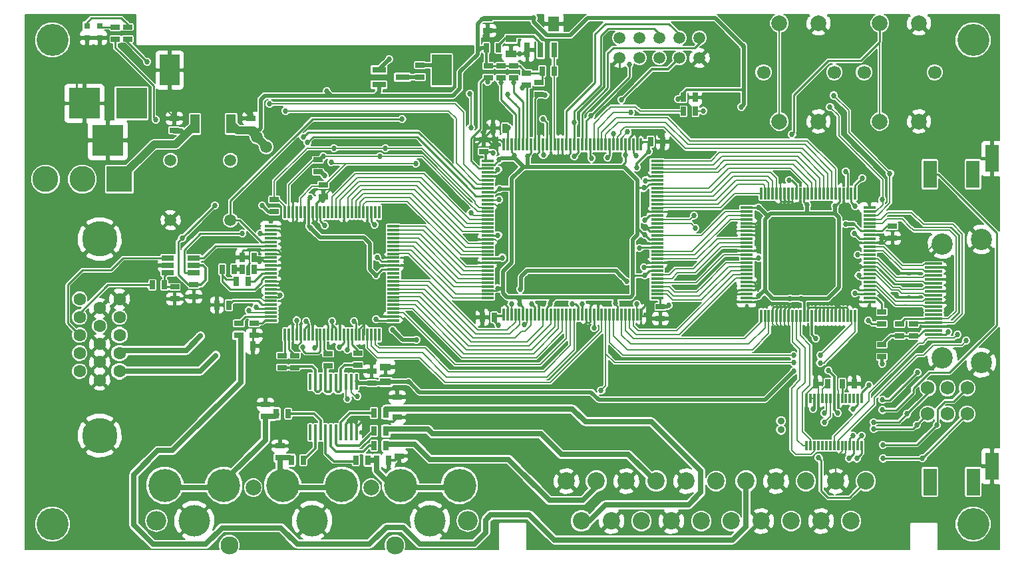
<source format=gtl>
G04 #@! TF.FileFunction,Copper,L1,Top,Signal*
%FSLAX46Y46*%
G04 Gerber Fmt 4.6, Leading zero omitted, Abs format (unit mm)*
G04 Created by KiCad (PCBNEW 4.0.5+dfsg1-4) date Mon Jul  3 23:58:12 2017*
%MOMM*%
%LPD*%
G01*
G04 APERTURE LIST*
%ADD10C,0.150000*%
%ADD11R,0.300000X1.200000*%
%ADD12R,0.700000X1.900000*%
%ADD13R,1.400000X1.900000*%
%ADD14C,1.506220*%
%ADD15C,4.064000*%
%ADD16C,1.500000*%
%ADD17R,1.560000X0.650000*%
%ADD18C,1.600000*%
%ADD19C,4.500000*%
%ADD20R,1.200000X2.400000*%
%ADD21R,3.300000X2.400000*%
%ADD22R,1.800860X0.800100*%
%ADD23R,0.400000X2.000000*%
%ADD24R,0.300000X1.600000*%
%ADD25R,1.600000X0.300000*%
%ADD26C,2.200000*%
%ADD27C,2.000000*%
%ADD28C,1.700000*%
%ADD29C,2.300000*%
%ADD30C,4.200000*%
%ADD31C,4.000000*%
%ADD32O,2.500000X2.500000*%
%ADD33R,4.000000X4.000000*%
%ADD34R,0.797560X0.797560*%
%ADD35R,1.397000X0.889000*%
%ADD36R,1.143000X0.635000*%
%ADD37R,0.635000X1.143000*%
%ADD38R,1.700000X3.500000*%
%ADD39R,3.300000X3.300000*%
%ADD40C,3.300000*%
%ADD41R,2.500000X4.000000*%
%ADD42R,6.700000X6.700000*%
%ADD43C,0.690000*%
%ADD44R,6.200000X6.200000*%
%ADD45C,2.700000*%
%ADD46R,2.200000X0.300000*%
%ADD47C,1.750000*%
%ADD48R,1.600000X0.400000*%
%ADD49R,0.700000X0.200000*%
%ADD50C,0.900000*%
%ADD51C,0.686000*%
%ADD52C,0.200000*%
%ADD53C,0.180000*%
%ADD54C,0.220000*%
%ADD55C,0.250000*%
%ADD56C,0.300000*%
%ADD57C,0.500000*%
%ADD58C,0.400000*%
%ADD59C,1.000000*%
%ADD60C,0.350000*%
%ADD61C,0.640000*%
%ADD62C,0.700000*%
G04 APERTURE END LIST*
D10*
D11*
X107122000Y-72230000D03*
X107622000Y-72230000D03*
X108122000Y-72230000D03*
X108622000Y-72230000D03*
X109122000Y-72230000D03*
X109622000Y-72230000D03*
X110122000Y-72230000D03*
X110622000Y-72230000D03*
X111122000Y-72230000D03*
X111622000Y-72230000D03*
X112122000Y-72230000D03*
X112622000Y-72230000D03*
X113122000Y-72230000D03*
X113622000Y-72230000D03*
X114122000Y-72230000D03*
X114122000Y-66230000D03*
X113622000Y-66230000D03*
X113122000Y-66230000D03*
X112622000Y-66230000D03*
X112122000Y-66230000D03*
X111622000Y-66230000D03*
X111122000Y-66230000D03*
X110622000Y-66230000D03*
X110122000Y-66230000D03*
X109622000Y-66230000D03*
X109122000Y-66230000D03*
X108622000Y-66230000D03*
X108122000Y-66230000D03*
X107622000Y-66230000D03*
X107122000Y-66230000D03*
D12*
X74964100Y-21860500D03*
X73264100Y-21860500D03*
X71564100Y-21860500D03*
D13*
X74944100Y-18510500D03*
D14*
X93480000Y-20320000D03*
X93480000Y-22860000D03*
X90940000Y-20320000D03*
X90940000Y-22860000D03*
X88400000Y-20320000D03*
X88400000Y-22860000D03*
X85860000Y-20320000D03*
X85860000Y-22860000D03*
X83320000Y-20320000D03*
X83320000Y-22860000D03*
D15*
X11130000Y-20600000D03*
X11130000Y-82200000D03*
X128300000Y-82200000D03*
X128300000Y-20600000D03*
D16*
X33804500Y-43509300D03*
X33804500Y-35889300D03*
X26184500Y-35889300D03*
X26184500Y-43509300D03*
D17*
X29143300Y-49287800D03*
X25843300Y-48337800D03*
X25843300Y-49287800D03*
X25843300Y-50237800D03*
X29143300Y-50237800D03*
X29143300Y-48337800D03*
D18*
X17155500Y-59295400D03*
X17155500Y-57005400D03*
X17155500Y-54715400D03*
X19695500Y-62735400D03*
X19695500Y-60445400D03*
X19695500Y-58155400D03*
X19695500Y-55865400D03*
X19695500Y-53575400D03*
X17155500Y-63875400D03*
X17155500Y-61585400D03*
X14615500Y-62735400D03*
X14615500Y-60445400D03*
X14615500Y-58155400D03*
X14615500Y-55865400D03*
X14615500Y-53575400D03*
D19*
X17155500Y-70915400D03*
X17155500Y-45915400D03*
D20*
X31577000Y-31256000D03*
X29277000Y-31256000D03*
X33877000Y-31256000D03*
D21*
X31577000Y-24056000D03*
D22*
X52691860Y-24379000D03*
X52691860Y-26279000D03*
X55694140Y-25329000D03*
D23*
X43963000Y-70544000D03*
X44613000Y-70544000D03*
X45263000Y-70544000D03*
X45913000Y-70544000D03*
X46563000Y-70544000D03*
X47213000Y-70544000D03*
X47863000Y-70544000D03*
X48513000Y-70544000D03*
X49163000Y-70544000D03*
X49813000Y-70544000D03*
X49813000Y-64104000D03*
X49163000Y-64104000D03*
X48513000Y-64104000D03*
X47863000Y-64104000D03*
X47213000Y-64104000D03*
X46563000Y-64104000D03*
X45913000Y-64104000D03*
X45263000Y-64104000D03*
X44613000Y-64104000D03*
X43963000Y-64104000D03*
D24*
X101300000Y-55700000D03*
X101800000Y-55700000D03*
X102300000Y-55700000D03*
X102800000Y-55700000D03*
X103300000Y-55700000D03*
X103800000Y-55700000D03*
X104300000Y-55700000D03*
X104800000Y-55700000D03*
X105300000Y-55700000D03*
X105800000Y-55700000D03*
X106300000Y-55700000D03*
X106800000Y-55700000D03*
X107300000Y-55700000D03*
X107800000Y-55700000D03*
X108300000Y-55700000D03*
X108800000Y-55700000D03*
X109300000Y-55700000D03*
X109800000Y-55700000D03*
X110300000Y-55700000D03*
X110800000Y-55700000D03*
X111300000Y-55700000D03*
X111800000Y-55700000D03*
X112300000Y-55700000D03*
X112800000Y-55700000D03*
X113300000Y-55700000D03*
D25*
X115100000Y-53900000D03*
X115100000Y-53400000D03*
X115100000Y-52900000D03*
X115100000Y-52400000D03*
X115100000Y-51900000D03*
X115100000Y-51400000D03*
X115100000Y-50900000D03*
X115100000Y-50400000D03*
X115100000Y-49900000D03*
X115100000Y-49400000D03*
X115100000Y-48900000D03*
X115100000Y-48400000D03*
X115100000Y-47900000D03*
X115100000Y-47400000D03*
X115100000Y-46900000D03*
X115100000Y-46400000D03*
X115100000Y-45900000D03*
X115100000Y-45400000D03*
X115100000Y-44900000D03*
X115100000Y-44400000D03*
X115100000Y-43900000D03*
X115100000Y-43400000D03*
X115100000Y-42900000D03*
X115100000Y-42400000D03*
X115100000Y-41900000D03*
D24*
X113300000Y-40100000D03*
X112800000Y-40100000D03*
X112300000Y-40100000D03*
X111800000Y-40100000D03*
X111300000Y-40100000D03*
X110800000Y-40100000D03*
X110300000Y-40100000D03*
X109800000Y-40100000D03*
X109300000Y-40100000D03*
X108800000Y-40100000D03*
X108300000Y-40100000D03*
X107800000Y-40100000D03*
X107300000Y-40100000D03*
X106800000Y-40100000D03*
X106300000Y-40100000D03*
X105800000Y-40100000D03*
X105300000Y-40100000D03*
X104800000Y-40100000D03*
X104300000Y-40100000D03*
X103800000Y-40100000D03*
X103300000Y-40100000D03*
X102800000Y-40100000D03*
X102300000Y-40100000D03*
X101800000Y-40100000D03*
X101300000Y-40100000D03*
D25*
X99500000Y-41900000D03*
X99500000Y-42400000D03*
X99500000Y-42900000D03*
X99500000Y-43400000D03*
X99500000Y-43900000D03*
X99500000Y-44400000D03*
X99500000Y-44900000D03*
X99500000Y-45400000D03*
X99500000Y-45900000D03*
X99500000Y-46400000D03*
X99500000Y-46900000D03*
X99500000Y-47400000D03*
X99500000Y-47900000D03*
X99500000Y-48400000D03*
X99500000Y-48900000D03*
X99500000Y-49400000D03*
X99500000Y-49900000D03*
X99500000Y-50400000D03*
X99500000Y-50900000D03*
X99500000Y-51400000D03*
X99500000Y-51900000D03*
X99500000Y-52400000D03*
X99500000Y-52900000D03*
X99500000Y-53400000D03*
X99500000Y-53900000D03*
D26*
X112754600Y-81821200D03*
X110849600Y-76741200D03*
X108944600Y-81821200D03*
X107039600Y-76741200D03*
X105134600Y-81821200D03*
X103229600Y-76741200D03*
X101324600Y-81821200D03*
X99419600Y-76741200D03*
X97514600Y-81821200D03*
X95609600Y-76741200D03*
X93704600Y-81821200D03*
X91799600Y-76741200D03*
X78464600Y-81821200D03*
X87989600Y-76741200D03*
X89894600Y-81821200D03*
X84179600Y-76741200D03*
X86084600Y-81821200D03*
X80369600Y-76741200D03*
X82274600Y-81821200D03*
X76559600Y-76741200D03*
X114659600Y-76741200D03*
D27*
X103631000Y-18450000D03*
X108631000Y-18450000D03*
X103631000Y-30950000D03*
X108631000Y-30950000D03*
D28*
X110631000Y-24700000D03*
X101631000Y-24700000D03*
D27*
X116418000Y-18450000D03*
X121418000Y-18450000D03*
X116418000Y-30950000D03*
X121418000Y-30950000D03*
D28*
X123418000Y-24700000D03*
X114418000Y-24700000D03*
D27*
X51696000Y-77576200D03*
X36696000Y-77576200D03*
D29*
X33662620Y-84920720D03*
X54729380Y-84920720D03*
D30*
X55446000Y-77276200D03*
X62946000Y-77276200D03*
X25446000Y-77276200D03*
X32946000Y-77276200D03*
D31*
X29196000Y-81776200D03*
X44196000Y-81776200D03*
X59196000Y-81776200D03*
D32*
X63996000Y-81776200D03*
X24396000Y-81776200D03*
D30*
X47946000Y-77276200D03*
X40446000Y-77276200D03*
D33*
X21202140Y-28649000D03*
X15202660Y-28649000D03*
X18202400Y-33348000D03*
D34*
X17179000Y-18795700D03*
X17179000Y-20294300D03*
X15549000Y-18795700D03*
X15549000Y-20294300D03*
D35*
X69494000Y-20408500D03*
X69494000Y-22313500D03*
X53538000Y-64107500D03*
X53538000Y-62202500D03*
D36*
X38262900Y-68477500D03*
X38262900Y-66953500D03*
D37*
X52410700Y-74078200D03*
X53934700Y-74078200D03*
D36*
X55280900Y-72008100D03*
X55280900Y-73532100D03*
X55001500Y-70128500D03*
X55001500Y-68604500D03*
X54997000Y-67547000D03*
X54997000Y-66023000D03*
X40104000Y-73777000D03*
X40104000Y-72253000D03*
D37*
X35301000Y-49779000D03*
X36825000Y-49779000D03*
X25397800Y-51764300D03*
X23873800Y-51764300D03*
D36*
X39370000Y-40894000D03*
X39370000Y-42418000D03*
X44931000Y-37368000D03*
X44931000Y-35844000D03*
X45616200Y-39013500D03*
X45616200Y-40537500D03*
D37*
X91463200Y-29666300D03*
X92987200Y-29666300D03*
D36*
X116693000Y-55199000D03*
X116693000Y-56723000D03*
X66609300Y-25399100D03*
X66609300Y-23875100D03*
X68222200Y-25411800D03*
X68222200Y-23887800D03*
X69835100Y-25411800D03*
X69835100Y-23887800D03*
X71448000Y-26288100D03*
X71448000Y-24764100D03*
X73086300Y-27520000D03*
X73086300Y-25996000D03*
D37*
X73467300Y-24548200D03*
X74991300Y-24548200D03*
X67866600Y-21551000D03*
X66342600Y-21551000D03*
D36*
X19159000Y-18929000D03*
X19159000Y-20453000D03*
X20709000Y-18925000D03*
X20709000Y-20449000D03*
X57912000Y-23754000D03*
X57912000Y-25278000D03*
D37*
X35138700Y-59536700D03*
X36662700Y-59536700D03*
D36*
X116690000Y-60902000D03*
X116690000Y-59378000D03*
X120690000Y-58262000D03*
X120690000Y-56738000D03*
X118930000Y-58262000D03*
X118930000Y-56738000D03*
D37*
X39634500Y-68172700D03*
X41158500Y-68172700D03*
X51280400Y-74066000D03*
X49756400Y-74066000D03*
X53604500Y-72224000D03*
X52080500Y-72224000D03*
X53579100Y-70357100D03*
X52055100Y-70357100D03*
X53579100Y-68058400D03*
X52055100Y-68058400D03*
D36*
X40358400Y-62267200D03*
X40358400Y-60743200D03*
D37*
X41539000Y-74066000D03*
X43063000Y-74066000D03*
D36*
X34872000Y-58177800D03*
X34872000Y-56653800D03*
D37*
X32078000Y-54317000D03*
X33602000Y-54317000D03*
X36039000Y-51283000D03*
X34515000Y-51283000D03*
X32766000Y-49779000D03*
X34290000Y-49779000D03*
X36824000Y-48265000D03*
X35300000Y-48265000D03*
D36*
X26705900Y-52018300D03*
X26705900Y-53542300D03*
X26645000Y-32075000D03*
X26645000Y-30551000D03*
X66000000Y-34762000D03*
X66000000Y-33238000D03*
D37*
X68762000Y-31800000D03*
X67238000Y-31800000D03*
X67362000Y-55900000D03*
X65838000Y-55900000D03*
D36*
X66520400Y-17868000D03*
X66520400Y-19392000D03*
D37*
X92974500Y-27888300D03*
X91450500Y-27888300D03*
X87259000Y-33498000D03*
X88783000Y-33498000D03*
D36*
X88500000Y-54538000D03*
X88500000Y-56062000D03*
X118040000Y-44248000D03*
X118040000Y-45772000D03*
X36405000Y-32080000D03*
X36405000Y-30556000D03*
X51763000Y-64252000D03*
X51763000Y-62728000D03*
X29144300Y-51713500D03*
X29144300Y-53237500D03*
X46225800Y-62013200D03*
X46225800Y-60489200D03*
X49985000Y-61987800D03*
X49985000Y-60463800D03*
X41958600Y-62267200D03*
X41958600Y-60743200D03*
X36827800Y-56628400D03*
X36827800Y-58152400D03*
D38*
X122806000Y-76830000D03*
X128306000Y-76830000D03*
X130706000Y-74830000D03*
D39*
X19666000Y-38298000D03*
D40*
X14966000Y-38298000D03*
X10266000Y-38298000D03*
D41*
X60676200Y-24406600D03*
X26076200Y-24406600D03*
D37*
X111648000Y-64350000D03*
X113172000Y-64350000D03*
X109797000Y-64359000D03*
X108273000Y-64359000D03*
D38*
X122798000Y-37676000D03*
X128298000Y-37676000D03*
X130698000Y-35676000D03*
D24*
X86050000Y-33900000D03*
X85550000Y-33900000D03*
X85050000Y-33900000D03*
X84550000Y-33900000D03*
X84050000Y-33900000D03*
X83550000Y-33900000D03*
X83050000Y-33900000D03*
X82550000Y-33900000D03*
X82050000Y-33900000D03*
X81550000Y-33900000D03*
X81050000Y-33900000D03*
X80550000Y-33900000D03*
X80050000Y-33900000D03*
X79550000Y-33900000D03*
X79050000Y-33900000D03*
X78550000Y-33900000D03*
X78050000Y-33900000D03*
X77550000Y-33900000D03*
X77050000Y-33900000D03*
X76550000Y-33900000D03*
X76050000Y-33900000D03*
X75550000Y-33900000D03*
X75050000Y-33900000D03*
X74550000Y-33900000D03*
X74050000Y-33900000D03*
X73550000Y-33900000D03*
X73050000Y-33900000D03*
X72550000Y-33900000D03*
X72050000Y-33900000D03*
X71550000Y-33900000D03*
X71050000Y-33900000D03*
X70550000Y-33900000D03*
X70050000Y-33900000D03*
X69550000Y-33900000D03*
X69050000Y-33900000D03*
X68550000Y-33900000D03*
D25*
X66500000Y-35950000D03*
X66500000Y-36450000D03*
X66500000Y-36950000D03*
X66500000Y-37450000D03*
X66500000Y-37950000D03*
X66500000Y-38450000D03*
X66500000Y-38950000D03*
X66500000Y-39450000D03*
X66500000Y-39950000D03*
X66500000Y-40450000D03*
X66500000Y-40950000D03*
X66500000Y-41450000D03*
X66500000Y-41950000D03*
X66500000Y-42450000D03*
X66500000Y-42950000D03*
X66500000Y-43450000D03*
X66500000Y-43950000D03*
X66500000Y-44450000D03*
X66500000Y-44950000D03*
X66500000Y-45450000D03*
X66500000Y-45950000D03*
X66500000Y-46450000D03*
X66500000Y-46950000D03*
X66500000Y-47450000D03*
X66500000Y-47950000D03*
X66500000Y-48450000D03*
X66500000Y-48950000D03*
X66500000Y-49450000D03*
X66500000Y-49950000D03*
X66500000Y-50450000D03*
X66500000Y-50950000D03*
X66500000Y-51450000D03*
X66500000Y-51950000D03*
X66500000Y-52450000D03*
X66500000Y-52950000D03*
X66500000Y-53450000D03*
D24*
X68550000Y-55500000D03*
X69050000Y-55500000D03*
X69550000Y-55500000D03*
X70050000Y-55500000D03*
X70550000Y-55500000D03*
X71050000Y-55500000D03*
X71550000Y-55500000D03*
X72050000Y-55500000D03*
X72550000Y-55500000D03*
X73050000Y-55500000D03*
X73550000Y-55500000D03*
X74050000Y-55500000D03*
X74550000Y-55500000D03*
X75050000Y-55500000D03*
X75550000Y-55500000D03*
X76050000Y-55500000D03*
X76550000Y-55500000D03*
X77050000Y-55500000D03*
X77550000Y-55500000D03*
X78050000Y-55500000D03*
X78550000Y-55500000D03*
X79050000Y-55500000D03*
X79550000Y-55500000D03*
X80050000Y-55500000D03*
X80550000Y-55500000D03*
X81050000Y-55500000D03*
X81550000Y-55500000D03*
X82050000Y-55500000D03*
X82550000Y-55500000D03*
X83050000Y-55500000D03*
X83550000Y-55500000D03*
X84050000Y-55500000D03*
X84550000Y-55500000D03*
X85050000Y-55500000D03*
X85550000Y-55500000D03*
X86050000Y-55500000D03*
D25*
X88100000Y-53450000D03*
X88100000Y-52950000D03*
X88100000Y-52450000D03*
X88100000Y-51950000D03*
X88100000Y-51450000D03*
X88100000Y-50950000D03*
X88100000Y-50450000D03*
X88100000Y-49950000D03*
X88100000Y-49450000D03*
X88100000Y-48950000D03*
X88100000Y-48450000D03*
X88100000Y-47950000D03*
X88100000Y-47450000D03*
X88100000Y-46950000D03*
X88100000Y-46450000D03*
X88100000Y-45950000D03*
X88100000Y-45450000D03*
X88100000Y-44950000D03*
X88100000Y-44450000D03*
X88100000Y-43950000D03*
X88100000Y-43450000D03*
X88100000Y-42950000D03*
X88100000Y-42450000D03*
X88100000Y-41950000D03*
X88100000Y-41450000D03*
X88100000Y-40950000D03*
X88100000Y-40450000D03*
X88100000Y-39950000D03*
X88100000Y-39450000D03*
X88100000Y-38950000D03*
X88100000Y-38450000D03*
X88100000Y-37950000D03*
X88100000Y-37450000D03*
X88100000Y-36950000D03*
X88100000Y-36450000D03*
X88100000Y-35950000D03*
D42*
X77300000Y-44700000D03*
D43*
X79850000Y-42150000D03*
X79850000Y-43000000D03*
X79850000Y-43850000D03*
X79850000Y-44700000D03*
X79850000Y-45550000D03*
X79850000Y-46400000D03*
X79850000Y-47250000D03*
X79000000Y-42150000D03*
X79000000Y-43000000D03*
X79000000Y-43850000D03*
X79000000Y-44700000D03*
X79000000Y-45550000D03*
X79000000Y-46400000D03*
X79000000Y-47250000D03*
X78150000Y-42150000D03*
X78150000Y-43000000D03*
X78150000Y-46400000D03*
X78150000Y-47250000D03*
X77300000Y-42150000D03*
X77300000Y-43000000D03*
X77300000Y-46400000D03*
X77300000Y-47250000D03*
X76450000Y-42150000D03*
X76450000Y-43000000D03*
X76450000Y-46400000D03*
X76450000Y-47250000D03*
X75600000Y-42150000D03*
X75600000Y-43000000D03*
X75600000Y-43850000D03*
X75600000Y-44700000D03*
X75600000Y-45550000D03*
X75600000Y-46400000D03*
X75600000Y-47250000D03*
X74750000Y-42150000D03*
X74750000Y-43000000D03*
X74750000Y-43850000D03*
X74750000Y-44700000D03*
X74750000Y-45550000D03*
X74750000Y-46400000D03*
X74750000Y-47250000D03*
D26*
X77300000Y-44700000D03*
D24*
X40736000Y-58092000D03*
X41236000Y-58092000D03*
X41736000Y-58092000D03*
X42236000Y-58092000D03*
X42736000Y-58092000D03*
X43236000Y-58092000D03*
X43736000Y-58092000D03*
X44236000Y-58092000D03*
X44736000Y-58092000D03*
X45236000Y-58092000D03*
X45736000Y-58092000D03*
X46236000Y-58092000D03*
X46736000Y-58092000D03*
X47236000Y-58092000D03*
X47736000Y-58092000D03*
X48236000Y-58092000D03*
X48736000Y-58092000D03*
X49236000Y-58092000D03*
X49736000Y-58092000D03*
X50236000Y-58092000D03*
X50736000Y-58092000D03*
X51236000Y-58092000D03*
X51736000Y-58092000D03*
X52236000Y-58092000D03*
X52736000Y-58092000D03*
D25*
X54536000Y-56292000D03*
X54536000Y-55792000D03*
X54536000Y-55292000D03*
X54536000Y-54792000D03*
X54536000Y-54292000D03*
X54536000Y-53792000D03*
X54536000Y-53292000D03*
X54536000Y-52792000D03*
X54536000Y-52292000D03*
X54536000Y-51792000D03*
X54536000Y-51292000D03*
X54536000Y-50792000D03*
X54536000Y-50292000D03*
X54536000Y-49792000D03*
X54536000Y-49292000D03*
X54536000Y-48792000D03*
X54536000Y-48292000D03*
X54536000Y-47792000D03*
X54536000Y-47292000D03*
X54536000Y-46792000D03*
X54536000Y-46292000D03*
X54536000Y-45792000D03*
X54536000Y-45292000D03*
X54536000Y-44792000D03*
X54536000Y-44292000D03*
D24*
X52736000Y-42492000D03*
X52236000Y-42492000D03*
X51736000Y-42492000D03*
X51236000Y-42492000D03*
X50736000Y-42492000D03*
X50236000Y-42492000D03*
X49736000Y-42492000D03*
X49236000Y-42492000D03*
X48736000Y-42492000D03*
X48236000Y-42492000D03*
X47736000Y-42492000D03*
X47236000Y-42492000D03*
X46736000Y-42492000D03*
X46236000Y-42492000D03*
X45736000Y-42492000D03*
X45236000Y-42492000D03*
X44736000Y-42492000D03*
X44236000Y-42492000D03*
X43736000Y-42492000D03*
X43236000Y-42492000D03*
X42736000Y-42492000D03*
X42236000Y-42492000D03*
X41736000Y-42492000D03*
X41236000Y-42492000D03*
X40736000Y-42492000D03*
D25*
X38936000Y-44292000D03*
X38936000Y-44792000D03*
X38936000Y-45292000D03*
X38936000Y-45792000D03*
X38936000Y-46292000D03*
X38936000Y-46792000D03*
X38936000Y-47292000D03*
X38936000Y-47792000D03*
X38936000Y-48292000D03*
X38936000Y-48792000D03*
X38936000Y-49292000D03*
X38936000Y-49792000D03*
X38936000Y-50292000D03*
X38936000Y-50792000D03*
X38936000Y-51292000D03*
X38936000Y-51792000D03*
X38936000Y-52292000D03*
X38936000Y-52792000D03*
X38936000Y-53292000D03*
X38936000Y-53792000D03*
X38936000Y-54292000D03*
X38936000Y-54792000D03*
X38936000Y-55292000D03*
X38936000Y-55792000D03*
X38936000Y-56292000D03*
D44*
X46736000Y-50292000D03*
D43*
X44336000Y-52692000D03*
X44336000Y-51892000D03*
X44336000Y-51092000D03*
X44336000Y-50292000D03*
X44336000Y-49492000D03*
X44336000Y-48692000D03*
X44336000Y-47892000D03*
X45136000Y-52692000D03*
X45136000Y-51892000D03*
X45136000Y-51092000D03*
X45136000Y-50292000D03*
X45136000Y-49492000D03*
X45136000Y-48692000D03*
X45136000Y-47892000D03*
X45936000Y-52692000D03*
X45936000Y-51892000D03*
X45936000Y-48692000D03*
X45936000Y-47892000D03*
X46736000Y-52692000D03*
X46736000Y-51892000D03*
X46736000Y-48692000D03*
X46736000Y-47892000D03*
X47536000Y-52692000D03*
X47536000Y-51892000D03*
X47536000Y-48692000D03*
X47536000Y-47892000D03*
X48336000Y-52692000D03*
X48336000Y-51892000D03*
X48336000Y-51092000D03*
X48336000Y-50292000D03*
X48336000Y-49492000D03*
X48336000Y-48692000D03*
X48336000Y-47892000D03*
X49136000Y-52692000D03*
X49136000Y-51892000D03*
X49136000Y-51092000D03*
X49136000Y-50292000D03*
X49136000Y-49492000D03*
X49136000Y-48692000D03*
X49136000Y-47892000D03*
D27*
X46736000Y-50292000D03*
D45*
X124400000Y-46550000D03*
X124400000Y-61050000D03*
X129350000Y-61650000D03*
X129350000Y-45950000D03*
D46*
X123300000Y-49050000D03*
X123300000Y-49550000D03*
X123300000Y-50050000D03*
X123300000Y-50550000D03*
X123300000Y-51050000D03*
X123300000Y-51550000D03*
X123300000Y-52050000D03*
X123300000Y-52550000D03*
X123300000Y-53050000D03*
X123300000Y-53550000D03*
X123300000Y-54050000D03*
X123300000Y-54550000D03*
X123300000Y-55050000D03*
X123300000Y-55550000D03*
X123300000Y-56050000D03*
X123300000Y-56550000D03*
X123300000Y-57050000D03*
X123300000Y-57550000D03*
X123300000Y-58050000D03*
D47*
X127540000Y-64870000D03*
X125040000Y-64870000D03*
X122540000Y-64870000D03*
X127540000Y-68170000D03*
X125040000Y-68170000D03*
X122540000Y-68170000D03*
D48*
X120120000Y-53310000D03*
D49*
X120569700Y-54310000D03*
X120569700Y-53810000D03*
X120569700Y-52810000D03*
X120569700Y-52310000D03*
X119670300Y-54310000D03*
X119670300Y-53810000D03*
X119670300Y-52310000D03*
X119670300Y-52810000D03*
D48*
X120120000Y-53310000D03*
X120120000Y-50310000D03*
D49*
X120569700Y-51310000D03*
X120569700Y-50810000D03*
X120569700Y-49810000D03*
X120569700Y-49310000D03*
X119670300Y-51310000D03*
X119670300Y-50810000D03*
X119670300Y-49310000D03*
X119670300Y-49810000D03*
D48*
X120120000Y-50310000D03*
D50*
X103861000Y-70197000D03*
X103861000Y-69097000D03*
D51*
X84323000Y-32288000D03*
X84732200Y-29806000D03*
X108848000Y-60705000D03*
X105453000Y-60701000D03*
X43617000Y-33642000D03*
X24312000Y-30690000D03*
X23205000Y-23348000D03*
X43043000Y-32918000D03*
X127430000Y-58850000D03*
X117714100Y-37557100D03*
X45599000Y-35400000D03*
X52818000Y-35391000D03*
X110562000Y-27638000D03*
X116710000Y-40910000D03*
X126320000Y-58080000D03*
X46943000Y-34376000D03*
X110094000Y-29135000D03*
X53534000Y-34370000D03*
X69098500Y-27469200D03*
X69847800Y-25996000D03*
X68209500Y-25945200D03*
X66507700Y-25932500D03*
X73848300Y-27570800D03*
X70901900Y-26681800D03*
X84590000Y-23679000D03*
X79665000Y-30246000D03*
X77541000Y-31105000D03*
X80061000Y-57252000D03*
X83576500Y-28167700D03*
X85428000Y-35326000D03*
X69187000Y-31768000D03*
X85496400Y-54178200D03*
X69596000Y-54152800D03*
X70700000Y-52300000D03*
X84200000Y-51300000D03*
X67200000Y-35000000D03*
X85500000Y-36800000D03*
X87046000Y-34757000D03*
X67900000Y-56900000D03*
X89535000Y-54356000D03*
X86556000Y-45389000D03*
X86517000Y-50546000D03*
X86403000Y-39400000D03*
X84087000Y-35223000D03*
X68021200Y-39522400D03*
X67843400Y-52197000D03*
X70586600Y-54178200D03*
X67995800Y-35839400D03*
X71595000Y-35377000D03*
X82804000Y-54102000D03*
X69900800Y-35306000D03*
X74498200Y-54152800D03*
X82516000Y-32537000D03*
X114971000Y-56319000D03*
X111090000Y-68070000D03*
X105471000Y-62728000D03*
X109899000Y-62678000D03*
X112100000Y-44000000D03*
X40117100Y-53097800D03*
X56460000Y-64108000D03*
X57440000Y-58720000D03*
X54432000Y-57465000D03*
X46736000Y-56388000D03*
X100968000Y-53185000D03*
X101000000Y-41900000D03*
X106400000Y-53500000D03*
X105000000Y-53500000D03*
X110700000Y-41700000D03*
X107200000Y-41600000D03*
X107930000Y-67540000D03*
X108306000Y-58560000D03*
D16*
X37165000Y-32898000D03*
X38353000Y-34188000D03*
D51*
X45819000Y-44196000D03*
X37826000Y-41651000D03*
X31814000Y-41628000D03*
X45811000Y-37856000D03*
X67843400Y-45440600D03*
X68377000Y-48296000D03*
X27634000Y-45815000D03*
X73607000Y-35245000D03*
X98826000Y-29083000D03*
X99065000Y-21336000D03*
X85839000Y-47092000D03*
X86407000Y-49511000D03*
X86558000Y-43510000D03*
X86624000Y-38476000D03*
X77553000Y-35406000D03*
X90790100Y-28104200D03*
X46073400Y-27113600D03*
X52486900Y-48246400D03*
X52118600Y-44080800D03*
X72400500Y-17800000D03*
X72110600Y-54178200D03*
X104900000Y-38400000D03*
X112100000Y-37300000D03*
X101000000Y-48300000D03*
X52324000Y-56134000D03*
X78587600Y-54178200D03*
X67843400Y-37084000D03*
X67995800Y-40894000D03*
X125140000Y-57710000D03*
X114180000Y-38160000D03*
X43979000Y-44493000D03*
X43939800Y-40651800D03*
X52324000Y-50546000D03*
X29982500Y-58279400D03*
X31938300Y-60743200D03*
X82700000Y-67772000D03*
X80193000Y-67788000D03*
X81481000Y-67780000D03*
X58527000Y-63383000D03*
X59329000Y-64267000D03*
X97050000Y-65190000D03*
X99060000Y-65200000D03*
X99120000Y-67790000D03*
X99110000Y-69830000D03*
X104020000Y-37680000D03*
X105000000Y-59880000D03*
X121700000Y-48210000D03*
X118510000Y-53040000D03*
X118550000Y-55450000D03*
X118800000Y-50200000D03*
X121710000Y-59920000D03*
X119250000Y-59910000D03*
X115250000Y-63330000D03*
X104230000Y-67260000D03*
X107980000Y-68440000D03*
X111700000Y-62840000D03*
X30770000Y-34854000D03*
X29581000Y-34785000D03*
X28590000Y-34069000D03*
X29604000Y-33581000D03*
X30777000Y-33581000D03*
X35448000Y-25542000D03*
X34214000Y-25489000D03*
X34221000Y-24270000D03*
X35410000Y-24277000D03*
X35425000Y-23111000D03*
X34267000Y-23119000D03*
X61276000Y-31913000D03*
X61128000Y-33673000D03*
X60190000Y-32781000D03*
X59265000Y-31993000D03*
X66385000Y-31608000D03*
X51458000Y-31486000D03*
X48997000Y-33658000D03*
X41628000Y-31593000D03*
X39811000Y-33296000D03*
X41457000Y-34770000D03*
X43480000Y-35565000D03*
X120564000Y-43632000D03*
X119421000Y-45027000D03*
X8896000Y-48748000D03*
X12960000Y-48971000D03*
X114996000Y-55321000D03*
X35330000Y-29051000D03*
X35425000Y-27912000D03*
X35448000Y-26754000D03*
X28404000Y-22974000D03*
X28404000Y-24014000D03*
X28404000Y-25055000D03*
X27958000Y-27203000D03*
X27973000Y-28354000D03*
X27935000Y-29535000D03*
X26784000Y-29535000D03*
X26830000Y-28316000D03*
X26815000Y-27219000D03*
X25611000Y-27249000D03*
X25618000Y-28377000D03*
X25634000Y-29451000D03*
X63307000Y-27793000D03*
X65232000Y-25156000D03*
X65263000Y-24216000D03*
X78326000Y-56982000D03*
X100995000Y-49408000D03*
X101006000Y-50724000D03*
X82612000Y-60590000D03*
X83588000Y-62534000D03*
X90700000Y-62800000D03*
X101796000Y-62454000D03*
X100696000Y-62555000D03*
X95429000Y-62602000D03*
X97738000Y-62591000D03*
X81747000Y-21069000D03*
X100405000Y-55195000D03*
X41910000Y-40894000D03*
X35673000Y-38119000D03*
X36629000Y-37212000D03*
X37650000Y-36176000D03*
X61468000Y-39690000D03*
X48707000Y-37490000D03*
X58548000Y-59066000D03*
X60484000Y-59135000D03*
X62553000Y-61200000D03*
X77175000Y-62690000D03*
X75590400Y-54127400D03*
X44318000Y-38546000D03*
X47254000Y-38877000D03*
X67871000Y-47130000D03*
X67900000Y-43900000D03*
X67900000Y-43000000D03*
X67900000Y-42200000D03*
X67986000Y-49256000D03*
X63848000Y-54441000D03*
X65048000Y-54521000D03*
X23912000Y-50307000D03*
X22814000Y-50300000D03*
X113881000Y-49400000D03*
X69469000Y-52177000D03*
X69545000Y-51064000D03*
X40930000Y-44242000D03*
X41443000Y-45441000D03*
X41737000Y-46518000D03*
X43698000Y-45659000D03*
X51984000Y-54254000D03*
X51979000Y-53167000D03*
X51979000Y-51887000D03*
X51064000Y-51308000D03*
X51069000Y-52578000D03*
X51054000Y-53828000D03*
X52227000Y-45659000D03*
X51333000Y-44831000D03*
X47630000Y-44836000D03*
X48875000Y-44826000D03*
X50135000Y-44811000D03*
X42603000Y-51907000D03*
X42596000Y-50764000D03*
X42634000Y-49507000D03*
X42657000Y-48402000D03*
X101000000Y-47000000D03*
X97978000Y-53969000D03*
X30053000Y-60371000D03*
X28651000Y-66081000D03*
X37810000Y-74280000D03*
X45263000Y-74737000D03*
X34138000Y-70744000D03*
X25136000Y-61549000D03*
X27757000Y-58278000D03*
X59036000Y-75175000D03*
X56693000Y-66271000D03*
X57390000Y-68854000D03*
X58994000Y-71803000D03*
X88440000Y-32771000D03*
X57328000Y-43404000D03*
X57226000Y-50018000D03*
X40523000Y-38908000D03*
X85288000Y-25471000D03*
X82977000Y-25552000D03*
X80691000Y-35342000D03*
X78895000Y-35237000D03*
X108265000Y-41567000D03*
X32690000Y-46036000D03*
X77038000Y-21199000D03*
X76901000Y-18600000D03*
X69947000Y-19116000D03*
X66203000Y-20081000D03*
X111115000Y-54258000D03*
X86591000Y-37404000D03*
X86346000Y-46318000D03*
X84696000Y-44818000D03*
X86479000Y-48360000D03*
X86567000Y-41960000D03*
X84673000Y-41214000D03*
X42365000Y-44753900D03*
X42352300Y-44753900D03*
X42669800Y-47217700D03*
X42707900Y-45909600D03*
X70584400Y-22363800D03*
X45527300Y-40982000D03*
X114983600Y-41083600D03*
X40167900Y-51688100D03*
X53134600Y-46709700D03*
X50556500Y-44030000D03*
X42034800Y-59600200D03*
X85568000Y-32634000D03*
X75700000Y-52500000D03*
X72572000Y-35329000D03*
X67843400Y-38404800D03*
X64947800Y-45643800D03*
X64947800Y-48691800D03*
X113131600Y-46913800D03*
X68300600Y-54178200D03*
X73533000Y-54178200D03*
X81584800Y-54102000D03*
X92303600Y-52044600D03*
X92329000Y-49098200D03*
X92329000Y-50825400D03*
X89916000Y-56946800D03*
X105800000Y-41600000D03*
X112300000Y-41700000D03*
X86500000Y-51500000D03*
X76400000Y-48900000D03*
X74400000Y-48900000D03*
X82400000Y-46800000D03*
X82400000Y-48600000D03*
X80300000Y-48900000D03*
X78400000Y-48900000D03*
X82400000Y-44800000D03*
X82400000Y-42900000D03*
X68707000Y-40208200D03*
X71170800Y-56845200D03*
X97960000Y-44900000D03*
X105800000Y-54300000D03*
X112200000Y-42700000D03*
X109700000Y-44000000D03*
X105900000Y-43800000D03*
X104700000Y-41800000D03*
X103600000Y-41800000D03*
X103600000Y-46000000D03*
X103600000Y-49400000D03*
X75700000Y-37500000D03*
X65000000Y-34000000D03*
X70800000Y-38500000D03*
X72100000Y-48600000D03*
X72100000Y-46700000D03*
X72100000Y-50800000D03*
X73450000Y-50800000D03*
X74950000Y-50800000D03*
X76500000Y-50800000D03*
X78050000Y-50800000D03*
X79450000Y-50800000D03*
X80750000Y-50800000D03*
X81950000Y-50850000D03*
X82400000Y-41200000D03*
X78816200Y-39801800D03*
X81000000Y-39800000D03*
X77400000Y-39800000D03*
X73400000Y-39800000D03*
X75400000Y-39800000D03*
X72100000Y-44800000D03*
X72100000Y-42700000D03*
X72100000Y-40900000D03*
X83900000Y-52500000D03*
X82900000Y-52500000D03*
X82000000Y-52500000D03*
X81050000Y-52500000D03*
X74800000Y-52500000D03*
X67300000Y-34100000D03*
X86900000Y-56700000D03*
X51054000Y-56388000D03*
X47752000Y-56388000D03*
X45466000Y-56388000D03*
X52324000Y-49276000D03*
X52324000Y-55118000D03*
X75735000Y-35437000D03*
X86681000Y-44463000D03*
X44543000Y-59767000D03*
X47673600Y-59651000D03*
X36118800Y-54991000D03*
X37084000Y-54610000D03*
X113258600Y-52806600D03*
X113645000Y-47926000D03*
X113741200Y-50571400D03*
X113184000Y-45236000D03*
X81788000Y-35557000D03*
X113300000Y-41700000D03*
X55649200Y-30644200D03*
X73590000Y-30644000D03*
X79756000Y-35610800D03*
X77292200Y-54152800D03*
X93965100Y-29590100D03*
X43000000Y-59701800D03*
X48664200Y-59981200D03*
X35306000Y-45212000D03*
X37592000Y-45212000D03*
X40810000Y-29590100D03*
X38796300Y-28713800D03*
X105263000Y-32598000D03*
X92964000Y-44521000D03*
X92774000Y-42931000D03*
X37479000Y-48745000D03*
X49530000Y-56388000D03*
X42225300Y-56260100D03*
X43434000Y-56388000D03*
X48706000Y-66277000D03*
X49957000Y-65908000D03*
X108833000Y-61692000D03*
X105456000Y-61628000D03*
X57371000Y-36332000D03*
X80970000Y-65197000D03*
X46608000Y-36111000D03*
X53972000Y-23020000D03*
X64262000Y-27402000D03*
X64378000Y-31758000D03*
X64381000Y-42577000D03*
X116710000Y-61790000D03*
X109385000Y-69243000D03*
X109377000Y-68077000D03*
X121860000Y-73850000D03*
X116860000Y-73860000D03*
X112980000Y-67590000D03*
X121120000Y-69580000D03*
X115640000Y-70090000D03*
X123660000Y-69620000D03*
X116800000Y-72120000D03*
X115020000Y-64520000D03*
X108650000Y-73770000D03*
X119900000Y-68190000D03*
X115640000Y-69240000D03*
X113510000Y-73860000D03*
X116760000Y-67680000D03*
X112510000Y-73860000D03*
X114110000Y-70920000D03*
X116760000Y-66400000D03*
X121210000Y-62910000D03*
X113000000Y-70920000D03*
D52*
X83550000Y-33900000D02*
X83550000Y-33061000D01*
X83550000Y-33061000D02*
X84323000Y-32288000D01*
X91463200Y-29666300D02*
X85926000Y-29666300D01*
X85341800Y-29082100D02*
X82171900Y-29082100D01*
X85926000Y-29666300D02*
X85341800Y-29082100D01*
X81526000Y-29728000D02*
X81526000Y-29726000D01*
X82176000Y-29078000D02*
X82171900Y-29082100D01*
X82171900Y-29082100D02*
X81526000Y-29728000D01*
X80050000Y-31202000D02*
X80050000Y-33900000D01*
X81526000Y-29726000D02*
X80050000Y-31202000D01*
X81759000Y-29493000D02*
X81526000Y-29726000D01*
X82549000Y-29806000D02*
X84732200Y-29806000D01*
X80551200Y-31839000D02*
X80551200Y-31803800D01*
X80551200Y-31803800D02*
X82549000Y-29806000D01*
D53*
X80551200Y-31867000D02*
X80551200Y-31839000D01*
X80551200Y-31839000D02*
X80551200Y-32148800D01*
X80551200Y-32148800D02*
X80551200Y-33714500D01*
X80551200Y-31848800D02*
X80551200Y-31867000D01*
X83548400Y-58148400D02*
X83548400Y-55685500D01*
X84700000Y-59300000D02*
X83548400Y-58148400D01*
X99700000Y-59300000D02*
X84700000Y-59300000D01*
X101813600Y-55647000D02*
X101813600Y-57186400D01*
X101813600Y-57186400D02*
X99700000Y-59300000D01*
X105282000Y-60700000D02*
X105452000Y-60700000D01*
X112811800Y-56742200D02*
X108854000Y-60700000D01*
X112811800Y-56742200D02*
X112811800Y-55647000D01*
X108853000Y-60700000D02*
X108854000Y-60700000D01*
X108848000Y-60705000D02*
X108853000Y-60700000D01*
X105452000Y-60700000D02*
X105453000Y-60701000D01*
X82049800Y-59049800D02*
X82049800Y-55685500D01*
X105316000Y-60700000D02*
X105282000Y-60700000D01*
X105282000Y-60700000D02*
X83700000Y-60700000D01*
X83700000Y-60700000D02*
X82049800Y-59049800D01*
X93056300Y-51443700D02*
X88285500Y-51443700D01*
X93056300Y-51443700D02*
X96600000Y-47900000D01*
X99553000Y-47900000D02*
X96600000Y-47900000D01*
X107300000Y-39100000D02*
X107300000Y-40153000D01*
X105100000Y-36900000D02*
X107300000Y-39100000D01*
X97200000Y-36900000D02*
X105100000Y-36900000D01*
X88285500Y-39454900D02*
X94645100Y-39454900D01*
X94645100Y-39454900D02*
X97200000Y-36900000D01*
X95851700Y-37448300D02*
X88285500Y-37448300D01*
X96900000Y-36400000D02*
X95851700Y-37448300D01*
X105400000Y-36400000D02*
X96900000Y-36400000D01*
X107782600Y-38782600D02*
X105400000Y-36400000D01*
X107782600Y-40153000D02*
X107782600Y-38782600D01*
X95547000Y-36953000D02*
X88285500Y-36953000D01*
X96600000Y-35900000D02*
X95547000Y-36953000D01*
X105700000Y-35900000D02*
X96600000Y-35900000D01*
X108290600Y-38490600D02*
X105700000Y-35900000D01*
X108290600Y-40153000D02*
X108290600Y-38490600D01*
X95242300Y-36457700D02*
X88285500Y-36457700D01*
X96300000Y-35400000D02*
X95242300Y-36457700D01*
X106000000Y-35400000D02*
X96300000Y-35400000D01*
X108798600Y-38198600D02*
X106000000Y-35400000D01*
X108798600Y-40153000D02*
X108798600Y-38198600D01*
X94950300Y-35949700D02*
X88285500Y-35949700D01*
X109306600Y-40153000D02*
X109306600Y-37906600D01*
X109306600Y-37906600D02*
X106300000Y-34900000D01*
X106300000Y-34900000D02*
X96000000Y-34900000D01*
X96000000Y-34900000D02*
X94950300Y-35949700D01*
D52*
X83458000Y-32482000D02*
X83458000Y-32483000D01*
X83458000Y-32482000D02*
X83458000Y-32141000D01*
X83458000Y-32141000D02*
X83938000Y-31661000D01*
X83938000Y-31661000D02*
X84239000Y-31661000D01*
D53*
X84239000Y-31661000D02*
X88961000Y-31661000D01*
X88961000Y-31661000D02*
X91700000Y-34400000D01*
X109789200Y-40153000D02*
X109789200Y-37589200D01*
X106600000Y-34400000D02*
X109789200Y-37589200D01*
X91700000Y-34400000D02*
X106600000Y-34400000D01*
D52*
X83050000Y-32891000D02*
X83050000Y-33900000D01*
X83458000Y-32483000D02*
X83050000Y-32891000D01*
D53*
X81554500Y-33714500D02*
X81554500Y-32616500D01*
X81554500Y-32616500D02*
X83104000Y-31067000D01*
X83104000Y-31067000D02*
X89167000Y-31067000D01*
X89167000Y-31067000D02*
X92000000Y-33900000D01*
X110297200Y-37297200D02*
X110297200Y-40153000D01*
X106900000Y-33900000D02*
X110297200Y-37297200D01*
X92000000Y-33900000D02*
X106900000Y-33900000D01*
X81046500Y-33714500D02*
X81046500Y-32324500D01*
X81046500Y-32324500D02*
X82887000Y-30484000D01*
X82887000Y-30484000D02*
X89384000Y-30484000D01*
X89384000Y-30484000D02*
X92300000Y-33400000D01*
X110805200Y-37005200D02*
X110805200Y-40153000D01*
X107200000Y-33400000D02*
X110805200Y-37005200D01*
X92300000Y-33400000D02*
X107200000Y-33400000D01*
X82545100Y-55685500D02*
X82545100Y-58245100D01*
X84300000Y-60000000D02*
X100200000Y-60000000D01*
X100200000Y-60000000D02*
X102296200Y-57903800D01*
X102296200Y-57903800D02*
X102296200Y-55647000D01*
X82545100Y-58245100D02*
X84300000Y-60000000D01*
D52*
X74991300Y-27592000D02*
X74991300Y-33841300D01*
X74991300Y-33841300D02*
X75050000Y-33900000D01*
X74991300Y-24548200D02*
X74991300Y-27592000D01*
X74991300Y-27592000D02*
X74991300Y-27647000D01*
X74964100Y-21860500D02*
X74964100Y-24521000D01*
X74964100Y-24521000D02*
X74991300Y-24548200D01*
D54*
X19159000Y-20453000D02*
X19159000Y-21552000D01*
X57534000Y-32934000D02*
X44325000Y-32934000D01*
X44325000Y-32934000D02*
X43617000Y-33642000D01*
X24312000Y-30690000D02*
X24026000Y-30404000D01*
X24026000Y-30404000D02*
X24026000Y-26419000D01*
X24026000Y-26419000D02*
X19703000Y-22096000D01*
X57534000Y-32934000D02*
X60232000Y-35632000D01*
X19159000Y-21552000D02*
X19703000Y-22096000D01*
X60114000Y-35514000D02*
X60118000Y-35518000D01*
X60118000Y-35518000D02*
X60232000Y-35632000D01*
X60232000Y-35632000D02*
X60251000Y-35651000D01*
X60251000Y-35651000D02*
X63750000Y-39150000D01*
X63750000Y-39150000D02*
X65045500Y-40445500D01*
X66314500Y-40445500D02*
X65045500Y-40445500D01*
X61582000Y-36182000D02*
X57713000Y-32313000D01*
X23205000Y-23348000D02*
X20309000Y-20452000D01*
X43648000Y-32313000D02*
X43043000Y-32918000D01*
X57713000Y-32313000D02*
X43648000Y-32313000D01*
X20309000Y-20452000D02*
X20309000Y-20449000D01*
X64854900Y-39454900D02*
X66314500Y-39454900D01*
X64854900Y-39454900D02*
X61582000Y-36182000D01*
X61582000Y-36182000D02*
X61504000Y-36104000D01*
D53*
X126280000Y-59420000D02*
X126860000Y-59420000D01*
X126860000Y-59420000D02*
X127430000Y-58850000D01*
X117560000Y-37403000D02*
X117714100Y-37557100D01*
X111122000Y-72230000D02*
X111122000Y-71568000D01*
X123270000Y-59420000D02*
X126280000Y-59420000D01*
X122000000Y-60690000D02*
X123270000Y-59420000D01*
X121170000Y-60690000D02*
X122000000Y-60690000D01*
X115750000Y-66110000D02*
X121170000Y-60690000D01*
X115750000Y-66940000D02*
X115750000Y-66110000D01*
X111122000Y-71568000D02*
X115750000Y-66940000D01*
D52*
X126280000Y-59420000D02*
X126260000Y-59420000D01*
D53*
X44931000Y-35844000D02*
X45155000Y-35844000D01*
X45155000Y-35844000D02*
X45599000Y-35400000D01*
D52*
X52826000Y-35399000D02*
X52826000Y-35410000D01*
X52818000Y-35391000D02*
X52826000Y-35399000D01*
D53*
X62635000Y-39835000D02*
X62633000Y-39835000D01*
X62385000Y-39587000D02*
X62385000Y-39585000D01*
X62633000Y-39835000D02*
X62385000Y-39587000D01*
X45949000Y-35400000D02*
X45375000Y-35400000D01*
X45375000Y-35400000D02*
X44931000Y-35844000D01*
X114015500Y-33858500D02*
X114014500Y-33858500D01*
X112505000Y-29581000D02*
X110562000Y-27638000D01*
X112505000Y-32349000D02*
X112505000Y-29581000D01*
X114014500Y-33858500D02*
X112505000Y-32349000D01*
X52826000Y-35410000D02*
X52826000Y-35400000D01*
X52826000Y-35400000D02*
X52826000Y-35410000D01*
X52826000Y-35410000D02*
X52826000Y-35400000D01*
X115100000Y-42900000D02*
X116164400Y-42900000D01*
X117560000Y-37403000D02*
X114015500Y-33858500D01*
X114015500Y-33858500D02*
X114001600Y-33844600D01*
X117714100Y-41350300D02*
X117714100Y-37557100D01*
X116164400Y-42900000D02*
X117714100Y-41350300D01*
X44930400Y-35648000D02*
X44701800Y-35648000D01*
X44930400Y-35648000D02*
X44570000Y-35648000D01*
X44570000Y-35648000D02*
X44150000Y-36068000D01*
X41224200Y-38993800D02*
X44150000Y-36068000D01*
X41224200Y-42545000D02*
X41224200Y-38993800D01*
X57400000Y-35400000D02*
X52826000Y-35400000D01*
X52826000Y-35400000D02*
X45949000Y-35400000D01*
X45949000Y-35400000D02*
X45933700Y-35400000D01*
X45933700Y-35400000D02*
X45880000Y-35400000D01*
X62450000Y-39650000D02*
X62385000Y-39585000D01*
X62385000Y-39585000D02*
X58200000Y-35400000D01*
X58200000Y-35400000D02*
X57400000Y-35400000D01*
X66314500Y-42452100D02*
X65252100Y-42452100D01*
X65252100Y-42452100D02*
X64200000Y-41400000D01*
X64200000Y-41400000D02*
X62635000Y-39835000D01*
X62635000Y-39835000D02*
X62575000Y-39775000D01*
X57500000Y-35400000D02*
X57400000Y-35400000D01*
X125650000Y-58530000D02*
X125870000Y-58530000D01*
X116710000Y-40910000D02*
X116787000Y-40910000D01*
X125870000Y-58530000D02*
X126320000Y-58080000D01*
X122370000Y-58700000D02*
X122370000Y-58690000D01*
X122370000Y-58690000D02*
X122530000Y-58530000D01*
X122530000Y-58530000D02*
X125650000Y-58530000D01*
X125650000Y-58530000D02*
X125670000Y-58530000D01*
D52*
X116787000Y-40910000D02*
X116780000Y-40910000D01*
X116780000Y-40910000D02*
X116787000Y-40910000D01*
X110622000Y-72230000D02*
X110622000Y-70998000D01*
X121900000Y-59170000D02*
X122370000Y-58700000D01*
X122370000Y-58700000D02*
X122360000Y-58710000D01*
X121380000Y-59170000D02*
X121900000Y-59170000D01*
X115050000Y-65500000D02*
X121380000Y-59170000D01*
X115050000Y-66570000D02*
X115050000Y-65500000D01*
X110622000Y-70998000D02*
X115050000Y-66570000D01*
D53*
X46943000Y-34376000D02*
X46943000Y-34373000D01*
X46943000Y-34373000D02*
X46943000Y-34376000D01*
X46943000Y-34376000D02*
X46943000Y-34373000D01*
X111202000Y-32754000D02*
X111202000Y-30243000D01*
X111202000Y-30243000D02*
X110094000Y-29135000D01*
X113515000Y-35060000D02*
X113508000Y-35060000D01*
X113508000Y-35060000D02*
X111202000Y-32754000D01*
D52*
X53531000Y-34373000D02*
X53481000Y-34373000D01*
X53534000Y-34370000D02*
X53531000Y-34373000D01*
D53*
X54350000Y-34375000D02*
X54350000Y-34373000D01*
X54350000Y-34373000D02*
X54350000Y-34375000D01*
X54350000Y-34375000D02*
X54350000Y-34373000D01*
X53481000Y-34378000D02*
X53481000Y-34373000D01*
X53481000Y-34373000D02*
X53481000Y-34378000D01*
X53481000Y-34378000D02*
X53481000Y-34373000D01*
X115100000Y-42400000D02*
X115915100Y-42400000D01*
X115915100Y-42400000D02*
X116787000Y-41528100D01*
X116787000Y-41528100D02*
X116787000Y-40910000D01*
X116787000Y-38332000D02*
X113515000Y-35060000D01*
X116787000Y-40910000D02*
X116787000Y-38332000D01*
X113515000Y-35060000D02*
X113480450Y-35025450D01*
X45819400Y-34373000D02*
X43525700Y-34373000D01*
X43398700Y-34500000D02*
X39370000Y-38528700D01*
X39370000Y-38528700D02*
X39370000Y-40894000D01*
X43525700Y-34373000D02*
X43398700Y-34500000D01*
X45997200Y-34373000D02*
X45819400Y-34373000D01*
X45819400Y-34373000D02*
X45789000Y-34373000D01*
X39878000Y-40894000D02*
X39370000Y-40894000D01*
X40741600Y-41757600D02*
X39878000Y-40894000D01*
X40741600Y-42545000D02*
X40741600Y-41757600D01*
X66314500Y-41944100D02*
X65444100Y-41944100D01*
X65444100Y-41944100D02*
X64900000Y-41400000D01*
X64900000Y-41100000D02*
X63799500Y-39999500D01*
X63799500Y-39999500D02*
X63500000Y-39700000D01*
X63500000Y-39700000D02*
X58173000Y-34373000D01*
X64900000Y-41400000D02*
X64900000Y-41100000D01*
X58173000Y-34373000D02*
X54350000Y-34373000D01*
X54350000Y-34373000D02*
X53481000Y-34373000D01*
X53481000Y-34373000D02*
X46943000Y-34373000D01*
X46943000Y-34373000D02*
X45997200Y-34373000D01*
X45997200Y-34373000D02*
X45971800Y-34373000D01*
D54*
X70063700Y-28802700D02*
X70063700Y-28777300D01*
X70550000Y-29289000D02*
X70063700Y-28802700D01*
X70550000Y-33900000D02*
X70550000Y-29289000D01*
X69098500Y-27812100D02*
X69098500Y-27469200D01*
X70063700Y-28777300D02*
X69098500Y-27812100D01*
X69835100Y-25983300D02*
X69835100Y-25411800D01*
X69847800Y-25996000D02*
X69835100Y-25983300D01*
X71050000Y-33900000D02*
X71050000Y-28468200D01*
X69835100Y-27253300D02*
X69835100Y-25411800D01*
X71050000Y-28468200D02*
X69835100Y-27253300D01*
D55*
X68209500Y-25945200D02*
X68222200Y-25945200D01*
X68222200Y-25945200D02*
X68222200Y-25411800D01*
D54*
X70050000Y-33900000D02*
X70050000Y-30033600D01*
X68222200Y-28205800D02*
X68222200Y-25411800D01*
X70050000Y-30033600D02*
X68222200Y-28205800D01*
X64377000Y-33599000D02*
X64377000Y-33082000D01*
X65578000Y-26020000D02*
X66198900Y-25399100D01*
X65578000Y-31881000D02*
X65578000Y-26020000D01*
X64377000Y-33082000D02*
X65578000Y-31881000D01*
X66198900Y-25399100D02*
X66609300Y-25399100D01*
X65400000Y-36950000D02*
X64681500Y-36231500D01*
X66500000Y-36950000D02*
X65400000Y-36950000D01*
X64377000Y-35927000D02*
X64681500Y-36231500D01*
X64377000Y-35927000D02*
X64377000Y-35446000D01*
X64377000Y-35446000D02*
X64377000Y-33599000D01*
X64377000Y-33599000D02*
X64377000Y-33574000D01*
X64377000Y-35474000D02*
X64377000Y-35446000D01*
D55*
X66609300Y-25830900D02*
X66609300Y-25399100D01*
X66507700Y-25932500D02*
X66609300Y-25830900D01*
D54*
X66126700Y-25399100D02*
X66609300Y-25399100D01*
D56*
X73797500Y-27520000D02*
X73086300Y-27520000D01*
X73848300Y-27570800D02*
X73797500Y-27520000D01*
D54*
X72550200Y-30700000D02*
X72550200Y-28056100D01*
X72550200Y-28056100D02*
X73086300Y-27520000D01*
X72550200Y-30700000D02*
X72550200Y-30679800D01*
X72550200Y-33714500D02*
X72550200Y-30700000D01*
D55*
X70901900Y-26681800D02*
X71295600Y-26288100D01*
X71295600Y-26288100D02*
X71448000Y-26288100D01*
D54*
X71550000Y-33900000D02*
X71550000Y-26390100D01*
X71550000Y-26390100D02*
X71448000Y-26288100D01*
X93980000Y-20320000D02*
X93980000Y-20520000D01*
X93980000Y-20520000D02*
X92900000Y-21600000D01*
X92900000Y-21600000D02*
X82500000Y-21600000D01*
X78557300Y-29942700D02*
X78557300Y-33714500D01*
X81800000Y-26700000D02*
X78557300Y-29942700D01*
X81800000Y-22300000D02*
X81800000Y-26700000D01*
X82500000Y-21600000D02*
X81800000Y-22300000D01*
X82784000Y-27116000D02*
X82788000Y-27116000D01*
X84590000Y-25314000D02*
X84590000Y-23679000D01*
X82788000Y-27116000D02*
X84590000Y-25314000D01*
X79650000Y-30250000D02*
X82784000Y-27116000D01*
X82784000Y-27116000D02*
X82800000Y-27100000D01*
X79633500Y-30266500D02*
X79650000Y-30250000D01*
D55*
X79644500Y-30266500D02*
X79633500Y-30266500D01*
X79665000Y-30246000D02*
X79644500Y-30266500D01*
D54*
X79052600Y-33714500D02*
X79052600Y-30847400D01*
X79052600Y-30847400D02*
X79633500Y-30266500D01*
X91440000Y-20320000D02*
X91420000Y-20320000D01*
X91420000Y-20320000D02*
X89600000Y-18500000D01*
X89600000Y-18500000D02*
X81500000Y-18500000D01*
X76550700Y-29649300D02*
X76550700Y-33714500D01*
X80200000Y-26000000D02*
X76550700Y-29649300D01*
X80200000Y-19800000D02*
X80200000Y-26000000D01*
X81500000Y-18500000D02*
X80200000Y-19800000D01*
D55*
X77545000Y-31139000D02*
X77554000Y-31139000D01*
X77554000Y-31130000D02*
X77545000Y-31139000D01*
X77554000Y-31118000D02*
X77554000Y-31130000D01*
X77541000Y-31105000D02*
X77554000Y-31118000D01*
D54*
X88900000Y-20320000D02*
X88900000Y-20300000D01*
X81900000Y-19100000D02*
X80900000Y-20100000D01*
X87700000Y-19100000D02*
X81900000Y-19100000D01*
X88900000Y-20300000D02*
X87700000Y-19100000D01*
X80900000Y-26300000D02*
X78600000Y-28600000D01*
X80900000Y-20100000D02*
X80900000Y-26300000D01*
X77554000Y-29646000D02*
X77554000Y-30600000D01*
X77554000Y-30600000D02*
X77554000Y-31139000D01*
X77554000Y-31139000D02*
X77554000Y-33714500D01*
X78600000Y-28600000D02*
X77554000Y-29646000D01*
D55*
X80050000Y-55500000D02*
X80050000Y-57241000D01*
X80050000Y-57241000D02*
X80061000Y-57252000D01*
D56*
X89480400Y-24319600D02*
X90940000Y-22860000D01*
X87424600Y-24319600D02*
X89480400Y-24319600D01*
X83576500Y-28167700D02*
X87424600Y-24319600D01*
D55*
X85050000Y-33900000D02*
X85050000Y-34948000D01*
X85050000Y-34948000D02*
X85428000Y-35326000D01*
D57*
X69159000Y-31796000D02*
X69087000Y-31796000D01*
X69187000Y-31768000D02*
X69159000Y-31796000D01*
D52*
X85542300Y-55685500D02*
X85538700Y-54220500D01*
D54*
X69057700Y-33714500D02*
X69057700Y-32095700D01*
X69057700Y-32095700D02*
X69087000Y-31796000D01*
X68925000Y-31634000D02*
X69087000Y-31796000D01*
D52*
X85538700Y-54220500D02*
X85496400Y-54178200D01*
X69553000Y-55685500D02*
X69549000Y-54199800D01*
X69549000Y-54199800D02*
X69596000Y-54152800D01*
D57*
X71550000Y-49950000D02*
X70800000Y-50700000D01*
X82850000Y-49950000D02*
X71550000Y-49950000D01*
X70800000Y-52200000D02*
X70800000Y-50700000D01*
X70700000Y-52300000D02*
X70800000Y-52200000D01*
X83400000Y-50500000D02*
X82850000Y-49950000D01*
X83400000Y-50500000D02*
X84200000Y-51300000D01*
D55*
X67200000Y-35000000D02*
X66962000Y-34762000D01*
X66962000Y-34762000D02*
X66000000Y-34762000D01*
D56*
X85500000Y-36800000D02*
X85500000Y-36303000D01*
X85500000Y-36303000D02*
X87046000Y-34757000D01*
X87038000Y-33500000D02*
X87038000Y-34749000D01*
X87038000Y-34749000D02*
X87046000Y-34757000D01*
D57*
X88500000Y-54538000D02*
X89353000Y-54538000D01*
X89353000Y-54538000D02*
X89535000Y-54356000D01*
D56*
X67362000Y-56362000D02*
X67900000Y-56900000D01*
X66314500Y-35949700D02*
X66314500Y-35076500D01*
X66314500Y-35076500D02*
X66000000Y-34762000D01*
X68549700Y-55685500D02*
X67576500Y-55685500D01*
X67576500Y-55685500D02*
X67362000Y-55900000D01*
X67362000Y-56362000D02*
X67362000Y-55900000D01*
D54*
X67362000Y-55900000D02*
X67362000Y-56362000D01*
D55*
X87038000Y-33500000D02*
X87038000Y-33738000D01*
X87038000Y-33500000D02*
X86264800Y-33500000D01*
X86264800Y-33500000D02*
X86050300Y-33714500D01*
X88500000Y-54538000D02*
X88500000Y-53664800D01*
X88500000Y-53664800D02*
X88285500Y-53450300D01*
X67576500Y-55685500D02*
X67362000Y-55900000D01*
X86556000Y-45389000D02*
X86473000Y-45389000D01*
X85615000Y-44409000D02*
X85600000Y-44409000D01*
X85615000Y-44531000D02*
X85615000Y-44409000D01*
X86473000Y-45389000D02*
X85615000Y-44531000D01*
X88100000Y-45950000D02*
X87117000Y-45950000D01*
X87117000Y-45950000D02*
X86556000Y-45389000D01*
X86517000Y-50546000D02*
X85254000Y-50546000D01*
X85254000Y-50546000D02*
X85000000Y-50800000D01*
X88100000Y-49950000D02*
X87113000Y-49950000D01*
X87113000Y-49950000D02*
X86517000Y-50546000D01*
X88100000Y-38950000D02*
X87074000Y-38950000D01*
X87074000Y-38950000D02*
X86624000Y-39400000D01*
X86624000Y-39400000D02*
X86403000Y-39400000D01*
X86403000Y-39400000D02*
X85600000Y-39400000D01*
X72050000Y-33900000D02*
X72050000Y-34922000D01*
X72050000Y-34922000D02*
X71595000Y-35377000D01*
X84050000Y-34896000D02*
X84050000Y-35186000D01*
X84050000Y-35186000D02*
X84087000Y-35223000D01*
X84050000Y-33900000D02*
X84050000Y-34896000D01*
X84050000Y-34896000D02*
X84050000Y-36125000D01*
X84050000Y-36125000D02*
X83475000Y-36700000D01*
X74050000Y-55500000D02*
X74050000Y-54601000D01*
X74050000Y-54601000D02*
X74498200Y-54152800D01*
X68021200Y-39500000D02*
X67900000Y-39500000D01*
X68021200Y-39522400D02*
X68021200Y-39500000D01*
D57*
X69600000Y-48900000D02*
X69600000Y-40100000D01*
D55*
X67411600Y-52447000D02*
X67593400Y-52447000D01*
X67593400Y-52447000D02*
X67843400Y-52197000D01*
D57*
X67843400Y-52197000D02*
X68500000Y-52200000D01*
D55*
X71050000Y-55500000D02*
X71050000Y-54641600D01*
X71050000Y-54641600D02*
X70586600Y-54178200D01*
D57*
X70586600Y-54178200D02*
X70600000Y-53700000D01*
X70600000Y-53700000D02*
X70200000Y-53300000D01*
X73500000Y-36700000D02*
X83475000Y-36700000D01*
X83475000Y-36700000D02*
X83900000Y-36700000D01*
X83900000Y-36700000D02*
X85600000Y-38400000D01*
X85600000Y-38400000D02*
X85600000Y-39400000D01*
X85600000Y-39400000D02*
X85600000Y-44409000D01*
X85600000Y-44409000D02*
X85600000Y-45100000D01*
X85000000Y-46000000D02*
X85000000Y-50800000D01*
X85600000Y-45400000D02*
X85000000Y-46000000D01*
X85600000Y-45100000D02*
X85600000Y-45400000D01*
X85000000Y-50800000D02*
X85000000Y-53000000D01*
X84700000Y-53300000D02*
X82800000Y-53300000D01*
X85000000Y-53000000D02*
X84700000Y-53300000D01*
X71600000Y-36700000D02*
X71600000Y-35800000D01*
X71600000Y-36700000D02*
X71600000Y-36500000D01*
X71600000Y-36500000D02*
X71600000Y-36700000D01*
X73500000Y-36700000D02*
X71600000Y-36700000D01*
X71600000Y-36700000D02*
X71100000Y-36700000D01*
X71600000Y-35800000D02*
X71595000Y-35377000D01*
X71100000Y-36700000D02*
X70000000Y-35600000D01*
X71100000Y-36700000D02*
X70500000Y-37300000D01*
X69850000Y-37950000D02*
X70500000Y-37300000D01*
X82804000Y-54102000D02*
X82800000Y-53300000D01*
X82800000Y-53300000D02*
X82800000Y-53500000D01*
X82800000Y-53500000D02*
X82800000Y-53300000D01*
X82800000Y-53300000D02*
X75100000Y-53300000D01*
X69600000Y-38200000D02*
X69850000Y-37950000D01*
X75100000Y-53300000D02*
X70200000Y-53300000D01*
X74500000Y-53900000D02*
X75100000Y-53300000D01*
D55*
X69900800Y-35306000D02*
X69900000Y-35500000D01*
X69900000Y-35500000D02*
X70000000Y-35600000D01*
D57*
X69400000Y-35600000D02*
X68200000Y-35600000D01*
X69400000Y-35600000D02*
X70000000Y-35600000D01*
X68200000Y-35600000D02*
X67995800Y-35839400D01*
D55*
X67342300Y-36457700D02*
X67995800Y-35839400D01*
X83053100Y-54553100D02*
X82804000Y-54102000D01*
D57*
X70200000Y-53300000D02*
X69000000Y-53300000D01*
X68500000Y-52800000D02*
X68500000Y-52200000D01*
X69000000Y-53300000D02*
X68500000Y-52800000D01*
D58*
X69600000Y-39500000D02*
X67900000Y-39500000D01*
D57*
X69600000Y-40100000D02*
X69600000Y-39500000D01*
X69600000Y-39500000D02*
X69600000Y-38200000D01*
X74498200Y-54152800D02*
X74500000Y-53900000D01*
D55*
X69553000Y-34753000D02*
X69900800Y-35306000D01*
D57*
X68500000Y-50000000D02*
X69600000Y-48900000D01*
D55*
X67900000Y-39500000D02*
X67700000Y-39700000D01*
X66314500Y-39950200D02*
X67449800Y-39950200D01*
X67449800Y-39950200D02*
X67700000Y-39700000D01*
D57*
X68500000Y-52200000D02*
X68300000Y-52200000D01*
X68300000Y-52200000D02*
X68500000Y-52200000D01*
X68500000Y-52200000D02*
X68500000Y-50000000D01*
D55*
X69553000Y-33714500D02*
X69553000Y-34753000D01*
X83053100Y-55685500D02*
X83053100Y-54553100D01*
X66314500Y-52447000D02*
X67411600Y-52447000D01*
X67411600Y-52447000D02*
X67453000Y-52447000D01*
X71051600Y-55685500D02*
X71051600Y-54751600D01*
X74048800Y-55685500D02*
X74048800Y-54751200D01*
D52*
X72054900Y-33714500D02*
X72054900Y-34645100D01*
D55*
X66314500Y-36457700D02*
X67342300Y-36457700D01*
D53*
X82550000Y-33900000D02*
X82550000Y-32571000D01*
X82550000Y-32571000D02*
X82516000Y-32537000D01*
D55*
X116693000Y-56723000D02*
X115375000Y-56723000D01*
X115375000Y-56723000D02*
X114971000Y-56319000D01*
D56*
X110622000Y-66230000D02*
X110622000Y-67602000D01*
X110622000Y-67602000D02*
X111090000Y-68070000D01*
D57*
X100432000Y-66347000D02*
X80719000Y-66347000D01*
X101852000Y-66347000D02*
X100432000Y-66347000D01*
X105471000Y-62728000D02*
X101852000Y-66347000D01*
D56*
X110627000Y-63406000D02*
X110627000Y-66225000D01*
X109899000Y-62678000D02*
X110627000Y-63406000D01*
X110627000Y-66225000D02*
X110622000Y-66230000D01*
D57*
X113100000Y-44000000D02*
X112100000Y-44000000D01*
D55*
X114002800Y-44902800D02*
X113100000Y-44000000D01*
X115047000Y-44902800D02*
X114002800Y-44902800D01*
D57*
X80719000Y-66347000D02*
X80642000Y-66347000D01*
X57846000Y-65401000D02*
X56552500Y-64107500D01*
X70658800Y-65401000D02*
X57846000Y-65401000D01*
X80642000Y-66347000D02*
X79696000Y-65401000D01*
X79696000Y-65401000D02*
X78820200Y-65401000D01*
X78820200Y-65401000D02*
X70658800Y-65401000D01*
X80719000Y-66347000D02*
X80650000Y-66347000D01*
D55*
X47236000Y-58092000D02*
X47236000Y-57333000D01*
X47236000Y-57333000D02*
X46736000Y-56833000D01*
X38936000Y-53292000D02*
X39922900Y-53292000D01*
X39922900Y-53292000D02*
X40117100Y-53097800D01*
D52*
X38936000Y-52792000D02*
X39811300Y-52792000D01*
X39811300Y-52792000D02*
X40117100Y-53097800D01*
D57*
X56460500Y-64107500D02*
X56552500Y-64107500D01*
X56460000Y-64108000D02*
X56460500Y-64107500D01*
X55687000Y-58720000D02*
X57440000Y-58720000D01*
X54432000Y-57465000D02*
X55687000Y-58720000D01*
X56552500Y-64107500D02*
X53538000Y-64107500D01*
X51763000Y-64252000D02*
X53393500Y-64252000D01*
X53393500Y-64252000D02*
X53538000Y-64107500D01*
X51763000Y-64252000D02*
X50091000Y-64252000D01*
X50091000Y-64252000D02*
X49813000Y-63974000D01*
D55*
X117362000Y-44238000D02*
X117500000Y-44238000D01*
X116697200Y-44902800D02*
X117362000Y-44238000D01*
X46736000Y-58039000D02*
X46736000Y-56833000D01*
X46736000Y-56833000D02*
X46736000Y-56388000D01*
X115047000Y-44902800D02*
X116697200Y-44902800D01*
D53*
X84551700Y-57251700D02*
X85400000Y-58100000D01*
X84551700Y-57251700D02*
X84551700Y-55685500D01*
X90900000Y-58100000D02*
X98100000Y-50900000D01*
X85400000Y-58100000D02*
X90900000Y-58100000D01*
X98100000Y-50900000D02*
X99550200Y-50900000D01*
X99553000Y-50897200D02*
X99550200Y-50900000D01*
X85047000Y-55685500D02*
X85047000Y-56947000D01*
X85047000Y-56947000D02*
X85700000Y-57600000D01*
X85700000Y-57600000D02*
X90600000Y-57600000D01*
X90600000Y-57600000D02*
X97785400Y-50414600D01*
X97785400Y-50414600D02*
X99553000Y-50414600D01*
X88285500Y-52942300D02*
X89342300Y-52942300D01*
X89342300Y-52942300D02*
X90050000Y-53650000D01*
X97493400Y-49906600D02*
X94457700Y-52942300D01*
X97493400Y-49906600D02*
X99553000Y-49906600D01*
X93750000Y-53650000D02*
X94457700Y-52942300D01*
X90050000Y-53650000D02*
X93750000Y-53650000D01*
X88285500Y-52447000D02*
X89447000Y-52447000D01*
X90150000Y-53150000D02*
X93450000Y-53150000D01*
X89447000Y-52447000D02*
X90150000Y-53150000D01*
X94100000Y-52500000D02*
X93450000Y-53150000D01*
X94153000Y-52447000D02*
X94100000Y-52500000D01*
X94100000Y-52500000D02*
X97201400Y-49398600D01*
X97201400Y-49398600D02*
X99553000Y-49398600D01*
X88285500Y-51951700D02*
X89651700Y-51951700D01*
X89651700Y-51951700D02*
X90350000Y-52650000D01*
X90350000Y-52650000D02*
X93150000Y-52650000D01*
X93848300Y-51951700D02*
X96884000Y-48916000D01*
X96884000Y-48916000D02*
X99553000Y-48916000D01*
X93150000Y-52650000D02*
X93848300Y-51951700D01*
X88285500Y-50948400D02*
X89951600Y-50948400D01*
X89951600Y-50948400D02*
X90676200Y-50223800D01*
X96290600Y-46909400D02*
X99553000Y-46909400D01*
X92976200Y-50223800D02*
X96290600Y-46909400D01*
X90676200Y-50223800D02*
X92976200Y-50223800D01*
X88285500Y-50453100D02*
X89646900Y-50453100D01*
X89646900Y-50453100D02*
X90401600Y-49698400D01*
X95998600Y-46401400D02*
X99553000Y-46401400D01*
X92701600Y-49698400D02*
X95998600Y-46401400D01*
X90401600Y-49698400D02*
X92701600Y-49698400D01*
X88285500Y-48446500D02*
X93153500Y-48446500D01*
X93153500Y-48446500D02*
X95706600Y-45893400D01*
X95706600Y-45893400D02*
X99553000Y-45893400D01*
D52*
X123300000Y-56050000D02*
X125160000Y-56050000D01*
X120244000Y-44341000D02*
X119268000Y-43365000D01*
X119268000Y-43365000D02*
X117310000Y-43365000D01*
X125160000Y-56050000D02*
X126130000Y-55080000D01*
X126130000Y-55080000D02*
X126130000Y-45640000D01*
X126130000Y-45640000D02*
X125310000Y-44820000D01*
X125310000Y-44820000D02*
X120723000Y-44820000D01*
X120723000Y-44820000D02*
X120244000Y-44341000D01*
D54*
X123300000Y-56050000D02*
X119618000Y-56050000D01*
X119618000Y-56050000D02*
X118930000Y-56738000D01*
D52*
X116775000Y-43900000D02*
X117310000Y-43365000D01*
X117310000Y-43365000D02*
X117332000Y-43343000D01*
X115100000Y-43900000D02*
X116775000Y-43900000D01*
X123300000Y-56550000D02*
X125790000Y-56550000D01*
X120488000Y-42558000D02*
X117382000Y-42558000D01*
X117382000Y-42558000D02*
X116540000Y-43400000D01*
X116540000Y-43400000D02*
X115100000Y-43400000D01*
X120506500Y-42576500D02*
X120488000Y-42558000D01*
X121989000Y-44059000D02*
X120506500Y-42576500D01*
X125719000Y-44059000D02*
X121989000Y-44059000D01*
X126930000Y-45270000D02*
X125719000Y-44059000D01*
X126930000Y-55410000D02*
X126930000Y-45270000D01*
X125790000Y-56550000D02*
X126930000Y-55410000D01*
D54*
X123300000Y-56550000D02*
X120878000Y-56550000D01*
X120878000Y-56550000D02*
X120690000Y-56738000D01*
D53*
X84043700Y-57543700D02*
X84043700Y-55685500D01*
X85100000Y-58600000D02*
X84043700Y-57543700D01*
X101305600Y-55647000D02*
X101305600Y-56494400D01*
X101305600Y-56494400D02*
X99200000Y-58600000D01*
X99200000Y-58600000D02*
X85100000Y-58600000D01*
D55*
X106400000Y-53500000D02*
X106400000Y-53532000D01*
X106400000Y-53532000D02*
X106800000Y-53932000D01*
D56*
X106800000Y-55700000D02*
X106800000Y-53932000D01*
X106800000Y-53932000D02*
X106800000Y-53814000D01*
X106800000Y-53814000D02*
X107114000Y-53500000D01*
D55*
X99500000Y-53400000D02*
X100753000Y-53400000D01*
X100753000Y-53400000D02*
X100968000Y-53185000D01*
D57*
X101200000Y-53000000D02*
X101800000Y-52400000D01*
X101800000Y-52500000D02*
X102800000Y-53500000D01*
X101800000Y-52400000D02*
X101800000Y-52500000D01*
X101800000Y-43400000D02*
X101800000Y-52400000D01*
X101000000Y-41900000D02*
X101100000Y-41900000D01*
X101100000Y-41900000D02*
X102200000Y-43000000D01*
X102500000Y-42700000D02*
X102200000Y-43000000D01*
D55*
X99553000Y-41905600D02*
X100994400Y-41905600D01*
X100994400Y-41905600D02*
X101000000Y-41900000D01*
D57*
X107200000Y-42700000D02*
X102500000Y-42700000D01*
X102200000Y-43000000D02*
X101800000Y-43400000D01*
X105000000Y-53500000D02*
X106400000Y-53500000D01*
X102800000Y-53500000D02*
X107114000Y-53500000D01*
X107114000Y-53500000D02*
X107600000Y-53500000D01*
X107600000Y-53500000D02*
X109800000Y-53500000D01*
X109800000Y-53500000D02*
X111200000Y-52100000D01*
X107200000Y-41600000D02*
X107200000Y-42700000D01*
X107200000Y-42700000D02*
X107200000Y-42500000D01*
X107200000Y-42500000D02*
X107200000Y-42700000D01*
X110700000Y-41700000D02*
X110700000Y-42500000D01*
X110500000Y-42700000D02*
X107200000Y-42700000D01*
X110700000Y-42500000D02*
X110500000Y-42700000D01*
X111200000Y-43200000D02*
X110700000Y-42700000D01*
X111200000Y-52100000D02*
X111200000Y-43200000D01*
D55*
X111287800Y-41112200D02*
X110700000Y-41700000D01*
X106792000Y-41192000D02*
X107200000Y-41600000D01*
X106792000Y-40153000D02*
X106792000Y-41192000D01*
X111287800Y-40153000D02*
X111287800Y-41112200D01*
D56*
X108120000Y-67030000D02*
X108120000Y-66232000D01*
X108120000Y-66232000D02*
X108122000Y-66230000D01*
X108120000Y-67050000D02*
X108120000Y-67030000D01*
X108120000Y-67030000D02*
X108120000Y-67350000D01*
X108120000Y-67350000D02*
X107930000Y-67540000D01*
D52*
X107622000Y-66230000D02*
X108122000Y-66230000D01*
D56*
X107800000Y-55700000D02*
X107800000Y-58054000D01*
X107800000Y-58054000D02*
X108306000Y-58560000D01*
D59*
X38353000Y-34188000D02*
X38353000Y-34086000D01*
X38353000Y-34086000D02*
X37165000Y-32898000D01*
X36405000Y-32080000D02*
X36405000Y-32138000D01*
X36405000Y-32138000D02*
X37165000Y-32898000D01*
X38353000Y-34188000D02*
X38173000Y-34008000D01*
X38173000Y-34008000D02*
X38085000Y-34008000D01*
D57*
X36405000Y-32080000D02*
X37392000Y-32080000D01*
X37628000Y-31844000D02*
X37628000Y-28320000D01*
X37392000Y-32080000D02*
X37628000Y-31844000D01*
D59*
X36405000Y-32138000D02*
X37165000Y-32898000D01*
X37165000Y-32898000D02*
X37163000Y-32896000D01*
X36405000Y-32080000D02*
X36405000Y-32178000D01*
D57*
X36800000Y-32633000D02*
X36797000Y-32636000D01*
D55*
X45236000Y-42492000D02*
X45236000Y-43613000D01*
X45236000Y-43613000D02*
X45819000Y-44196000D01*
D58*
X39370000Y-42418000D02*
X38593000Y-42418000D01*
X38593000Y-42418000D02*
X37826000Y-41651000D01*
D57*
X52691860Y-26279000D02*
X52691860Y-27211140D01*
X52691860Y-27211140D02*
X52258000Y-27645000D01*
X37628000Y-28320000D02*
X37628000Y-28190000D01*
X38173000Y-27645000D02*
X38598000Y-27645000D01*
X38598000Y-27645000D02*
X46604800Y-27645000D01*
X37628000Y-28190000D02*
X38173000Y-27645000D01*
X37628000Y-28320000D02*
X37628000Y-28312000D01*
D59*
X36698000Y-32103000D02*
X35479000Y-32103000D01*
X35479000Y-32103000D02*
X34724000Y-32103000D01*
X34724000Y-32103000D02*
X33877000Y-31256000D01*
D56*
X31663350Y-41778650D02*
X31663350Y-41790350D01*
X31814000Y-41628000D02*
X31663350Y-41778650D01*
D55*
X28445800Y-45007900D02*
X27622850Y-45830850D01*
X28445800Y-45007900D02*
X31663350Y-41790350D01*
X31663350Y-41790350D02*
X31798000Y-41655700D01*
D57*
X33877000Y-31256000D02*
X33877000Y-30831000D01*
X44931000Y-37368000D02*
X45323000Y-37368000D01*
X45323000Y-37368000D02*
X45811000Y-37856000D01*
D55*
X67834000Y-45450000D02*
X67843400Y-45440600D01*
X66500000Y-45450000D02*
X67834000Y-45450000D01*
D56*
X66500000Y-48450000D02*
X68223000Y-48450000D01*
X68223000Y-48450000D02*
X68377000Y-48296000D01*
D55*
X27622850Y-45826150D02*
X27622850Y-45830850D01*
X27634000Y-45815000D02*
X27622850Y-45826150D01*
D56*
X66342600Y-21551000D02*
X66342600Y-23608400D01*
X66342600Y-23608400D02*
X66609300Y-23875100D01*
D52*
X73550000Y-33900000D02*
X73550000Y-35188000D01*
X73550000Y-35188000D02*
X73607000Y-35245000D01*
D57*
X99146000Y-26895000D02*
X99146000Y-28763000D01*
X99146000Y-28763000D02*
X98826000Y-29083000D01*
D60*
X91450500Y-27888300D02*
X91450500Y-27306500D01*
X91862000Y-26895000D02*
X99146000Y-26895000D01*
X91450500Y-27306500D02*
X91862000Y-26895000D01*
X99146000Y-21417000D02*
X99146000Y-21445000D01*
X99065000Y-21336000D02*
X99146000Y-21417000D01*
D57*
X72400500Y-17800000D02*
X72400500Y-18321500D01*
X79241000Y-17800000D02*
X80315000Y-17800000D01*
X77046000Y-19995000D02*
X79241000Y-17800000D01*
X74074000Y-19995000D02*
X77046000Y-19995000D01*
X72400500Y-18321500D02*
X74074000Y-19995000D01*
D55*
X88100000Y-46950000D02*
X85981000Y-46950000D01*
X85981000Y-46950000D02*
X85839000Y-47092000D01*
X88100000Y-49450000D02*
X86468000Y-49450000D01*
X86468000Y-49450000D02*
X86407000Y-49511000D01*
X88100000Y-42950000D02*
X87118000Y-42950000D01*
X87118000Y-42950000D02*
X86558000Y-43510000D01*
X86650000Y-38450000D02*
X86624000Y-38476000D01*
X88100000Y-38450000D02*
X86650000Y-38450000D01*
X78050000Y-33900000D02*
X78050000Y-34909000D01*
X78050000Y-34909000D02*
X77553000Y-35406000D01*
D56*
X91006000Y-27888300D02*
X91450500Y-27888300D01*
X90790100Y-28104200D02*
X91006000Y-27888300D01*
D55*
X29144300Y-51713500D02*
X28433100Y-51713500D01*
X28433100Y-51713500D02*
X27137700Y-50418100D01*
X27137700Y-50418100D02*
X27137700Y-46316000D01*
X27137700Y-46316000D02*
X27622850Y-45830850D01*
D57*
X66342600Y-21551000D02*
X65707600Y-21551000D01*
X65707600Y-21551000D02*
X65225000Y-22033600D01*
X66520400Y-17868000D02*
X65860000Y-17868000D01*
X65225000Y-22033600D02*
X65225000Y-22414600D01*
X65225000Y-22414600D02*
X63015200Y-24624400D01*
X65225000Y-18503000D02*
X65225000Y-22033600D01*
X65860000Y-17868000D02*
X65225000Y-18503000D01*
D56*
X44930400Y-37375200D02*
X44930400Y-37172000D01*
D55*
X54536000Y-48792000D02*
X53032500Y-48792000D01*
X53032500Y-48792000D02*
X52486900Y-48246400D01*
X51736000Y-42492000D02*
X51736000Y-43698200D01*
X51736000Y-43698200D02*
X52118600Y-44080800D01*
D57*
X95383000Y-17800000D02*
X95501000Y-17800000D01*
X95501000Y-17800000D02*
X99146000Y-21445000D01*
X99146000Y-21445000D02*
X99146000Y-26895000D01*
X99146000Y-26895000D02*
X99146000Y-27012000D01*
X80315000Y-17800000D02*
X95383000Y-17800000D01*
X95383000Y-17800000D02*
X95524000Y-17800000D01*
D55*
X66520400Y-17868000D02*
X66943200Y-17868000D01*
X66943200Y-17868000D02*
X67011200Y-17800000D01*
X67011200Y-17800000D02*
X66520400Y-17868000D01*
X73467300Y-24548200D02*
X73467300Y-25615000D01*
X73467300Y-25615000D02*
X73086300Y-25996000D01*
X71448000Y-24764100D02*
X73251400Y-24764100D01*
X73251400Y-24764100D02*
X73467300Y-24548200D01*
X69835100Y-23887800D02*
X70571700Y-23887800D01*
X70571700Y-23887800D02*
X71448000Y-24764100D01*
X68222200Y-23887800D02*
X66622000Y-23887800D01*
X66622000Y-23887800D02*
X66609300Y-23875100D01*
X69835100Y-23887800D02*
X68222200Y-23887800D01*
D57*
X68245000Y-17800000D02*
X66516000Y-17800000D01*
X69724000Y-17800000D02*
X68245000Y-17800000D01*
D60*
X29143300Y-49287800D02*
X30261900Y-49287800D01*
X30071400Y-51713500D02*
X29144300Y-51713500D01*
X30617500Y-51167400D02*
X30071400Y-51713500D01*
X30617500Y-49643400D02*
X30617500Y-51167400D01*
X30261900Y-49287800D02*
X30617500Y-49643400D01*
D57*
X72400500Y-17800000D02*
X71545000Y-17800000D01*
X71545000Y-17800000D02*
X69724000Y-17800000D01*
D55*
X66500000Y-48450000D02*
X67551800Y-48450000D01*
X72550000Y-55500000D02*
X72550000Y-54617600D01*
X72550000Y-54617600D02*
X72110600Y-54178200D01*
D54*
X105801400Y-40153000D02*
X105801400Y-39001400D01*
X105801400Y-39001400D02*
X105200000Y-38400000D01*
D55*
X72550200Y-55685500D02*
X72550200Y-54750200D01*
D54*
X99553000Y-48408000D02*
X100892000Y-48408000D01*
X100892000Y-48408000D02*
X101000000Y-48300000D01*
X105200000Y-38400000D02*
X104900000Y-38400000D01*
D57*
X80300000Y-17800000D02*
X80315000Y-17800000D01*
D55*
X54483000Y-56286400D02*
X52476400Y-56286400D01*
X52476400Y-56286400D02*
X52324000Y-56134000D01*
D54*
X112303800Y-37503800D02*
X112100000Y-37300000D01*
D55*
X66314500Y-37448300D02*
X67451700Y-37448300D01*
X67451700Y-37448300D02*
X67843400Y-37084000D01*
D52*
X66314500Y-40953500D02*
X67942300Y-40947500D01*
D57*
X67942300Y-40947500D02*
X67995800Y-40894000D01*
D55*
X78557300Y-55685500D02*
X78544900Y-54220900D01*
X78544900Y-54220900D02*
X78587600Y-54178200D01*
D54*
X112303800Y-40153000D02*
X112303800Y-37503800D01*
D57*
X54379200Y-27645000D02*
X52662000Y-27645000D01*
X52662000Y-27645000D02*
X52258000Y-27645000D01*
X52258000Y-27645000D02*
X46604800Y-27645000D01*
X46604800Y-27645000D02*
X46073400Y-27113600D01*
X63015200Y-24624400D02*
X63015200Y-26758000D01*
X55014200Y-27645000D02*
X54379200Y-27645000D01*
X63015200Y-26758000D02*
X62128200Y-27645000D01*
X54821700Y-27645000D02*
X54910600Y-27645000D01*
X57897000Y-27645000D02*
X55014200Y-27645000D01*
X62128200Y-27645000D02*
X57897000Y-27645000D01*
D53*
X88285500Y-47951200D02*
X92848800Y-47951200D01*
X92848800Y-47951200D02*
X97395800Y-43404200D01*
X97395800Y-43404200D02*
X99553000Y-43404200D01*
X97103800Y-42896200D02*
X99553000Y-42896200D01*
X88285500Y-47455900D02*
X92544100Y-47455900D01*
X92544100Y-47455900D02*
X97103800Y-42896200D01*
X96786400Y-42413600D02*
X99553000Y-42413600D01*
X93750700Y-45449300D02*
X96786400Y-42413600D01*
X88285500Y-45449300D02*
X93750700Y-45449300D01*
X88285500Y-41944100D02*
X96155900Y-41944100D01*
X96155900Y-41944100D02*
X97947000Y-40153000D01*
X97947000Y-40153000D02*
X101305600Y-40153000D01*
X101788200Y-40153000D02*
X101788200Y-39088200D01*
X101788200Y-39088200D02*
X101600000Y-38900000D01*
X101600000Y-38900000D02*
X98400000Y-38900000D01*
X98400000Y-38900000D02*
X95851200Y-41448800D01*
X95851200Y-41448800D02*
X88285500Y-41448800D01*
X95546500Y-40953500D02*
X88285500Y-40953500D01*
X98100000Y-38400000D02*
X95546500Y-40953500D01*
X101900000Y-38400000D02*
X98100000Y-38400000D01*
X102296200Y-40153000D02*
X102296200Y-38796200D01*
X102296200Y-38796200D02*
X101900000Y-38400000D01*
X95254500Y-40445500D02*
X88285500Y-40445500D01*
X97800000Y-37900000D02*
X95254500Y-40445500D01*
X102200000Y-37900000D02*
X97800000Y-37900000D01*
X102804200Y-38504200D02*
X102200000Y-37900000D01*
X102804200Y-40153000D02*
X102804200Y-38504200D01*
X94949800Y-39950200D02*
X88285500Y-39950200D01*
X97500000Y-37400000D02*
X94949800Y-39950200D01*
X102500000Y-37400000D02*
X97500000Y-37400000D01*
X103286800Y-38186800D02*
X102500000Y-37400000D01*
X103286800Y-40153000D02*
X103286800Y-38186800D01*
D54*
X123300000Y-58050000D02*
X124800000Y-58050000D01*
X124800000Y-58050000D02*
X125140000Y-57710000D01*
D55*
X113850000Y-38499000D02*
X113850000Y-38490000D01*
X113850000Y-38490000D02*
X114180000Y-38160000D01*
X113300000Y-40100000D02*
X113300000Y-39049000D01*
X113300000Y-39049000D02*
X113850000Y-38499000D01*
X113850000Y-38499000D02*
X113883000Y-38466000D01*
D52*
X121200000Y-53810000D02*
X120569700Y-53810000D01*
X119670300Y-53810000D02*
X120569700Y-53810000D01*
X115100000Y-51400000D02*
X116010000Y-51400000D01*
X122160000Y-53550000D02*
X123300000Y-53550000D01*
X121900000Y-53810000D02*
X122160000Y-53550000D01*
X118420000Y-53810000D02*
X121200000Y-53810000D01*
X121200000Y-53810000D02*
X121900000Y-53810000D01*
X116010000Y-51400000D02*
X118420000Y-53810000D01*
D53*
X119650300Y-53830000D02*
X119670300Y-53810000D01*
D52*
X121230000Y-54310000D02*
X120569700Y-54310000D01*
X119670300Y-54310000D02*
X120569700Y-54310000D01*
X115100000Y-51900000D02*
X116000000Y-51900000D01*
X122150000Y-54550000D02*
X123300000Y-54550000D01*
X121910000Y-54310000D02*
X122150000Y-54550000D01*
X118410000Y-54310000D02*
X121230000Y-54310000D01*
X121230000Y-54310000D02*
X121910000Y-54310000D01*
X116000000Y-51900000D02*
X118410000Y-54310000D01*
D53*
X119650302Y-54290002D02*
X119670300Y-54310000D01*
D52*
X121210000Y-52310000D02*
X120569700Y-52310000D01*
X119670300Y-52310000D02*
X120569700Y-52310000D01*
X115100000Y-49900000D02*
X115930000Y-49900000D01*
X122170000Y-52050000D02*
X123300000Y-52050000D01*
X121910000Y-52310000D02*
X122170000Y-52050000D01*
X119190000Y-52310000D02*
X121210000Y-52310000D01*
X121210000Y-52310000D02*
X121910000Y-52310000D01*
X118930000Y-52050000D02*
X119190000Y-52310000D01*
X118080000Y-52050000D02*
X118930000Y-52050000D01*
X115930000Y-49900000D02*
X118080000Y-52050000D01*
D53*
X119649300Y-52331000D02*
X119670300Y-52310000D01*
D52*
X121360000Y-52810000D02*
X120569700Y-52810000D01*
X119670300Y-52810000D02*
X120569700Y-52810000D01*
X115100000Y-50400000D02*
X115920880Y-50400000D01*
X122150000Y-53050000D02*
X123300000Y-53050000D01*
X121910000Y-52810000D02*
X122150000Y-53050000D01*
X119180880Y-52810000D02*
X121360000Y-52810000D01*
X121360000Y-52810000D02*
X121910000Y-52810000D01*
X118780882Y-52410002D02*
X119180880Y-52810000D01*
X117930882Y-52410002D02*
X118780882Y-52410002D01*
X115920880Y-50400000D02*
X117930882Y-52410002D01*
D53*
X119651302Y-52791002D02*
X119670300Y-52810000D01*
D52*
X121370000Y-50810000D02*
X120569700Y-50810000D01*
X119670300Y-50810000D02*
X120569700Y-50810000D01*
X115100000Y-48400000D02*
X116140000Y-48400000D01*
X116140000Y-48400000D02*
X118550000Y-50810000D01*
X118550000Y-50810000D02*
X121370000Y-50810000D01*
X121370000Y-50810000D02*
X121900000Y-50810000D01*
X121900000Y-50810000D02*
X122160000Y-50550000D01*
X122160000Y-50550000D02*
X123300000Y-50550000D01*
D53*
X119648300Y-50832000D02*
X119670300Y-50810000D01*
D52*
X121240000Y-51310000D02*
X120569700Y-51310000D01*
X119670300Y-51310000D02*
X120569700Y-51310000D01*
X115100000Y-48900000D02*
X116130880Y-48900000D01*
X122130000Y-51550000D02*
X123300000Y-51550000D01*
X121890000Y-51310000D02*
X122130000Y-51550000D01*
X118540880Y-51310000D02*
X121240000Y-51310000D01*
X121240000Y-51310000D02*
X121890000Y-51310000D01*
X116130880Y-48900000D02*
X118540880Y-51310000D01*
D53*
X119652302Y-51292002D02*
X119670300Y-51310000D01*
D52*
X120569700Y-49310000D02*
X119670300Y-49310000D01*
X119670300Y-49310000D02*
X121890000Y-49310000D01*
X122150000Y-49050000D02*
X123300000Y-49050000D01*
X121890000Y-49310000D02*
X122150000Y-49050000D01*
X119670300Y-49310000D02*
X119279120Y-49310000D01*
X116869120Y-46900000D02*
X115100000Y-46900000D01*
X119279120Y-49310000D02*
X116869120Y-46900000D01*
X120569700Y-49810000D02*
X119670300Y-49810000D01*
X119670300Y-49810000D02*
X121890000Y-49810000D01*
X122130000Y-50050000D02*
X123300000Y-50050000D01*
X121890000Y-49810000D02*
X122130000Y-50050000D01*
X119670300Y-49810000D02*
X119270000Y-49810000D01*
X116860000Y-47400000D02*
X115100000Y-47400000D01*
X119270000Y-49810000D02*
X116860000Y-47400000D01*
D53*
X70048300Y-55685500D02*
X70048300Y-56475500D01*
X70048300Y-56475500D02*
X69023800Y-57500000D01*
X69023800Y-57500000D02*
X65300000Y-57500000D01*
X59082600Y-51282600D02*
X54483000Y-51282600D01*
X65300000Y-57500000D02*
X59082600Y-51282600D01*
X70556300Y-55685500D02*
X70556300Y-56767500D01*
X70556300Y-56767500D02*
X69323800Y-58000000D01*
X69323800Y-58000000D02*
X65000000Y-58000000D01*
X58790600Y-51790600D02*
X54483000Y-51790600D01*
X65000000Y-58000000D02*
X58790600Y-51790600D01*
X72054900Y-56845200D02*
X72054900Y-56850100D01*
X70891400Y-57632600D02*
X70024000Y-58500000D01*
X71272400Y-57632600D02*
X70891400Y-57632600D01*
X72054900Y-56850100D02*
X71272400Y-57632600D01*
X72054900Y-55685500D02*
X72054900Y-56845200D01*
X72054900Y-56845200D02*
X72054900Y-56845100D01*
X70024000Y-58500000D02*
X64700000Y-58500000D01*
X64700000Y-58500000D02*
X58498600Y-52298600D01*
X58498600Y-52298600D02*
X54483000Y-52298600D01*
X64400000Y-59000000D02*
X58181200Y-52781200D01*
X73553500Y-55685500D02*
X73553500Y-56946500D01*
X73553500Y-56946500D02*
X71500000Y-59000000D01*
X71500000Y-59000000D02*
X64400000Y-59000000D01*
X58181200Y-52781200D02*
X54483000Y-52781200D01*
X74544100Y-55685500D02*
X74544100Y-56755900D01*
X74544100Y-56755900D02*
X71800000Y-59500000D01*
X71800000Y-59500000D02*
X64100000Y-59500000D01*
X57889200Y-53289200D02*
X54483000Y-53289200D01*
X64100000Y-59500000D02*
X57889200Y-53289200D01*
X75052100Y-55685500D02*
X75052100Y-57047900D01*
X75052100Y-57047900D02*
X72100000Y-60000000D01*
X72100000Y-60000000D02*
X63800000Y-60000000D01*
X57597200Y-53797200D02*
X54483000Y-53797200D01*
X63800000Y-60000000D02*
X57597200Y-53797200D01*
X57279800Y-54279800D02*
X54483000Y-54279800D01*
X63500000Y-60500000D02*
X57279800Y-54279800D01*
X75547400Y-55685500D02*
X75547400Y-57352600D01*
X75547400Y-57352600D02*
X72400000Y-60500000D01*
X72400000Y-60500000D02*
X63500000Y-60500000D01*
X76042700Y-55685500D02*
X76042700Y-57657300D01*
X56987800Y-54787800D02*
X54483000Y-54787800D01*
X63200000Y-61000000D02*
X56987800Y-54787800D01*
X72700000Y-61000000D02*
X63200000Y-61000000D01*
X76042700Y-57657300D02*
X72700000Y-61000000D01*
D57*
X43979000Y-44493000D02*
X43982000Y-44490000D01*
X43982000Y-44490000D02*
X43979000Y-44493000D01*
X43979000Y-44493000D02*
X43979000Y-44487000D01*
D56*
X43736000Y-42492000D02*
X43736000Y-40855600D01*
X43736000Y-40855600D02*
X43939800Y-40651800D01*
X43736000Y-42492000D02*
X43736000Y-44244000D01*
X43736000Y-44244000D02*
X43738800Y-44246800D01*
D55*
X43736000Y-40855600D02*
X43939800Y-40651800D01*
X54483000Y-49784000D02*
X53086000Y-49784000D01*
X43738800Y-42545000D02*
X43738800Y-44246800D01*
D57*
X43738800Y-44246800D02*
X43979000Y-44487000D01*
X43979000Y-44487000D02*
X45212000Y-45720000D01*
X51562000Y-49784000D02*
X52324000Y-50546000D01*
X51562000Y-46482000D02*
X51562000Y-49784000D01*
X50800000Y-45720000D02*
X51562000Y-46482000D01*
X45212000Y-45720000D02*
X50800000Y-45720000D01*
D55*
X53086000Y-49784000D02*
X52324000Y-50546000D01*
D53*
X63017400Y-64200000D02*
X61101200Y-64200000D01*
X51231800Y-59731800D02*
X52500000Y-61000000D01*
X51231800Y-59731800D02*
X51231800Y-58039000D01*
X52500000Y-61000000D02*
X57901200Y-61000000D01*
X57901200Y-61000000D02*
X60992900Y-64091700D01*
X61101200Y-64200000D02*
X60992900Y-64091700D01*
X81046500Y-57653500D02*
X81046500Y-55685500D01*
X74500000Y-64200000D02*
X81046500Y-57653500D01*
X63000000Y-64200000D02*
X63017400Y-64200000D01*
X63017400Y-64200000D02*
X74500000Y-64200000D01*
X66314500Y-49449800D02*
X63749800Y-49449800D01*
X63749800Y-49449800D02*
X58597600Y-44297600D01*
X58597600Y-44297600D02*
X54483000Y-44297600D01*
X66314500Y-49945100D02*
X63445100Y-49945100D01*
X63445100Y-49945100D02*
X58280200Y-44780200D01*
X58280200Y-44780200D02*
X54483000Y-44780200D01*
X66314500Y-50453100D02*
X63153100Y-50453100D01*
X63153100Y-50453100D02*
X57988200Y-45288200D01*
X57988200Y-45288200D02*
X54483000Y-45288200D01*
X66314500Y-50948400D02*
X62848400Y-50948400D01*
X62848400Y-50948400D02*
X57696200Y-45796200D01*
X57696200Y-45796200D02*
X54483000Y-45796200D01*
X66314500Y-51443700D02*
X62543700Y-51443700D01*
X62543700Y-51443700D02*
X57378800Y-46278800D01*
X57378800Y-46278800D02*
X54483000Y-46278800D01*
X66314500Y-51951700D02*
X62251700Y-51951700D01*
X62251700Y-51951700D02*
X57086800Y-46786800D01*
X57086800Y-46786800D02*
X54483000Y-46786800D01*
X66314500Y-52942300D02*
X62442300Y-52942300D01*
X62442300Y-52942300D02*
X56794800Y-47294800D01*
X56794800Y-47294800D02*
X54483000Y-47294800D01*
X56477400Y-47777400D02*
X54483000Y-47777400D01*
X66314500Y-53450300D02*
X62150300Y-53450300D01*
X62150300Y-53450300D02*
X56477400Y-47777400D01*
X62814200Y-62800000D02*
X61580800Y-62800000D01*
X52700000Y-59800000D02*
X54700000Y-59800000D01*
X52247800Y-59347800D02*
X52700000Y-59800000D01*
X52247800Y-59347800D02*
X52247800Y-58039000D01*
X58580800Y-59800000D02*
X54700000Y-59800000D01*
X61580800Y-62800000D02*
X58580800Y-59800000D01*
X77046000Y-59454000D02*
X77046000Y-55685500D01*
X73700000Y-62800000D02*
X77046000Y-59454000D01*
X62800000Y-62800000D02*
X62814200Y-62800000D01*
X62814200Y-62800000D02*
X73700000Y-62800000D01*
X76550700Y-55685500D02*
X76550700Y-58549300D01*
X76550700Y-58549300D02*
X73200000Y-61900000D01*
X73200000Y-61900000D02*
X62400000Y-61900000D01*
X55795800Y-55295800D02*
X54483000Y-55295800D01*
X62400000Y-61900000D02*
X55795800Y-55295800D01*
X64242700Y-43442700D02*
X66314500Y-43442700D01*
X58400000Y-37600000D02*
X64242700Y-43442700D01*
X49700000Y-37600000D02*
X58400000Y-37600000D01*
X46736000Y-40564000D02*
X49700000Y-37600000D01*
X46736000Y-42545000D02*
X46736000Y-40564000D01*
X63950700Y-43950700D02*
X66314500Y-43950700D01*
X58100000Y-38100000D02*
X63950700Y-43950700D01*
X49900000Y-38100000D02*
X58100000Y-38100000D01*
X47218600Y-40781400D02*
X49900000Y-38100000D01*
X47218600Y-42545000D02*
X47218600Y-40781400D01*
X63646000Y-44446000D02*
X66314500Y-44446000D01*
X57800000Y-38600000D02*
X63646000Y-44446000D01*
X50100000Y-38600000D02*
X57800000Y-38600000D01*
X47726600Y-40973400D02*
X50100000Y-38600000D01*
X47726600Y-42545000D02*
X47726600Y-40973400D01*
X48742600Y-42545000D02*
X48742600Y-40657400D01*
X48742600Y-40657400D02*
X50300000Y-39100000D01*
X50300000Y-39100000D02*
X57500000Y-39100000D01*
X63354000Y-44954000D02*
X66314500Y-44954000D01*
X57500000Y-39100000D02*
X63354000Y-44954000D01*
X49225200Y-42545000D02*
X49225200Y-40874800D01*
X49225200Y-40874800D02*
X50500000Y-39600000D01*
X50500000Y-39600000D02*
X57200000Y-39600000D01*
X64052600Y-46452600D02*
X66314500Y-46452600D01*
X57200000Y-39600000D02*
X64052600Y-46452600D01*
X49733200Y-41066800D02*
X49733200Y-42545000D01*
X50700000Y-40100000D02*
X49733200Y-41066800D01*
X66314500Y-46947900D02*
X63747900Y-46947900D01*
X63747900Y-46947900D02*
X56900000Y-40100000D01*
X56900000Y-40100000D02*
X50700000Y-40100000D01*
X63455900Y-47455900D02*
X66314500Y-47455900D01*
X56600000Y-40600000D02*
X63455900Y-47455900D01*
X50900000Y-40600000D02*
X56600000Y-40600000D01*
X50241200Y-41258800D02*
X50900000Y-40600000D01*
X50241200Y-42545000D02*
X50241200Y-41258800D01*
X50723800Y-41476200D02*
X50723800Y-42545000D01*
X51100000Y-41100000D02*
X50723800Y-41476200D01*
X56300000Y-41100000D02*
X51100000Y-41100000D01*
X63151200Y-47951200D02*
X56300000Y-41100000D01*
X66314500Y-47951200D02*
X63151200Y-47951200D01*
D61*
X87159000Y-69176000D02*
X87396000Y-69176000D01*
X87396000Y-69176000D02*
X93670000Y-75450000D01*
X93670000Y-75450000D02*
X93670000Y-78180000D01*
X93670000Y-78180000D02*
X92100000Y-79750000D01*
X92100000Y-79750000D02*
X81520000Y-79750000D01*
X81520000Y-79750000D02*
X79448800Y-81821200D01*
X86177000Y-69176000D02*
X87159000Y-69176000D01*
X79448800Y-81821200D02*
X78464600Y-81821200D01*
X54734800Y-67550400D02*
X77315400Y-67550400D01*
X77315400Y-67550400D02*
X78941000Y-69176000D01*
X78941000Y-69176000D02*
X86177000Y-69176000D01*
X54734800Y-67550400D02*
X53617200Y-67550400D01*
X86177000Y-69176000D02*
X86390000Y-69176000D01*
X77850000Y-79183600D02*
X78626400Y-79183600D01*
X78626400Y-79183600D02*
X80369600Y-77440400D01*
X80369600Y-77440400D02*
X80369600Y-76741200D01*
X59929100Y-73960200D02*
X59188800Y-73960200D01*
X57236700Y-72008100D02*
X55280900Y-72008100D01*
X59188800Y-73960200D02*
X57236700Y-72008100D01*
X55280900Y-72008100D02*
X53820400Y-72008100D01*
X53820400Y-72008100D02*
X53604500Y-72224000D01*
X69165200Y-73960200D02*
X59929100Y-73960200D01*
X59929100Y-73960200D02*
X59852900Y-73960200D01*
X74388600Y-79183600D02*
X69165200Y-73960200D01*
X77870000Y-79183600D02*
X77850000Y-79183600D01*
X77850000Y-79183600D02*
X74388600Y-79183600D01*
X87989600Y-76741200D02*
X87840200Y-76741200D01*
X87840200Y-76741200D02*
X86989600Y-75890600D01*
X58918300Y-70128500D02*
X59510000Y-70720200D01*
X73271600Y-70720200D02*
X75893000Y-73341600D01*
X75893000Y-73341600D02*
X84440600Y-73341600D01*
X59510000Y-70720200D02*
X73271600Y-70720200D01*
X55001500Y-70128500D02*
X58918300Y-70128500D01*
X86989600Y-75890600D02*
X84440600Y-73341600D01*
X55001500Y-70128500D02*
X53807700Y-70128500D01*
X53807700Y-70128500D02*
X53579100Y-70357100D01*
X99419600Y-76741200D02*
X99419600Y-82530400D01*
X71787700Y-80999700D02*
X73511600Y-82723600D01*
X71613000Y-80999700D02*
X71787700Y-80999700D01*
X99419600Y-82530400D02*
X97720000Y-84230000D01*
X97720000Y-84230000D02*
X75018000Y-84230000D01*
X75018000Y-84230000D02*
X73511600Y-82723600D01*
X64450000Y-84708100D02*
X64834900Y-84708100D01*
X68080400Y-80999700D02*
X71613000Y-80999700D01*
X71613000Y-80999700D02*
X71554100Y-80999700D01*
X66912300Y-80999700D02*
X68080400Y-80999700D01*
X66256000Y-81656000D02*
X66912300Y-80999700D01*
X66256000Y-83287000D02*
X66256000Y-81656000D01*
X64834900Y-84708100D02*
X66256000Y-83287000D01*
X57859000Y-84708100D02*
X64450000Y-84708100D01*
X64450000Y-84708100D02*
X64372000Y-84708100D01*
X55763500Y-82612600D02*
X57859000Y-84708100D01*
X53629900Y-82612600D02*
X55763500Y-82612600D01*
X51473700Y-84768800D02*
X53629900Y-82612600D01*
X42311400Y-84768800D02*
X51473700Y-84768800D01*
X40218700Y-82676100D02*
X42311400Y-84768800D01*
X32751100Y-82676100D02*
X40218700Y-82676100D01*
X30655600Y-84771600D02*
X32751100Y-82676100D01*
X23950000Y-84771600D02*
X30655600Y-84771600D01*
X21473500Y-82295100D02*
X23950000Y-84771600D01*
X21473500Y-75932400D02*
X21473500Y-82295100D01*
X24559600Y-72846300D02*
X21473500Y-75932400D01*
X26426500Y-72846300D02*
X24559600Y-72846300D01*
X35138700Y-59536700D02*
X35138700Y-64134100D01*
X35138700Y-64134100D02*
X26426500Y-72846300D01*
X35138700Y-59536700D02*
X35138700Y-58444500D01*
X35138700Y-58444500D02*
X34872000Y-58177800D01*
X62946000Y-77576200D02*
X55446000Y-77576200D01*
X52410700Y-74078200D02*
X51292600Y-74078200D01*
X51292600Y-74078200D02*
X51280400Y-74066000D01*
X55446000Y-77576200D02*
X54537100Y-77576200D01*
X54537100Y-77576200D02*
X52410700Y-75449800D01*
X52410700Y-75449800D02*
X52410700Y-74078200D01*
X47946000Y-77576200D02*
X40446000Y-77576200D01*
X40104000Y-73777000D02*
X41293000Y-73777000D01*
X40104000Y-73777000D02*
X40104000Y-77234200D01*
X40104000Y-77234200D02*
X40446000Y-77576200D01*
X40058000Y-77188200D02*
X40446000Y-77576200D01*
X41310900Y-76711300D02*
X40446000Y-77576200D01*
X32946000Y-77576200D02*
X32946000Y-76817000D01*
X32946000Y-76817000D02*
X38262900Y-71500100D01*
X38262900Y-70306300D02*
X38262900Y-68477500D01*
X38262900Y-71500100D02*
X38262900Y-70306300D01*
X25446000Y-77576200D02*
X32946000Y-77576200D01*
X38262900Y-68477500D02*
X39405900Y-68477500D01*
X39405900Y-68477500D02*
X39659900Y-68223500D01*
X19771700Y-60108200D02*
X28153700Y-60108200D01*
X28153700Y-60108200D02*
X29982500Y-58279400D01*
X29946100Y-62735400D02*
X19695500Y-62735400D01*
X31938300Y-60743200D02*
X29946100Y-62735400D01*
D53*
X62700000Y-63500000D02*
X61315600Y-63500000D01*
X74100000Y-63500000D02*
X77554000Y-60046000D01*
X77554000Y-55685500D02*
X77554000Y-60046000D01*
X63100000Y-63500000D02*
X74100000Y-63500000D01*
X63100000Y-63500000D02*
X62700000Y-63500000D01*
X51739800Y-59539800D02*
X52600000Y-60400000D01*
X52600000Y-60400000D02*
X58215600Y-60400000D01*
X58215600Y-60400000D02*
X60958800Y-63143200D01*
X51739800Y-59539800D02*
X51739800Y-58039000D01*
X61315600Y-63500000D02*
X60958800Y-63143200D01*
D55*
X15549000Y-20294300D02*
X14845700Y-20294300D01*
X14230000Y-20910000D02*
X14230000Y-27676340D01*
X14845700Y-20294300D02*
X14230000Y-20910000D01*
X14230000Y-27676340D02*
X15202660Y-28649000D01*
D57*
X83569000Y-67783000D02*
X82711000Y-67783000D01*
X82711000Y-67783000D02*
X82700000Y-67772000D01*
X83569000Y-67783000D02*
X83565000Y-67783000D01*
X81473000Y-67788000D02*
X80193000Y-67788000D01*
X81481000Y-67780000D02*
X81473000Y-67788000D01*
D52*
X110849600Y-76741200D02*
X110849600Y-73680400D01*
X110849600Y-73680400D02*
X111210000Y-73320000D01*
D61*
X103229600Y-76741200D02*
X103229600Y-76586600D01*
D55*
X99050000Y-65190000D02*
X97050000Y-65190000D01*
X99060000Y-65200000D02*
X99050000Y-65190000D01*
X99120000Y-69820000D02*
X99120000Y-67790000D01*
X99110000Y-69830000D02*
X99120000Y-69820000D01*
D52*
X103800000Y-40100000D02*
X103800000Y-37900000D01*
X103800000Y-37900000D02*
X104020000Y-37680000D01*
X104300000Y-55700000D02*
X104300000Y-56780000D01*
X104560000Y-57040000D02*
X104560000Y-56960000D01*
X104300000Y-56780000D02*
X104560000Y-57040000D01*
X103800000Y-55700000D02*
X103800000Y-56820000D01*
X103800000Y-56820000D02*
X104020000Y-57040000D01*
X103300000Y-55700000D02*
X103300000Y-56700000D01*
X103300000Y-56700000D02*
X103640000Y-57040000D01*
X102800000Y-55700000D02*
X102800000Y-56680000D01*
X102800000Y-56680000D02*
X103160000Y-57040000D01*
X103160000Y-57040000D02*
X103640000Y-57040000D01*
X104640000Y-57040000D02*
X104560000Y-56960000D01*
X104020000Y-57040000D02*
X104640000Y-57040000D01*
X104560000Y-56960000D02*
X104800000Y-57200000D01*
X103640000Y-57040000D02*
X104020000Y-57040000D01*
X104800000Y-55700000D02*
X104800000Y-57200000D01*
X104800000Y-57200000D02*
X104800000Y-59680000D01*
X104800000Y-59680000D02*
X105000000Y-59880000D01*
X121700000Y-48210000D02*
X123360000Y-46550000D01*
X123360000Y-46550000D02*
X124400000Y-46550000D01*
X115100000Y-52400000D02*
X115990880Y-52400000D01*
X118780000Y-53310000D02*
X118510000Y-53040000D01*
X118780000Y-53310000D02*
X120120000Y-53310000D01*
X118550000Y-54959120D02*
X118550000Y-55450000D01*
X115990880Y-52400000D02*
X118550000Y-54959120D01*
X115100000Y-49400000D02*
X116040000Y-49400000D01*
X119360000Y-51840000D02*
X121710000Y-51840000D01*
X119200000Y-51680000D02*
X119360000Y-51840000D01*
X118320000Y-51680000D02*
X119200000Y-51680000D01*
X116040000Y-49400000D02*
X118320000Y-51680000D01*
X120120000Y-50310000D02*
X118910000Y-50310000D01*
X118910000Y-50310000D02*
X118800000Y-50200000D01*
D55*
X123300000Y-49550000D02*
X124640000Y-49550000D01*
X124920000Y-49830000D02*
X124920000Y-51240000D01*
X124640000Y-49550000D02*
X124920000Y-49830000D01*
X123300000Y-54050000D02*
X124570000Y-54050000D01*
X124940000Y-52110000D02*
X124920000Y-52110000D01*
X124940000Y-53680000D02*
X124940000Y-52110000D01*
X124570000Y-54050000D02*
X124940000Y-53680000D01*
X123300000Y-51050000D02*
X124730000Y-51050000D01*
X124690000Y-52550000D02*
X123300000Y-52550000D01*
X124920000Y-52320000D02*
X124690000Y-52550000D01*
X124920000Y-51240000D02*
X124920000Y-52110000D01*
X124920000Y-52110000D02*
X124920000Y-52320000D01*
X124730000Y-51050000D02*
X124920000Y-51240000D01*
X114230000Y-64350000D02*
X113172000Y-64350000D01*
X115250000Y-63330000D02*
X114230000Y-64350000D01*
D56*
X111700000Y-62840000D02*
X112420000Y-62840000D01*
X112420000Y-62840000D02*
X113172000Y-63592000D01*
X113172000Y-63592000D02*
X113172000Y-64350000D01*
X108622000Y-66230000D02*
X108622000Y-67798000D01*
X108622000Y-67798000D02*
X107980000Y-68440000D01*
D52*
X111122000Y-66230000D02*
X111122000Y-65142000D01*
X111122000Y-65142000D02*
X111070000Y-65090000D01*
X111070000Y-65090000D02*
X111070000Y-63470000D01*
X111070000Y-63470000D02*
X111700000Y-62840000D01*
X111622000Y-72230000D02*
X111622000Y-72908000D01*
X111622000Y-72908000D02*
X111210000Y-73320000D01*
X112122000Y-72230000D02*
X112122000Y-73128000D01*
X111930000Y-73320000D02*
X111210000Y-73320000D01*
X112122000Y-73128000D02*
X111930000Y-73320000D01*
X107122000Y-66230000D02*
X107122000Y-65578000D01*
X107122000Y-65578000D02*
X108273000Y-64427000D01*
X108273000Y-64427000D02*
X108273000Y-64359000D01*
X108622000Y-66230000D02*
X108622000Y-64708000D01*
X108622000Y-64708000D02*
X108273000Y-64359000D01*
D55*
X108662000Y-54613000D02*
X107485000Y-54613000D01*
X107300000Y-54798000D02*
X107300000Y-55700000D01*
X107485000Y-54613000D02*
X107300000Y-54798000D01*
X88100000Y-44450000D02*
X86694000Y-44450000D01*
X86694000Y-44450000D02*
X86681000Y-44463000D01*
D52*
X31577000Y-31256000D02*
X31577000Y-32781000D01*
X29650000Y-34854000D02*
X30770000Y-34854000D01*
X29581000Y-34785000D02*
X29650000Y-34854000D01*
X29116000Y-34069000D02*
X28590000Y-34069000D01*
X29604000Y-33581000D02*
X29116000Y-34069000D01*
X31577000Y-32781000D02*
X30777000Y-33581000D01*
X31577000Y-24056000D02*
X33330000Y-24056000D01*
X35448000Y-25542000D02*
X35448000Y-26754000D01*
X34214000Y-24277000D02*
X34214000Y-25489000D01*
X34221000Y-24270000D02*
X34214000Y-24277000D01*
X35410000Y-23126000D02*
X35410000Y-24277000D01*
X35425000Y-23111000D02*
X35410000Y-23126000D01*
X33330000Y-24056000D02*
X34267000Y-23119000D01*
D62*
X31577000Y-24056000D02*
X31577000Y-31256000D01*
X33263000Y-28367000D02*
X31577000Y-30053000D01*
X34646000Y-28367000D02*
X33263000Y-28367000D01*
X31577000Y-30053000D02*
X31577000Y-31256000D01*
X30013000Y-28489000D02*
X31577000Y-30053000D01*
D52*
X105800000Y-54300000D02*
X105682000Y-54300000D01*
X105682000Y-54300000D02*
X105448000Y-54534000D01*
D55*
X82274600Y-81821200D02*
X82274600Y-82044400D01*
D52*
X61276000Y-33525000D02*
X61276000Y-31913000D01*
X61128000Y-33673000D02*
X61276000Y-33525000D01*
X60053000Y-32781000D02*
X60190000Y-32781000D01*
X59265000Y-31993000D02*
X60053000Y-32781000D01*
X66577000Y-31800000D02*
X66385000Y-31608000D01*
X67238000Y-31800000D02*
X66577000Y-31800000D01*
X41628000Y-31593000D02*
X39925000Y-33296000D01*
X39925000Y-33296000D02*
X39811000Y-33296000D01*
D55*
X17179000Y-20294300D02*
X15549000Y-20294300D01*
D52*
X118040000Y-45772000D02*
X118873000Y-45772000D01*
X119421000Y-45224000D02*
X119421000Y-45027000D01*
X118873000Y-45772000D02*
X119421000Y-45224000D01*
D58*
X12737000Y-48748000D02*
X8896000Y-48748000D01*
X12960000Y-48971000D02*
X12737000Y-48748000D01*
D55*
X115100000Y-55217000D02*
X115100000Y-53900000D01*
X114996000Y-55321000D02*
X115100000Y-55217000D01*
D52*
X35330000Y-28007000D02*
X35330000Y-29051000D01*
X35425000Y-27912000D02*
X35330000Y-28007000D01*
X26645000Y-30551000D02*
X26645000Y-30462000D01*
X26645000Y-30462000D02*
X25634000Y-29451000D01*
X28404000Y-25055000D02*
X28404000Y-24014000D01*
X27958000Y-28339000D02*
X27958000Y-27203000D01*
X27973000Y-28354000D02*
X27958000Y-28339000D01*
X26784000Y-29535000D02*
X27935000Y-29535000D01*
X26830000Y-27234000D02*
X26830000Y-28316000D01*
X26815000Y-27219000D02*
X26830000Y-27234000D01*
X25611000Y-28370000D02*
X25611000Y-27249000D01*
X25618000Y-28377000D02*
X25611000Y-28370000D01*
X65232000Y-24247000D02*
X65232000Y-25156000D01*
X65263000Y-24216000D02*
X65232000Y-24247000D01*
X79050000Y-56510000D02*
X79050000Y-56555000D01*
X78623000Y-56982000D02*
X78326000Y-56982000D01*
X79050000Y-56555000D02*
X78623000Y-56982000D01*
X101006000Y-51196000D02*
X101006000Y-50724000D01*
X100613500Y-51588500D02*
X101006000Y-51196000D01*
X100613500Y-51759500D02*
X100613500Y-51588500D01*
D55*
X100613500Y-51759500D02*
X100614000Y-51759000D01*
D52*
X90700000Y-62800000D02*
X83854000Y-62800000D01*
X83854000Y-62800000D02*
X83588000Y-62534000D01*
X100696000Y-62555000D02*
X97774000Y-62555000D01*
D58*
X101796000Y-62454000D02*
X101695000Y-62555000D01*
X101695000Y-62555000D02*
X100696000Y-62555000D01*
D52*
X95231000Y-62800000D02*
X90700000Y-62800000D01*
X95429000Y-62602000D02*
X95231000Y-62800000D01*
X97774000Y-62555000D02*
X97738000Y-62591000D01*
D55*
X99500000Y-53900000D02*
X100592000Y-53900000D01*
X100702000Y-54898000D02*
X100405000Y-55195000D01*
X100702000Y-54010000D02*
X100702000Y-54898000D01*
X100592000Y-53900000D02*
X100702000Y-54010000D01*
X41732200Y-41071800D02*
X41910000Y-40894000D01*
X41732200Y-41071800D02*
X41732200Y-42545000D01*
X35673000Y-38119000D02*
X36580000Y-37212000D01*
X36580000Y-37212000D02*
X36629000Y-37212000D01*
D52*
X47305000Y-38826000D02*
X47371000Y-38826000D01*
X47371000Y-38826000D02*
X48707000Y-37490000D01*
X60484000Y-59135000D02*
X60488000Y-59135000D01*
X55441000Y-55792000D02*
X58548000Y-58899000D01*
X58548000Y-58899000D02*
X58548000Y-59066000D01*
X54536000Y-55792000D02*
X55441000Y-55792000D01*
X60488000Y-59135000D02*
X62553000Y-61200000D01*
D62*
X26624000Y-29622000D02*
X26624000Y-30530000D01*
X26624000Y-30530000D02*
X26645000Y-30551000D01*
X36405000Y-30556000D02*
X36405000Y-30126000D01*
X36405000Y-30126000D02*
X34646000Y-28367000D01*
X27757000Y-28489000D02*
X30013000Y-28489000D01*
X26643000Y-29603000D02*
X26624000Y-29622000D01*
X26624000Y-29622000D02*
X27757000Y-28489000D01*
D58*
X36698000Y-30579000D02*
X36721000Y-30579000D01*
D52*
X45616200Y-40514800D02*
X47305000Y-38826000D01*
X47305000Y-38826000D02*
X47254000Y-38877000D01*
D55*
X35300000Y-47489000D02*
X35300000Y-48265000D01*
X35497000Y-47292000D02*
X35300000Y-47489000D01*
X38936000Y-47292000D02*
X35497000Y-47292000D01*
D52*
X66500000Y-45950000D02*
X67473000Y-45950000D01*
X67871000Y-46348000D02*
X67871000Y-47130000D01*
X67473000Y-45950000D02*
X67871000Y-46348000D01*
X67900000Y-43000000D02*
X67900000Y-43900000D01*
D57*
X65838000Y-55900000D02*
X65838000Y-55311000D01*
X65838000Y-55311000D02*
X65048000Y-54521000D01*
D55*
X115100000Y-49400000D02*
X113881000Y-49400000D01*
D56*
X72100000Y-48600000D02*
X71507000Y-48600000D01*
X69545000Y-50562000D02*
X69545000Y-51064000D01*
X71507000Y-48600000D02*
X69545000Y-50562000D01*
X42669800Y-47217700D02*
X42436700Y-47217700D01*
X40930000Y-44928000D02*
X40930000Y-44242000D01*
X41443000Y-45441000D02*
X40930000Y-44928000D01*
X42436700Y-47217700D02*
X41737000Y-46518000D01*
X42707900Y-45909600D02*
X43447400Y-45909600D01*
X43447400Y-45909600D02*
X43698000Y-45659000D01*
X51064000Y-51308000D02*
X51400000Y-51308000D01*
X51984000Y-53172000D02*
X51984000Y-54254000D01*
X51979000Y-53167000D02*
X51984000Y-53172000D01*
X51400000Y-51308000D02*
X51979000Y-51887000D01*
X50114000Y-50358000D02*
X50102000Y-50358000D01*
X51064000Y-51308000D02*
X50114000Y-50358000D01*
X51069000Y-53813000D02*
X51069000Y-52578000D01*
X51054000Y-53828000D02*
X51069000Y-53813000D01*
X52161000Y-45659000D02*
X52227000Y-45659000D01*
X51333000Y-44831000D02*
X52161000Y-45659000D01*
X50120000Y-44826000D02*
X48875000Y-44826000D01*
X50135000Y-44811000D02*
X50120000Y-44826000D01*
X42603000Y-50771000D02*
X42603000Y-51907000D01*
X42596000Y-50764000D02*
X42603000Y-50771000D01*
X42634000Y-48425000D02*
X42634000Y-49507000D01*
X42657000Y-48402000D02*
X42634000Y-48425000D01*
D59*
X77300000Y-44700000D02*
X77300000Y-41309000D01*
X77015000Y-41045000D02*
X77300000Y-41330000D01*
X74158000Y-41045000D02*
X77015000Y-41045000D01*
X73735000Y-41468000D02*
X74158000Y-41045000D01*
X73735000Y-48028000D02*
X73735000Y-41468000D01*
X73999000Y-48292000D02*
X73735000Y-48028000D01*
X80502000Y-48292000D02*
X73999000Y-48292000D01*
X80879000Y-47915000D02*
X80502000Y-48292000D01*
X80879000Y-41354000D02*
X80879000Y-47915000D01*
X80662000Y-41137000D02*
X80879000Y-41354000D01*
X77472000Y-41137000D02*
X80662000Y-41137000D01*
X77300000Y-41309000D02*
X77472000Y-41137000D01*
X46736000Y-50292000D02*
X42875000Y-50292000D01*
X42875000Y-50292000D02*
X43404000Y-49763000D01*
X43404000Y-49763000D02*
X43404000Y-46969000D01*
X43404000Y-46969000D02*
X43533000Y-46840000D01*
X43533000Y-46840000D02*
X50025000Y-46840000D01*
X50025000Y-46840000D02*
X50102000Y-46917000D01*
X50102000Y-46917000D02*
X50102000Y-50358000D01*
X43350000Y-53516000D02*
X43350000Y-49736000D01*
X50102000Y-50358000D02*
X50102000Y-53187000D01*
X50102000Y-53187000D02*
X49560000Y-53729000D01*
X49560000Y-53729000D02*
X43563000Y-53729000D01*
X43563000Y-53729000D02*
X43350000Y-53516000D01*
D55*
X48236000Y-42492000D02*
X48236000Y-43720000D01*
X48546000Y-44030000D02*
X50556500Y-44030000D01*
X48236000Y-43720000D02*
X48546000Y-44030000D01*
X103300000Y-55700000D02*
X103300000Y-54795000D01*
X103300000Y-54795000D02*
X103561000Y-54534000D01*
X103800000Y-55700000D02*
X103800000Y-54729000D01*
X103800000Y-54729000D02*
X103995000Y-54534000D01*
X104300000Y-55700000D02*
X104300000Y-54770000D01*
X104300000Y-54770000D02*
X104536000Y-54534000D01*
X104800000Y-55700000D02*
X104800000Y-54760000D01*
X104800000Y-54760000D02*
X105026000Y-54534000D01*
X102800000Y-55700000D02*
X102800000Y-54685000D01*
X102951000Y-54534000D02*
X103561000Y-54534000D01*
X103561000Y-54534000D02*
X103995000Y-54534000D01*
X103995000Y-54534000D02*
X104536000Y-54534000D01*
X104536000Y-54534000D02*
X105026000Y-54534000D01*
X105026000Y-54534000D02*
X105448000Y-54534000D01*
X105448000Y-54534000D02*
X106218000Y-54534000D01*
X102800000Y-54685000D02*
X102951000Y-54534000D01*
X111800000Y-55700000D02*
X111800000Y-54823000D01*
X111800000Y-54823000D02*
X111590000Y-54613000D01*
X111300000Y-55700000D02*
X111300000Y-54443000D01*
X111300000Y-54443000D02*
X111115000Y-54258000D01*
X110300000Y-55700000D02*
X110300000Y-54818000D01*
X110300000Y-54818000D02*
X110505000Y-54613000D01*
X108800000Y-55700000D02*
X108800000Y-54751000D01*
X108800000Y-54751000D02*
X108662000Y-54613000D01*
X109300000Y-55700000D02*
X109300000Y-54764000D01*
X109300000Y-54764000D02*
X109149000Y-54613000D01*
X109800000Y-55700000D02*
X109800000Y-54749000D01*
X109800000Y-54749000D02*
X109664000Y-54613000D01*
X111300000Y-55700000D02*
X111300000Y-55019000D01*
X108300000Y-55700000D02*
X108300000Y-54760000D01*
X112300000Y-54784000D02*
X112300000Y-55700000D01*
X112129000Y-54613000D02*
X112300000Y-54784000D01*
X108447000Y-54613000D02*
X108662000Y-54613000D01*
X108662000Y-54613000D02*
X109149000Y-54613000D01*
X109149000Y-54613000D02*
X109664000Y-54613000D01*
X109664000Y-54613000D02*
X110505000Y-54613000D01*
X110505000Y-54613000D02*
X110592000Y-54613000D01*
X110592000Y-54613000D02*
X110894000Y-54613000D01*
X110894000Y-54613000D02*
X111458000Y-54613000D01*
X111458000Y-54613000D02*
X111590000Y-54613000D01*
X111590000Y-54613000D02*
X112129000Y-54613000D01*
X108300000Y-54760000D02*
X108447000Y-54613000D01*
X104800000Y-40100000D02*
X104800000Y-41024000D01*
X104800000Y-41024000D02*
X104951000Y-41175000D01*
X104300000Y-40100000D02*
X104300000Y-40982000D01*
X104300000Y-40982000D02*
X104493000Y-41175000D01*
X103800000Y-40100000D02*
X103800000Y-41092000D01*
X103883000Y-41175000D02*
X104493000Y-41175000D01*
X104493000Y-41175000D02*
X104951000Y-41175000D01*
X104951000Y-41175000D02*
X105293400Y-41175000D01*
X103800000Y-41092000D02*
X103883000Y-41175000D01*
X99500000Y-45400000D02*
X100467000Y-45400000D01*
X100467000Y-45400000D02*
X100675000Y-45608000D01*
X99500000Y-44900000D02*
X100505000Y-44900000D01*
X100640000Y-44775000D02*
X100675000Y-44775000D01*
X100675000Y-44740000D02*
X100640000Y-44775000D01*
X100675000Y-44730000D02*
X100675000Y-44740000D01*
X100505000Y-44900000D02*
X100675000Y-44730000D01*
X99500000Y-44400000D02*
X100527000Y-44400000D01*
X100527000Y-44400000D02*
X100675000Y-44252000D01*
X99500000Y-43900000D02*
X100501000Y-43900000D01*
X100675000Y-46675000D02*
X101000000Y-47000000D01*
X100675000Y-44074000D02*
X100675000Y-44252000D01*
X100675000Y-44252000D02*
X100675000Y-44775000D01*
X100675000Y-44775000D02*
X100675000Y-45608000D01*
X100675000Y-45608000D02*
X100675000Y-46675000D01*
X100501000Y-43900000D02*
X100675000Y-44074000D01*
X99553000Y-47417400D02*
X100582600Y-47417400D01*
X100582600Y-47417400D02*
X101000000Y-47000000D01*
X99500000Y-52900000D02*
X98033000Y-52900000D01*
X98033000Y-52900000D02*
X97978000Y-52845000D01*
X99500000Y-53900000D02*
X98047000Y-53900000D01*
X98047000Y-53900000D02*
X97978000Y-53969000D01*
X99500000Y-52400000D02*
X98423000Y-52400000D01*
X97978000Y-52845000D02*
X97978000Y-53969000D01*
X98423000Y-52400000D02*
X97978000Y-52845000D01*
X99500000Y-51900000D02*
X100473000Y-51900000D01*
X100473000Y-51900000D02*
X100613500Y-51759500D01*
X99500000Y-52400000D02*
X100446000Y-52400000D01*
X100401000Y-51400000D02*
X99500000Y-51400000D01*
X100614000Y-51613000D02*
X100401000Y-51400000D01*
X100614000Y-52232000D02*
X100614000Y-51759000D01*
X100614000Y-51759000D02*
X100614000Y-51613000D01*
X100446000Y-52400000D02*
X100614000Y-52232000D01*
X76050000Y-33900000D02*
X76050000Y-35122000D01*
X76050000Y-35122000D02*
X75735000Y-35437000D01*
X79050000Y-55500000D02*
X79050000Y-56510000D01*
X79550000Y-56452000D02*
X79550000Y-55500000D01*
X79423000Y-56579000D02*
X79550000Y-56452000D01*
X79119000Y-56579000D02*
X79423000Y-56579000D01*
X79050000Y-56510000D02*
X79119000Y-56579000D01*
X44236000Y-42492000D02*
X44236000Y-43478000D01*
X44736000Y-43526000D02*
X44736000Y-42492000D01*
X44615000Y-43647000D02*
X44736000Y-43526000D01*
X44405000Y-43647000D02*
X44615000Y-43647000D01*
X44236000Y-43478000D02*
X44405000Y-43647000D01*
X42236000Y-42492000D02*
X42236000Y-43550000D01*
X41844000Y-43942000D02*
X41732200Y-43942000D01*
X42236000Y-43550000D02*
X41844000Y-43942000D01*
X50236000Y-58092000D02*
X50236000Y-57323000D01*
X50236000Y-57323000D02*
X50749200Y-56809800D01*
X38936000Y-52292000D02*
X40016000Y-52292000D01*
X40167900Y-52140100D02*
X40167900Y-51688100D01*
X40016000Y-52292000D02*
X40167900Y-52140100D01*
X38936000Y-51792000D02*
X40064000Y-51792000D01*
X40064000Y-51792000D02*
X40167900Y-51688100D01*
X40640000Y-45451000D02*
X40640000Y-44839000D01*
X40093000Y-44292000D02*
X38936000Y-44292000D01*
X40640000Y-44839000D02*
X40093000Y-44292000D01*
X38936000Y-47292000D02*
X39881000Y-47292000D01*
X40146600Y-47557600D02*
X40146600Y-47792000D01*
X39881000Y-47292000D02*
X40146600Y-47557600D01*
D60*
X49163000Y-70544000D02*
X49163000Y-69436000D01*
X49163000Y-69436000D02*
X48932000Y-69205000D01*
X48513000Y-70544000D02*
X48513000Y-69464000D01*
X49813000Y-69487000D02*
X49813000Y-70544000D01*
X49531000Y-69205000D02*
X49813000Y-69487000D01*
X48772000Y-69205000D02*
X48932000Y-69205000D01*
X48932000Y-69205000D02*
X49531000Y-69205000D01*
X48513000Y-69464000D02*
X48772000Y-69205000D01*
D57*
X77300000Y-44700000D02*
X77300000Y-48648000D01*
X77300000Y-48648000D02*
X77290000Y-48658000D01*
X77300000Y-44700000D02*
X72200000Y-44700000D01*
X77300000Y-44700000D02*
X82300000Y-44700000D01*
X77300000Y-41330000D02*
X77300000Y-39900000D01*
X72200000Y-44700000D02*
X72100000Y-44800000D01*
X82300000Y-44700000D02*
X82400000Y-44800000D01*
X77300000Y-39900000D02*
X77400000Y-39800000D01*
X46736000Y-50292000D02*
X50744000Y-50292000D01*
X50744000Y-50292000D02*
X50777000Y-50325000D01*
X46736000Y-50292000D02*
X46736000Y-54133000D01*
X46736000Y-54133000D02*
X46726000Y-54143000D01*
X42875000Y-50292000D02*
X42870000Y-50287000D01*
X46736000Y-50292000D02*
X46736000Y-46574000D01*
X46736000Y-46574000D02*
X46737000Y-46573000D01*
D52*
X45616200Y-40537500D02*
X45616200Y-40514800D01*
D55*
X28875000Y-61549000D02*
X30053000Y-60371000D01*
X25136000Y-61549000D02*
X28875000Y-61549000D01*
X56447000Y-66025000D02*
X56693000Y-66271000D01*
X56447000Y-66025000D02*
X54694000Y-66025000D01*
D52*
X88783000Y-33498000D02*
X88783000Y-33114000D01*
X88783000Y-33114000D02*
X88440000Y-32771000D01*
D55*
X54536000Y-49292000D02*
X56500000Y-49292000D01*
X53134600Y-44172400D02*
X53134600Y-46709700D01*
X54323000Y-42984000D02*
X53134600Y-44172400D01*
X56908000Y-42984000D02*
X54323000Y-42984000D01*
X57328000Y-43404000D02*
X56908000Y-42984000D01*
X56500000Y-49292000D02*
X57226000Y-50018000D01*
X83320000Y-22860000D02*
X83320000Y-25209000D01*
X83320000Y-25209000D02*
X82977000Y-25552000D01*
X75712000Y-35437000D02*
X75874000Y-35437000D01*
X78895000Y-35553000D02*
X78895000Y-35237000D01*
X78410000Y-36038000D02*
X78895000Y-35553000D01*
X76475000Y-36038000D02*
X78410000Y-36038000D01*
X75874000Y-35437000D02*
X76475000Y-36038000D01*
X74944100Y-18510500D02*
X76811500Y-18510500D01*
X76811500Y-18510500D02*
X76901000Y-18600000D01*
X66520400Y-19392000D02*
X67659000Y-19392000D01*
X67935000Y-19116000D02*
X69947000Y-19116000D01*
X67659000Y-19392000D02*
X67935000Y-19116000D01*
X115100000Y-45400000D02*
X116826000Y-45400000D01*
X117198000Y-45772000D02*
X118040000Y-45772000D01*
X116826000Y-45400000D02*
X117198000Y-45772000D01*
D52*
X74550000Y-33900000D02*
X74550000Y-34995000D01*
X74992000Y-35437000D02*
X75712000Y-35437000D01*
X75712000Y-35437000D02*
X75735000Y-35437000D01*
X74550000Y-34995000D02*
X74992000Y-35437000D01*
D56*
X66520400Y-19392000D02*
X66520400Y-19763600D01*
X66520400Y-19763600D02*
X66203000Y-20081000D01*
X110800000Y-55700000D02*
X110800000Y-54573000D01*
X110800000Y-54573000D02*
X111115000Y-54258000D01*
D52*
X75550000Y-33900000D02*
X75550000Y-35252000D01*
X86591000Y-37404000D02*
X86591000Y-36005000D01*
X86800000Y-35796000D02*
X87234000Y-35362000D01*
X86591000Y-36005000D02*
X86800000Y-35796000D01*
D55*
X88100000Y-37950000D02*
X87084000Y-37950000D01*
X86591000Y-37457000D02*
X86591000Y-37404000D01*
X87084000Y-37950000D02*
X86591000Y-37457000D01*
X115100000Y-53900000D02*
X115670000Y-53900000D01*
X88100000Y-46450000D02*
X86478000Y-46450000D01*
X86478000Y-46450000D02*
X86346000Y-46318000D01*
D56*
X82400000Y-44818000D02*
X84696000Y-44818000D01*
D55*
X88100000Y-48950000D02*
X87069000Y-48950000D01*
X87069000Y-48950000D02*
X86479000Y-48360000D01*
X88100000Y-44950000D02*
X87168000Y-44950000D01*
X88100000Y-42450000D02*
X87057000Y-42450000D01*
X87057000Y-42450000D02*
X86567000Y-41960000D01*
D56*
X84659000Y-41200000D02*
X84450000Y-41200000D01*
X84673000Y-41214000D02*
X84659000Y-41200000D01*
X84450000Y-41200000D02*
X82400000Y-41200000D01*
D55*
X77050000Y-33900000D02*
X77050000Y-34980000D01*
X77050000Y-34980000D02*
X76593000Y-35437000D01*
X76593000Y-35437000D02*
X76363000Y-35437000D01*
D56*
X41732200Y-43942000D02*
X41732200Y-43942000D01*
X41732200Y-43942000D02*
X41732200Y-44121100D01*
X41732200Y-44121100D02*
X42365000Y-44753900D01*
X42352300Y-44753900D02*
X42707900Y-45109500D01*
X42669800Y-47217700D02*
X42669800Y-47230400D01*
X42707900Y-45109500D02*
X42707900Y-45909600D01*
D55*
X70584400Y-22363800D02*
X70533600Y-22313000D01*
D56*
X45616200Y-40537500D02*
X45616200Y-40893100D01*
X45616200Y-40893100D02*
X45527300Y-40982000D01*
X44736000Y-42492000D02*
X44736000Y-41417700D01*
X44736000Y-41417700D02*
X45616200Y-40537500D01*
X53934700Y-74078200D02*
X54734800Y-74078200D01*
X54734800Y-74078200D02*
X55280900Y-73532100D01*
X52550400Y-69125200D02*
X54480800Y-69125200D01*
X54480800Y-69125200D02*
X55001500Y-68604500D01*
X49813000Y-70674000D02*
X49813000Y-69868700D01*
X49813000Y-69868700D02*
X50505700Y-69176000D01*
X53669400Y-66025000D02*
X54694000Y-66025000D01*
X52550400Y-69125200D02*
X52817100Y-68858500D01*
X52817100Y-68858500D02*
X52817100Y-66877300D01*
X52817100Y-66877300D02*
X53669400Y-66025000D01*
X52499600Y-69176000D02*
X52550400Y-69125200D01*
X50505700Y-69176000D02*
X52499600Y-69176000D01*
X115100000Y-41900000D02*
X115100000Y-41200000D01*
X115100000Y-41200000D02*
X114983600Y-41083600D01*
D52*
X38936000Y-53792000D02*
X38106200Y-53792000D01*
X38108200Y-51792000D02*
X38936000Y-51792000D01*
X37691400Y-52208800D02*
X38108200Y-51792000D01*
X37691400Y-53377200D02*
X37691400Y-52208800D01*
X38106200Y-53792000D02*
X37691400Y-53377200D01*
X40064000Y-51792000D02*
X40167900Y-51688100D01*
D55*
X54536000Y-48292000D02*
X53523100Y-48292000D01*
X53134600Y-47903500D02*
X53134600Y-46709700D01*
X53523100Y-48292000D02*
X53134600Y-47903500D01*
X51236000Y-42492000D02*
X51236000Y-43680700D01*
X50886700Y-44030000D02*
X50556500Y-44030000D01*
X51236000Y-43680700D02*
X50886700Y-44030000D01*
D56*
X71111600Y-22313000D02*
X71564100Y-21860500D01*
D55*
X36662700Y-59536700D02*
X36662700Y-58317500D01*
X36662700Y-58317500D02*
X36827800Y-58152400D01*
X42736000Y-58092000D02*
X42736000Y-59051400D01*
X42187200Y-59600200D02*
X42034800Y-59600200D01*
X42736000Y-59051400D02*
X42187200Y-59600200D01*
X41736000Y-59301400D02*
X42034800Y-59600200D01*
X41736000Y-59301400D02*
X41736000Y-58092000D01*
X38936000Y-45792000D02*
X40153000Y-45792000D01*
X40153000Y-45792000D02*
X40640000Y-46279000D01*
X38936000Y-44792000D02*
X39981000Y-44792000D01*
X40640000Y-45745400D02*
X40640000Y-46279000D01*
X40640000Y-46279000D02*
X40640000Y-48285400D01*
X40640000Y-45451000D02*
X40640000Y-45745400D01*
X39981000Y-44792000D02*
X40640000Y-45451000D01*
X40640000Y-48285400D02*
X40640000Y-48514000D01*
X40640000Y-50800000D02*
X40640000Y-48514000D01*
X40640000Y-48514000D02*
X40640000Y-48768000D01*
X40640000Y-48768000D02*
X40106600Y-49301400D01*
X40640000Y-51054000D02*
X40640000Y-50800000D01*
X40386000Y-51308000D02*
X40640000Y-51054000D01*
X40146600Y-47792000D02*
X40640000Y-48285400D01*
D52*
X88359000Y-32717000D02*
X88359000Y-32659000D01*
X88440000Y-32771000D02*
X88359000Y-32717000D01*
D55*
X85829000Y-32500000D02*
X85702000Y-32500000D01*
X85702000Y-32500000D02*
X85568000Y-32634000D01*
X85542300Y-33714500D02*
X85542300Y-32857700D01*
X84550000Y-33900000D02*
X84550000Y-32991000D01*
X85041000Y-32500000D02*
X85829000Y-32500000D01*
X85829000Y-32500000D02*
X85900000Y-32500000D01*
X84550000Y-32991000D02*
X85041000Y-32500000D01*
D52*
X87234000Y-35362000D02*
X87589000Y-35362000D01*
X87589000Y-35362000D02*
X88562000Y-34389000D01*
X88562000Y-34389000D02*
X88562000Y-33500000D01*
X87234000Y-35362000D02*
X87238500Y-35357500D01*
D56*
X74800000Y-52500000D02*
X75700000Y-52500000D01*
D55*
X73045500Y-34854500D02*
X72581000Y-35319981D01*
X72581000Y-35319981D02*
X72572000Y-35329000D01*
X67541000Y-37950000D02*
X66500000Y-37950000D01*
X67843400Y-38252400D02*
X67541000Y-37950000D01*
X67843400Y-38404800D02*
X67843400Y-38252400D01*
X66500000Y-48950000D02*
X65206000Y-48950000D01*
X65254000Y-45950000D02*
X66500000Y-45950000D01*
X64947800Y-45643800D02*
X65254000Y-45950000D01*
X65206000Y-48950000D02*
X64947800Y-48691800D01*
X38936000Y-47792000D02*
X40146600Y-47792000D01*
X115100000Y-52400000D02*
X113817200Y-52400000D01*
X113082000Y-53900000D02*
X115100000Y-53900000D01*
X112344200Y-53162200D02*
X113082000Y-53900000D01*
X112344200Y-52400200D02*
X112344200Y-53162200D01*
X112598200Y-52146200D02*
X112344200Y-52400200D01*
X113563400Y-52146200D02*
X112598200Y-52146200D01*
X113817200Y-52400000D02*
X113563400Y-52146200D01*
X115100000Y-46400000D02*
X113645400Y-46400000D01*
X113645400Y-46400000D02*
X113131600Y-46913800D01*
X68300600Y-54178200D02*
X68300600Y-54152800D01*
X68300600Y-54152800D02*
X68300600Y-54178200D01*
X68300600Y-54178200D02*
X68300600Y-54152800D01*
X69050000Y-55500000D02*
X69050000Y-54546600D01*
X65838000Y-54837400D02*
X65838000Y-55900000D01*
X66522600Y-54152800D02*
X65838000Y-54837400D01*
X68656200Y-54152800D02*
X68300600Y-54152800D01*
X68300600Y-54152800D02*
X66522600Y-54152800D01*
X69050000Y-54546600D02*
X68656200Y-54152800D01*
X73050000Y-55500000D02*
X73050000Y-54356400D01*
X73228200Y-54178200D02*
X73533000Y-54178200D01*
X73050000Y-54356400D02*
X73228200Y-54178200D01*
X80550000Y-55500000D02*
X80550000Y-54273200D01*
X80550000Y-54273200D02*
X80721200Y-54102000D01*
X79550000Y-55500000D02*
X79550000Y-54460400D01*
X80213200Y-54102000D02*
X80721200Y-54102000D01*
X80721200Y-54102000D02*
X81584800Y-54102000D01*
X79908400Y-54102000D02*
X80213200Y-54102000D01*
X79550000Y-54460400D02*
X79908400Y-54102000D01*
X92180800Y-48950000D02*
X92329000Y-49098200D01*
X88100000Y-48950000D02*
X92180800Y-48950000D01*
X92329000Y-50825400D02*
X92329000Y-50800000D01*
D52*
X105293400Y-41223400D02*
X105293400Y-41175000D01*
X105293400Y-41175000D02*
X105293400Y-40153000D01*
X105670000Y-41600000D02*
X105293400Y-41223400D01*
D55*
X106284000Y-40153000D02*
X106284000Y-41116000D01*
X106284000Y-41116000D02*
X105800000Y-41600000D01*
D52*
X105800000Y-41600000D02*
X105670000Y-41600000D01*
D55*
X115047000Y-46401400D02*
X116860600Y-46401400D01*
X111795800Y-40153000D02*
X111795800Y-41195800D01*
X111795800Y-41195800D02*
X112300000Y-41700000D01*
X115047000Y-41905600D02*
X115294400Y-41905600D01*
X86050300Y-55685500D02*
X86050300Y-54849700D01*
X86500000Y-54400000D02*
X86500000Y-51500000D01*
X86050300Y-54849700D02*
X86500000Y-54400000D01*
X86050300Y-55685500D02*
X86785500Y-55685500D01*
X86785500Y-55685500D02*
X87162000Y-56062000D01*
X88285500Y-48954500D02*
X87354500Y-48954500D01*
D56*
X74400000Y-48900000D02*
X72100000Y-48900000D01*
X78400000Y-48900000D02*
X76400000Y-48900000D01*
X82400000Y-44818000D02*
X82400000Y-46800000D01*
X82400000Y-48600000D02*
X82100000Y-48900000D01*
X82100000Y-48900000D02*
X80300000Y-48900000D01*
X82400000Y-44800000D02*
X82400000Y-44818000D01*
X82400000Y-41200000D02*
X82400000Y-42900000D01*
D55*
X68400000Y-42200000D02*
X67900000Y-42200000D01*
X68700000Y-41900000D02*
X68400000Y-42200000D01*
X68707000Y-40208200D02*
X68700000Y-41900000D01*
D52*
X66314500Y-41448800D02*
X67477400Y-41448800D01*
X67477400Y-41448800D02*
X67900000Y-41871400D01*
X67900000Y-41871400D02*
X67900000Y-42200000D01*
D55*
X88359000Y-32659000D02*
X88381000Y-32654000D01*
X88200000Y-32500000D02*
X88359000Y-32659000D01*
X85900000Y-32500000D02*
X86200000Y-32500000D01*
X86200000Y-32500000D02*
X88200000Y-32500000D01*
X85542300Y-32857700D02*
X85900000Y-32500000D01*
D52*
X71546900Y-55685500D02*
X71546900Y-56553100D01*
X71546900Y-56553100D02*
X71170800Y-56845200D01*
D55*
X68073200Y-33238000D02*
X68549700Y-33714500D01*
D52*
X99553000Y-44902800D02*
X97962800Y-44902800D01*
X97962800Y-44902800D02*
X97960000Y-44900000D01*
D55*
X105801400Y-54301400D02*
X105800000Y-54300000D01*
D52*
X98804200Y-52395800D02*
X99553000Y-52395800D01*
D55*
X73045500Y-33714500D02*
X73045500Y-34854500D01*
X41732200Y-42545000D02*
X41732200Y-43942000D01*
X43230800Y-42545000D02*
X43230800Y-43637200D01*
X43230800Y-43637200D02*
X42926000Y-43942000D01*
X42926000Y-43942000D02*
X42672000Y-43942000D01*
X42672000Y-43942000D02*
X41732200Y-43942000D01*
X40106600Y-49301400D02*
X38989000Y-49301400D01*
D57*
X106100000Y-44000000D02*
X109700000Y-44000000D01*
X105900000Y-43800000D02*
X106100000Y-44000000D01*
X103600000Y-41800000D02*
X104700000Y-41800000D01*
X103600000Y-49400000D02*
X103600000Y-46000000D01*
X77400000Y-44600000D02*
X77300000Y-44700000D01*
X77400000Y-39800000D02*
X77400000Y-44600000D01*
X75400000Y-42800000D02*
X77300000Y-44700000D01*
D55*
X75400000Y-37800000D02*
X75400000Y-39800000D01*
X75700000Y-37500000D02*
X75400000Y-37800000D01*
X65762000Y-33238000D02*
X66000000Y-33238000D01*
X65000000Y-34000000D02*
X65762000Y-33238000D01*
D56*
X73400000Y-39800000D02*
X72100000Y-39800000D01*
X72100000Y-39800000D02*
X70800000Y-38500000D01*
X72100000Y-48600000D02*
X72100000Y-46700000D01*
X82000000Y-52500000D02*
X82000000Y-50900000D01*
X74950000Y-50800000D02*
X73450000Y-50800000D01*
X78050000Y-50800000D02*
X76500000Y-50800000D01*
X80750000Y-50800000D02*
X79450000Y-50800000D01*
X82000000Y-50900000D02*
X81950000Y-50850000D01*
X78816200Y-39801800D02*
X81000000Y-39800000D01*
X75400000Y-39800000D02*
X77400000Y-39800000D01*
X73200000Y-39800000D02*
X73400000Y-39800000D01*
X72100000Y-44800000D02*
X72100000Y-42700000D01*
X72100000Y-40900000D02*
X73200000Y-39800000D01*
X82900000Y-52500000D02*
X83900000Y-52500000D01*
X81050000Y-52500000D02*
X82000000Y-52500000D01*
D55*
X116860600Y-46401400D02*
X117500000Y-45762000D01*
X66438000Y-33238000D02*
X66000000Y-33238000D01*
X67300000Y-34100000D02*
X66438000Y-33238000D01*
X66000000Y-33238000D02*
X66000000Y-33038000D01*
X66000000Y-33038000D02*
X67238000Y-31800000D01*
D52*
X87200000Y-56062000D02*
X87200000Y-56400000D01*
X87200000Y-56400000D02*
X86900000Y-56700000D01*
D55*
X87162000Y-56062000D02*
X87200000Y-56062000D01*
X87200000Y-56062000D02*
X88500000Y-56062000D01*
X66000000Y-33238000D02*
X68073200Y-33238000D01*
X47752000Y-58039000D02*
X47752000Y-56388000D01*
X44246800Y-58039000D02*
X44246800Y-56845200D01*
X44704000Y-56388000D02*
X45466000Y-56388000D01*
X44246800Y-56845200D02*
X44704000Y-56388000D01*
X54483000Y-49276000D02*
X52324000Y-49276000D01*
X52984400Y-55778400D02*
X52324000Y-55118000D01*
X54483000Y-55778400D02*
X52984400Y-55778400D01*
X50749200Y-58039000D02*
X50749200Y-56809800D01*
X50749200Y-56809800D02*
X50749200Y-56692800D01*
X50749200Y-56692800D02*
X51054000Y-56388000D01*
X45466000Y-56388000D02*
X45720000Y-56388000D01*
X45720000Y-56388000D02*
X46253400Y-56921400D01*
X46253400Y-56921400D02*
X46253400Y-58039000D01*
X38989000Y-51308000D02*
X40386000Y-51308000D01*
D52*
X75550000Y-35252000D02*
X75735000Y-35437000D01*
D55*
X76363000Y-35437000D02*
X75735000Y-35437000D01*
D52*
X72581000Y-35319981D02*
X72737981Y-35319981D01*
X72737981Y-35319981D02*
X73355000Y-35937000D01*
X75235000Y-35937000D02*
X75735000Y-35437000D01*
X73355000Y-35937000D02*
X75235000Y-35937000D01*
D55*
X70533600Y-22313000D02*
X69492200Y-22313000D01*
D56*
X69492200Y-22313000D02*
X71111600Y-22313000D01*
D55*
X87168000Y-44950000D02*
X86681000Y-44463000D01*
X44736000Y-58092000D02*
X44736000Y-59574000D01*
X44736000Y-59574000D02*
X44543000Y-59767000D01*
X48236000Y-58092000D02*
X48236000Y-59088600D01*
X48236000Y-59088600D02*
X47673600Y-59651000D01*
D56*
X45263000Y-70674000D02*
X45263000Y-68975200D01*
X44460500Y-68172700D02*
X41158500Y-68172700D01*
X45263000Y-68975200D02*
X44460500Y-68172700D01*
X47758000Y-74215000D02*
X46934100Y-74215000D01*
X49519000Y-74215000D02*
X47758000Y-74215000D01*
X45913000Y-73193900D02*
X45913000Y-70674000D01*
X46934100Y-74215000D02*
X45913000Y-73193900D01*
X49858000Y-72986000D02*
X50670800Y-72986000D01*
X51432800Y-72224000D02*
X52080500Y-72224000D01*
X50670800Y-72986000D02*
X51432800Y-72224000D01*
X46563000Y-70674000D02*
X46563000Y-72332600D01*
X47216400Y-72986000D02*
X49858000Y-72986000D01*
X49858000Y-72986000D02*
X49921500Y-72986000D01*
X46563000Y-72332600D02*
X47216400Y-72986000D01*
X47213000Y-70674000D02*
X47213000Y-71979300D01*
X51674100Y-70700000D02*
X51750300Y-70700000D01*
X50188200Y-72185900D02*
X51674100Y-70700000D01*
X47419600Y-72185900D02*
X50188200Y-72185900D01*
X47213000Y-71979300D02*
X47419600Y-72185900D01*
X47863000Y-70674000D02*
X47863000Y-69227900D01*
X49032500Y-68058400D02*
X52055100Y-68058400D01*
X47863000Y-69227900D02*
X49032500Y-68058400D01*
D55*
X40736000Y-58092000D02*
X40736000Y-60365600D01*
X40736000Y-60365600D02*
X40358400Y-60743200D01*
D54*
X40741600Y-58039000D02*
X40741600Y-59309000D01*
X40741600Y-59309000D02*
X40741600Y-59334400D01*
D56*
X44613000Y-70674000D02*
X44613000Y-72516000D01*
X44613000Y-72516000D02*
X43063000Y-74066000D01*
D54*
X38936000Y-55792000D02*
X35733800Y-55792000D01*
X35733800Y-55792000D02*
X34872000Y-56653800D01*
D52*
X38936000Y-55292000D02*
X36419800Y-55292000D01*
X36419800Y-55292000D02*
X36118800Y-54991000D01*
D54*
X38989000Y-54787800D02*
X37261800Y-54787800D01*
X37261800Y-54787800D02*
X37084000Y-54610000D01*
D55*
X38936000Y-54292000D02*
X37869600Y-54292000D01*
X34135400Y-53783600D02*
X33602000Y-54317000D01*
X37361200Y-53783600D02*
X34135400Y-53783600D01*
X37869600Y-54292000D02*
X37361200Y-53783600D01*
D54*
X37815000Y-50292000D02*
X38936000Y-50292000D01*
X36824000Y-51283000D02*
X37815000Y-50292000D01*
X36039000Y-51283000D02*
X36824000Y-51283000D01*
D55*
X38936000Y-50792000D02*
X38058000Y-50792000D01*
X36505000Y-52324000D02*
X33782000Y-52324000D01*
X33782000Y-52324000D02*
X32766000Y-51308000D01*
X32766000Y-51308000D02*
X32766000Y-49530000D01*
X36860000Y-52324000D02*
X36505000Y-52324000D01*
X37755000Y-51429000D02*
X36860000Y-52324000D01*
X37755000Y-51095000D02*
X37755000Y-51429000D01*
X38058000Y-50792000D02*
X37755000Y-51095000D01*
X32766000Y-50546000D02*
X32766000Y-49530000D01*
X34290000Y-51054000D02*
X33274000Y-51054000D01*
X33274000Y-51054000D02*
X32766000Y-50546000D01*
D57*
X34290000Y-49779000D02*
X35301000Y-49779000D01*
D54*
X25397800Y-51764300D02*
X25397800Y-50683300D01*
X25397800Y-50683300D02*
X25843300Y-50237800D01*
X26705900Y-52018300D02*
X25651800Y-52018300D01*
X25651800Y-52018300D02*
X25397800Y-51764300D01*
D55*
X115100000Y-52900000D02*
X113352000Y-52900000D01*
X113352000Y-52900000D02*
X113258600Y-52806600D01*
D52*
X115100000Y-47900000D02*
X113671000Y-47900000D01*
X113671000Y-47900000D02*
X113645000Y-47926000D01*
D55*
X113766600Y-50766600D02*
X113766600Y-50596800D01*
X113766600Y-50596800D02*
X113741200Y-50571400D01*
X115047000Y-50897200D02*
X113897200Y-50897200D01*
X113897200Y-50897200D02*
X113766600Y-50766600D01*
X113766600Y-50766600D02*
X113800000Y-50800000D01*
X115100000Y-45900000D02*
X113848000Y-45900000D01*
X113848000Y-45900000D02*
X113184000Y-45236000D01*
D54*
X38989000Y-49809400D02*
X37109400Y-49809400D01*
X37109400Y-49809400D02*
X36830000Y-49530000D01*
D55*
X82050000Y-35295000D02*
X82050000Y-33900000D01*
X81788000Y-35557000D02*
X82050000Y-35295000D01*
D54*
X82049800Y-33714500D02*
X82049800Y-34550200D01*
D55*
X116693000Y-55199000D02*
X116693000Y-54123000D01*
X115970000Y-53400000D02*
X115100000Y-53400000D01*
X116693000Y-54123000D02*
X115970000Y-53400000D01*
D54*
X112786400Y-40153000D02*
X112786400Y-41186400D01*
X112786400Y-41186400D02*
X113300000Y-41700000D01*
X19159000Y-18929000D02*
X17312300Y-18929000D01*
X17312300Y-18929000D02*
X17179000Y-18795700D01*
X20709000Y-18925000D02*
X20709000Y-18571000D01*
X19903000Y-17765000D02*
X20309000Y-18171000D01*
X19903000Y-17765000D02*
X16203000Y-17765000D01*
X20709000Y-18571000D02*
X20309000Y-18171000D01*
X16203000Y-17765000D02*
X16108000Y-17765000D01*
X15549000Y-18324000D02*
X15549000Y-18795700D01*
X16108000Y-17765000D02*
X15549000Y-18324000D01*
X16154000Y-17765000D02*
X16203000Y-17765000D01*
X33804500Y-43509300D02*
X33804500Y-41084300D01*
X42657100Y-32231700D02*
X34554500Y-40334300D01*
X44231900Y-30656900D02*
X42657100Y-32231700D01*
X55636500Y-30656900D02*
X44231900Y-30656900D01*
X55649200Y-30644200D02*
X55636500Y-30656900D01*
X33804500Y-41084300D02*
X34554500Y-40334300D01*
X33804500Y-43509300D02*
X34924100Y-43509300D01*
X37719000Y-46304200D02*
X35342000Y-43927200D01*
X37719000Y-46304200D02*
X38989000Y-46304200D01*
X34924100Y-43509300D02*
X35342000Y-43927200D01*
X74050000Y-33900000D02*
X74050000Y-31104000D01*
X74050000Y-31104000D02*
X73590000Y-30644000D01*
D52*
X74048800Y-34548800D02*
X74048800Y-33714500D01*
D55*
X79550000Y-33900000D02*
X79550000Y-35404800D01*
X79550000Y-35404800D02*
X79756000Y-35610800D01*
D54*
X78050000Y-55500000D02*
X78050000Y-54504200D01*
X77698600Y-54152800D02*
X77292200Y-54152800D01*
X78050000Y-54504200D02*
X77698600Y-54152800D01*
D52*
X92987200Y-29666300D02*
X93888900Y-29666300D01*
X93888900Y-29666300D02*
X93965100Y-29590100D01*
D57*
X58283000Y-23810000D02*
X60079600Y-23810000D01*
X60079600Y-23810000D02*
X60676200Y-24406600D01*
X59990600Y-23721000D02*
X60676200Y-24406600D01*
D58*
X60058800Y-25024000D02*
X60676200Y-24406600D01*
D60*
X44613000Y-64104000D02*
X44613000Y-65151000D01*
X45019000Y-65344000D02*
X45263000Y-65100000D01*
X44806000Y-65344000D02*
X45019000Y-65344000D01*
X44613000Y-65151000D02*
X44806000Y-65344000D01*
X45263000Y-65100000D02*
X45263000Y-64104000D01*
X44154800Y-62131200D02*
X44611200Y-62587600D01*
X41940600Y-62131200D02*
X44154800Y-62131200D01*
X44611200Y-62587600D02*
X44611200Y-63762200D01*
X40358400Y-62267200D02*
X41958600Y-62267200D01*
X46563000Y-64104000D02*
X46563000Y-65258000D01*
X45913000Y-65268000D02*
X45913000Y-64104000D01*
X46035000Y-65390000D02*
X45913000Y-65268000D01*
X46431000Y-65390000D02*
X46035000Y-65390000D01*
X46563000Y-65258000D02*
X46431000Y-65390000D01*
X45911200Y-63762200D02*
X45911200Y-62327800D01*
X45911200Y-62327800D02*
X46225800Y-62013200D01*
D55*
X45736000Y-58092000D02*
X45736000Y-59999400D01*
X45736000Y-59999400D02*
X46225800Y-60489200D01*
D60*
X47863000Y-64104000D02*
X47863000Y-65191000D01*
X47213000Y-65219000D02*
X47213000Y-64104000D01*
X47366000Y-65372000D02*
X47213000Y-65219000D01*
X47682000Y-65372000D02*
X47366000Y-65372000D01*
X47863000Y-65191000D02*
X47682000Y-65372000D01*
X47861200Y-63762200D02*
X47861200Y-62482000D01*
X48355400Y-61987800D02*
X49985000Y-61987800D01*
X47861200Y-62482000D02*
X48355400Y-61987800D01*
D55*
X49236000Y-58092000D02*
X49236000Y-59384600D01*
X49985000Y-60133600D02*
X49985000Y-60463800D01*
X49236000Y-59384600D02*
X49985000Y-60133600D01*
X41236000Y-58092000D02*
X41236000Y-59969800D01*
X41236000Y-59969800D02*
X41958600Y-60692400D01*
X41958600Y-60692400D02*
X41958600Y-60743200D01*
X45236000Y-58092000D02*
X45236000Y-60150600D01*
X45236000Y-60150600D02*
X44948200Y-60438400D01*
X43000000Y-60082800D02*
X43000000Y-59701800D01*
X43355600Y-60438400D02*
X43000000Y-60082800D01*
X44948200Y-60438400D02*
X43355600Y-60438400D01*
X48736000Y-59909400D02*
X48664200Y-59981200D01*
X48736000Y-59909400D02*
X48736000Y-58092000D01*
D54*
X25843300Y-48337800D02*
X20150200Y-48337800D01*
X13091500Y-56631400D02*
X14615500Y-58155400D01*
X13091500Y-51751600D02*
X13091500Y-56631400D01*
X14945700Y-49897400D02*
X13091500Y-51751600D01*
X18590600Y-49897400D02*
X14945700Y-49897400D01*
X20150200Y-48337800D02*
X18590600Y-49897400D01*
X14615500Y-55865400D02*
X14615500Y-55371100D01*
X14615500Y-55371100D02*
X18222300Y-51764300D01*
X18222300Y-51764300D02*
X23873800Y-51764300D01*
X14656000Y-55506000D02*
X14178900Y-55506000D01*
X23569000Y-52069100D02*
X23873800Y-51764300D01*
D55*
X29143300Y-50237800D02*
X28024200Y-50237800D01*
X29981600Y-45212000D02*
X35306000Y-45212000D01*
X27899700Y-47293900D02*
X29981600Y-45212000D01*
X27899700Y-50113300D02*
X27899700Y-47293900D01*
X28024200Y-50237800D02*
X27899700Y-50113300D01*
D54*
X38936000Y-45292000D02*
X37672000Y-45292000D01*
X37672000Y-45292000D02*
X37592000Y-45212000D01*
X34798000Y-45212000D02*
X35306000Y-45212000D01*
X37592000Y-45212000D02*
X37592000Y-45288200D01*
X37592000Y-45212000D02*
X37668200Y-45288200D01*
D55*
X34262400Y-46792000D02*
X31906800Y-46792000D01*
X30361000Y-48337800D02*
X29143300Y-48337800D01*
X31906800Y-46792000D02*
X30361000Y-48337800D01*
X34219000Y-46792000D02*
X34262400Y-46792000D01*
X34262400Y-46792000D02*
X38936000Y-46792000D01*
D54*
X36827800Y-56628400D02*
X37843800Y-56628400D01*
X37843800Y-56628400D02*
X38180200Y-56292000D01*
X38180200Y-56292000D02*
X38936000Y-56292000D01*
D52*
X40810000Y-29590100D02*
X40820000Y-29590100D01*
X59367000Y-29590100D02*
X61574100Y-29590100D01*
X65212300Y-38950000D02*
X62518880Y-36256580D01*
X65212300Y-38950000D02*
X66500000Y-38950000D01*
X62518880Y-36256580D02*
X62526763Y-31841275D01*
X62526763Y-30542763D02*
X62526763Y-31841275D01*
X61574100Y-29590100D02*
X62526763Y-30542763D01*
X59370100Y-29590100D02*
X59367000Y-29590100D01*
X59367000Y-29590100D02*
X40810000Y-29590100D01*
X63471000Y-36395900D02*
X63471000Y-29760000D01*
X65525100Y-38450000D02*
X63471000Y-36395900D01*
X66500000Y-38450000D02*
X65525100Y-38450000D01*
X59807000Y-28713000D02*
X59807000Y-28713800D01*
X62424000Y-28713000D02*
X59807000Y-28713000D01*
X63471000Y-29760000D02*
X62424000Y-28713000D01*
X60071900Y-28713800D02*
X59807000Y-28713800D01*
X59807000Y-28713800D02*
X38796300Y-28713800D01*
D54*
X105507000Y-32347000D02*
X105507000Y-32354000D01*
X105507000Y-32354000D02*
X105263000Y-32598000D01*
D52*
X92414000Y-43950000D02*
X90188000Y-43950000D01*
X92414000Y-43950000D02*
X92964000Y-44500000D01*
X92964000Y-44500000D02*
X92964000Y-44521000D01*
D54*
X105507000Y-27584000D02*
X105507000Y-32347000D01*
X105507000Y-32347000D02*
X105507000Y-32355000D01*
D52*
X90188000Y-43950000D02*
X88100000Y-43950000D01*
D54*
X116418000Y-18968000D02*
X116418000Y-20843000D01*
X109865000Y-23226000D02*
X105507000Y-27584000D01*
X114035000Y-23226000D02*
X109865000Y-23226000D01*
X116418000Y-20843000D02*
X114035000Y-23226000D01*
D52*
X116418000Y-18968000D02*
X116418000Y-31468000D01*
X88100000Y-43450000D02*
X92255000Y-43450000D01*
X92255000Y-43450000D02*
X92774000Y-42931000D01*
X103631000Y-18968000D02*
X103631000Y-31468000D01*
D58*
X37479000Y-48745000D02*
X36999000Y-48265000D01*
X36999000Y-48265000D02*
X36824000Y-48265000D01*
X36825000Y-47982500D02*
X36825000Y-48006000D01*
D56*
X37615200Y-48285400D02*
X37104400Y-48285400D01*
X37104400Y-48285400D02*
X36825000Y-48006000D01*
D55*
X38989000Y-48285400D02*
X37615200Y-48285400D01*
X37615200Y-48285400D02*
X37617400Y-48285400D01*
X38989000Y-48793400D02*
X38125400Y-48793400D01*
X38125400Y-48793400D02*
X37617400Y-48285400D01*
X49733200Y-58039000D02*
X49733200Y-56591200D01*
X49733200Y-56591200D02*
X49530000Y-56388000D01*
D54*
X42236000Y-58092000D02*
X42236000Y-56270800D01*
X42236000Y-56270800D02*
X42225300Y-56260100D01*
D55*
X43230800Y-58039000D02*
X43230800Y-57353200D01*
X43230800Y-57353200D02*
X43738800Y-56845200D01*
X43738800Y-56845200D02*
X43738800Y-56692800D01*
X43738800Y-56692800D02*
X43434000Y-56388000D01*
X43738800Y-58039000D02*
X43738800Y-56845200D01*
D56*
X68755600Y-20408000D02*
X69492200Y-20408000D01*
X72387800Y-20103200D02*
X69797000Y-20103200D01*
X69797000Y-20103200D02*
X69492200Y-20408000D01*
X67866600Y-21551000D02*
X67866600Y-21297000D01*
X67866600Y-21297000D02*
X68755600Y-20408000D01*
X73264100Y-21860500D02*
X73264100Y-20979500D01*
X73264100Y-20979500D02*
X72387800Y-20103200D01*
D52*
X48513000Y-66084000D02*
X48513000Y-64104000D01*
X48706000Y-66277000D02*
X48513000Y-66084000D01*
X49163000Y-65424000D02*
X49163000Y-64104000D01*
X49616000Y-65877000D02*
X49163000Y-65424000D01*
X49926000Y-65877000D02*
X49616000Y-65877000D01*
X49957000Y-65908000D02*
X49926000Y-65877000D01*
D54*
X105305000Y-61643000D02*
X105441000Y-61643000D01*
D52*
X109406000Y-61643000D02*
X113294400Y-57754600D01*
X113294400Y-55647000D02*
X113294400Y-57754600D01*
X105305000Y-61643000D02*
X82812000Y-61643000D01*
X109355000Y-61694000D02*
X109406000Y-61643000D01*
X108835000Y-61694000D02*
X109355000Y-61694000D01*
D54*
X108833000Y-61692000D02*
X108835000Y-61694000D01*
X105441000Y-61643000D02*
X105456000Y-61628000D01*
D52*
X82812000Y-61643000D02*
X82677000Y-61643000D01*
X82677000Y-61643000D02*
X81554500Y-60520500D01*
D53*
X82803000Y-61643000D02*
X82812000Y-61643000D01*
D52*
X57371000Y-36332000D02*
X57361000Y-36322000D01*
X57361000Y-36322000D02*
X57333000Y-36322000D01*
X81554500Y-64612500D02*
X80970000Y-65197000D01*
X81554500Y-64612500D02*
X81554500Y-60520500D01*
D53*
X51216900Y-36322000D02*
X57333000Y-36322000D01*
X49934200Y-36322000D02*
X51216900Y-36322000D01*
D52*
X81554500Y-60520500D02*
X81554500Y-60062500D01*
X81554500Y-59825000D02*
X81554500Y-60062500D01*
D53*
X46819000Y-36322000D02*
X46608000Y-36111000D01*
X46819000Y-36322000D02*
X47595000Y-36322000D01*
X49378000Y-36322000D02*
X47595000Y-36322000D01*
X47595000Y-36322000D02*
X48485000Y-36322000D01*
X48485000Y-36322000D02*
X46032000Y-38775000D01*
X49934200Y-36322000D02*
X49378000Y-36322000D01*
X49378000Y-36322000D02*
X49378000Y-36322000D01*
X44816100Y-39200000D02*
X45429700Y-39200000D01*
X45429700Y-39200000D02*
X45616200Y-39013500D01*
X42722800Y-42545000D02*
X42722800Y-40677200D01*
X44200000Y-39200000D02*
X44816100Y-39200000D01*
X42722800Y-40677200D02*
X44200000Y-39200000D01*
X49883400Y-36322000D02*
X49934200Y-36322000D01*
X81554500Y-55685500D02*
X81554500Y-59825000D01*
X81554500Y-59825000D02*
X81554500Y-59854500D01*
D57*
X52691860Y-24379000D02*
X52691860Y-24300140D01*
X52691860Y-24300140D02*
X53972000Y-23020000D01*
X55694140Y-25329000D02*
X57861000Y-25329000D01*
X57861000Y-25329000D02*
X57912000Y-25278000D01*
D52*
X64458000Y-27744000D02*
X64458000Y-27598000D01*
X64458000Y-27598000D02*
X64262000Y-27402000D01*
D53*
X64458000Y-31678000D02*
X64458000Y-27744000D01*
X64458000Y-27744000D02*
X64458000Y-27715000D01*
X64458000Y-31678000D02*
X64378000Y-31758000D01*
D52*
X64747400Y-42947400D02*
X64747400Y-42943400D01*
D53*
X66314500Y-42947400D02*
X64747400Y-42947400D01*
D52*
X64747400Y-42943400D02*
X64381000Y-42577000D01*
D58*
X116690000Y-61770000D02*
X116690000Y-60902000D01*
X116710000Y-61790000D02*
X116690000Y-61770000D01*
D62*
X26643000Y-32149000D02*
X27542000Y-32149000D01*
X27542000Y-32149000D02*
X28052000Y-32659000D01*
D59*
X29277000Y-31256000D02*
X29277000Y-31434000D01*
X29277000Y-31434000D02*
X28052000Y-32659000D01*
X28052000Y-32659000D02*
X26838000Y-33873000D01*
X24091000Y-33873000D02*
X19666000Y-38298000D01*
X26838000Y-33873000D02*
X24091000Y-33873000D01*
D55*
X123300000Y-57550000D02*
X122060000Y-57550000D01*
X121348000Y-58262000D02*
X120690000Y-58262000D01*
X122060000Y-57550000D02*
X121348000Y-58262000D01*
D56*
X118930000Y-58262000D02*
X117806000Y-58262000D01*
X117806000Y-58262000D02*
X116690000Y-59378000D01*
D54*
X120690000Y-58262000D02*
X118930000Y-58262000D01*
D52*
X110122000Y-66230000D02*
X110122000Y-68506000D01*
X110122000Y-68506000D02*
X109385000Y-69243000D01*
X109622000Y-67832000D02*
X109622000Y-66230000D01*
X109377000Y-68077000D02*
X109622000Y-67832000D01*
D54*
X121860000Y-73850000D02*
X121660000Y-73850000D01*
D55*
X121860000Y-73850000D02*
X127540000Y-68170000D01*
X116870000Y-73850000D02*
X121660000Y-73850000D01*
X121660000Y-73850000D02*
X121860000Y-73850000D01*
X116860000Y-73860000D02*
X116870000Y-73850000D01*
X113622000Y-66948000D02*
X113622000Y-66230000D01*
X112980000Y-67590000D02*
X113622000Y-66948000D01*
D54*
X121120000Y-69580000D02*
X121400000Y-69300000D01*
X121400000Y-69300000D02*
X121410000Y-69300000D01*
D55*
X117880000Y-70090000D02*
X120620000Y-70090000D01*
X120620000Y-70090000D02*
X121410000Y-69300000D01*
X121410000Y-69300000D02*
X122540000Y-68170000D01*
X115640000Y-70090000D02*
X117880000Y-70090000D01*
X117880000Y-70090000D02*
X117930000Y-70090000D01*
X111622000Y-66230000D02*
X111622000Y-64376000D01*
X111622000Y-64376000D02*
X111648000Y-64350000D01*
D52*
X109122000Y-66230000D02*
X109122000Y-65034000D01*
X109122000Y-65034000D02*
X109797000Y-64359000D01*
D54*
X123660000Y-69620000D02*
X123760000Y-69520000D01*
D55*
X125800000Y-66610000D02*
X127540000Y-64870000D01*
X124700000Y-66610000D02*
X125800000Y-66610000D01*
X123760000Y-67550000D02*
X124700000Y-66610000D01*
X123760000Y-69520000D02*
X123760000Y-67550000D01*
X121160000Y-72120000D02*
X123760000Y-69520000D01*
X116800000Y-72120000D02*
X121160000Y-72120000D01*
X114122000Y-66230000D02*
X114122000Y-65418000D01*
X114122000Y-65418000D02*
X115020000Y-64520000D01*
X112560800Y-78840000D02*
X114659600Y-76741200D01*
X109800000Y-78840000D02*
X112560800Y-78840000D01*
X108950000Y-77990000D02*
X109800000Y-78840000D01*
X108950000Y-74070000D02*
X108950000Y-77990000D01*
X108650000Y-73770000D02*
X108950000Y-74070000D01*
X117980000Y-69220000D02*
X118870000Y-69220000D01*
X118870000Y-69220000D02*
X119900000Y-68190000D01*
X119900000Y-68190000D02*
X122880000Y-65210000D01*
X122450000Y-64870000D02*
X122540000Y-64870000D01*
X115660000Y-69220000D02*
X117980000Y-69220000D01*
X117980000Y-69220000D02*
X118030000Y-69220000D01*
X115640000Y-69240000D02*
X115660000Y-69220000D01*
X114122000Y-73248000D02*
X114122000Y-72230000D01*
X113510000Y-73860000D02*
X114122000Y-73248000D01*
X118850000Y-67360000D02*
X118520000Y-67690000D01*
X116770000Y-67690000D02*
X116760000Y-67680000D01*
X118520000Y-67690000D02*
X116770000Y-67690000D01*
X120680000Y-65200000D02*
X120680000Y-65530000D01*
X120680000Y-65530000D02*
X118850000Y-67360000D01*
X118850000Y-67360000D02*
X118830000Y-67380000D01*
X120680000Y-64970000D02*
X120680000Y-65200000D01*
X120680000Y-65200000D02*
X120680000Y-65180000D01*
X120680000Y-65180000D02*
X120670000Y-65190000D01*
X123876000Y-37676000D02*
X131310000Y-45110000D01*
X131310000Y-45110000D02*
X131310000Y-56930000D01*
X131310000Y-56930000D02*
X125330000Y-62910000D01*
X125330000Y-62910000D02*
X122740000Y-62910000D01*
X122740000Y-62910000D02*
X120680000Y-64970000D01*
X122798000Y-37676000D02*
X123876000Y-37676000D01*
X113122000Y-72230000D02*
X113122000Y-73248000D01*
X113122000Y-73248000D02*
X112510000Y-73860000D01*
X113622000Y-71408000D02*
X113622000Y-72230000D01*
X114110000Y-70920000D02*
X113622000Y-71408000D01*
X116760000Y-66400000D02*
X116780000Y-66420000D01*
X116780000Y-66420000D02*
X117700000Y-66420000D01*
X117700000Y-66420000D02*
X121210000Y-62910000D01*
X113000000Y-70920000D02*
X112622000Y-71298000D01*
X112622000Y-71298000D02*
X112622000Y-72230000D01*
D57*
X127855000Y-76930000D02*
X128306000Y-76930000D01*
D52*
X105300000Y-55700000D02*
X105300000Y-59031000D01*
X108122000Y-72919000D02*
X108122000Y-72230000D01*
X107711000Y-73330000D02*
X108122000Y-72919000D01*
X105730000Y-73330000D02*
X107711000Y-73330000D01*
X105186000Y-72786000D02*
X105730000Y-73330000D01*
X105186000Y-64893000D02*
X105186000Y-72786000D01*
X106219000Y-63860000D02*
X105186000Y-64893000D01*
X106219000Y-59950000D02*
X106219000Y-63860000D01*
X105300000Y-59031000D02*
X106219000Y-59950000D01*
X105922000Y-70919000D02*
X105922000Y-71510000D01*
X106642000Y-72230000D02*
X107122000Y-72230000D01*
X105922000Y-71510000D02*
X106642000Y-72230000D01*
X105800000Y-55700000D02*
X105800000Y-58647000D01*
X105922000Y-65124000D02*
X105922000Y-70919000D01*
X105922000Y-70919000D02*
X105922000Y-71030000D01*
X106886000Y-64160000D02*
X105922000Y-65124000D01*
X106886000Y-59733000D02*
X106886000Y-64160000D01*
X105800000Y-58647000D02*
X106886000Y-59733000D01*
X106300000Y-55700000D02*
X106300000Y-58179000D01*
X107622000Y-71450000D02*
X107622000Y-72230000D01*
X106566000Y-70394000D02*
X107622000Y-71450000D01*
X106566000Y-65479000D02*
X106566000Y-70394000D01*
X107545000Y-64500000D02*
X106566000Y-65479000D01*
X107545000Y-59424000D02*
X107545000Y-64500000D01*
X106300000Y-58179000D02*
X107545000Y-59424000D01*
D61*
X95609600Y-76741200D02*
X95609600Y-76983400D01*
D52*
G36*
X21712800Y-21055700D02*
X21736397Y-21174332D01*
X21803597Y-21274903D01*
X21904168Y-21342103D01*
X22022800Y-21365700D01*
X64678900Y-21365700D01*
X64715000Y-21358519D01*
X64715000Y-22203351D01*
X62654576Y-24263776D01*
X62544021Y-24429231D01*
X62505200Y-24624400D01*
X62505200Y-26546751D01*
X61916952Y-27135000D01*
X53201860Y-27135000D01*
X53201860Y-26944143D01*
X53592290Y-26944143D01*
X53688640Y-26926014D01*
X53777132Y-26869071D01*
X53836497Y-26782186D01*
X53857383Y-26679050D01*
X53857383Y-25878950D01*
X53839254Y-25782600D01*
X53782311Y-25694108D01*
X53695426Y-25634743D01*
X53592290Y-25613857D01*
X51791430Y-25613857D01*
X51695080Y-25631986D01*
X51606588Y-25688929D01*
X51547223Y-25775814D01*
X51526337Y-25878950D01*
X51526337Y-26679050D01*
X51544466Y-26775400D01*
X51601409Y-26863892D01*
X51688294Y-26923257D01*
X51791430Y-26944143D01*
X52181860Y-26944143D01*
X52181860Y-26999891D01*
X52046752Y-27135000D01*
X46816049Y-27135000D01*
X46676503Y-26995454D01*
X46676504Y-26994182D01*
X46584896Y-26772474D01*
X46415418Y-26602700D01*
X46193870Y-26510705D01*
X45953982Y-26510496D01*
X45732274Y-26602104D01*
X45562500Y-26771582D01*
X45470505Y-26993130D01*
X45470381Y-27135000D01*
X38173000Y-27135000D01*
X37977831Y-27173821D01*
X37812375Y-27284376D01*
X37267376Y-27829376D01*
X37156821Y-27994831D01*
X37118000Y-28190000D01*
X37118000Y-29639017D01*
X37097438Y-29630500D01*
X36711000Y-29630500D01*
X36559000Y-29782500D01*
X36559000Y-30402000D01*
X36579000Y-30402000D01*
X36579000Y-30710000D01*
X36559000Y-30710000D01*
X36559000Y-30730000D01*
X36251000Y-30730000D01*
X36251000Y-30710000D01*
X35377500Y-30710000D01*
X35225500Y-30862000D01*
X35225500Y-30994439D01*
X35318063Y-31217905D01*
X35443158Y-31343000D01*
X35038802Y-31343000D01*
X34742093Y-31046291D01*
X34742093Y-30117561D01*
X35225500Y-30117561D01*
X35225500Y-30250000D01*
X35377500Y-30402000D01*
X36251000Y-30402000D01*
X36251000Y-29782500D01*
X36099000Y-29630500D01*
X35712562Y-29630500D01*
X35489096Y-29723062D01*
X35318063Y-29894095D01*
X35225500Y-30117561D01*
X34742093Y-30117561D01*
X34742093Y-30056000D01*
X34723964Y-29959650D01*
X34667021Y-29871158D01*
X34580136Y-29811793D01*
X34477000Y-29790907D01*
X33277000Y-29790907D01*
X33180650Y-29809036D01*
X33092158Y-29865979D01*
X33032793Y-29952864D01*
X33011907Y-30056000D01*
X33011907Y-32456000D01*
X33030036Y-32552350D01*
X33086979Y-32640842D01*
X33173864Y-32700207D01*
X33277000Y-32721093D01*
X34307363Y-32721093D01*
X34433161Y-32805148D01*
X34724000Y-32863000D01*
X36055198Y-32863000D01*
X36154943Y-32962745D01*
X36154825Y-33098020D01*
X36308264Y-33469372D01*
X36592134Y-33753737D01*
X36963217Y-33907824D01*
X37100142Y-33907944D01*
X37343032Y-34150834D01*
X37342825Y-34388020D01*
X37496264Y-34759372D01*
X37780134Y-35043737D01*
X38151217Y-35197824D01*
X38553020Y-35198175D01*
X38924372Y-35044736D01*
X39208737Y-34760866D01*
X39362824Y-34389783D01*
X39363175Y-33987980D01*
X39209736Y-33616628D01*
X38925866Y-33332263D01*
X38554783Y-33178176D01*
X38519948Y-33178146D01*
X38175057Y-32833255D01*
X38175175Y-32697980D01*
X38021736Y-32326628D01*
X37944246Y-32249003D01*
X37988624Y-32204625D01*
X38099179Y-32039169D01*
X38101401Y-32028000D01*
X38138000Y-31844000D01*
X38138000Y-28401248D01*
X38384249Y-28155000D01*
X38569658Y-28155000D01*
X38455174Y-28202304D01*
X38285400Y-28371782D01*
X38193405Y-28593330D01*
X38193196Y-28833218D01*
X38284804Y-29054926D01*
X38454282Y-29224700D01*
X38675830Y-29316695D01*
X38915718Y-29316904D01*
X39137426Y-29225296D01*
X39289187Y-29073800D01*
X40480501Y-29073800D01*
X40468874Y-29078604D01*
X40299100Y-29248082D01*
X40207105Y-29469630D01*
X40206896Y-29709518D01*
X40298504Y-29931226D01*
X40467982Y-30101000D01*
X40689530Y-30192995D01*
X40929418Y-30193204D01*
X41151126Y-30101596D01*
X41302887Y-29950100D01*
X61424984Y-29950100D01*
X62166763Y-30691879D01*
X62166763Y-31841192D01*
X62158917Y-36235657D01*
X61843630Y-35920370D01*
X61843627Y-35920368D01*
X61765630Y-35842370D01*
X61765627Y-35842368D01*
X57974630Y-32051370D01*
X57959505Y-32041264D01*
X57854593Y-31971165D01*
X57831100Y-31966492D01*
X57713000Y-31942999D01*
X57712995Y-31943000D01*
X43648005Y-31943000D01*
X43648000Y-31942999D01*
X43511912Y-31970070D01*
X43506407Y-31971165D01*
X43386370Y-32051370D01*
X43386368Y-32051373D01*
X43122671Y-32315069D01*
X43097013Y-32315047D01*
X44385159Y-31026900D01*
X55179206Y-31026900D01*
X55307182Y-31155100D01*
X55528730Y-31247095D01*
X55768618Y-31247304D01*
X55990326Y-31155696D01*
X56160100Y-30986218D01*
X56252095Y-30764670D01*
X56252304Y-30524782D01*
X56160696Y-30303074D01*
X55991218Y-30133300D01*
X55769670Y-30041305D01*
X55529782Y-30041096D01*
X55308074Y-30132704D01*
X55153609Y-30286900D01*
X44231905Y-30286900D01*
X44231900Y-30286899D01*
X44090308Y-30315064D01*
X44067955Y-30330000D01*
X43970270Y-30395270D01*
X43970268Y-30395273D01*
X42395470Y-31970070D01*
X42395468Y-31970073D01*
X34292870Y-40072670D01*
X34292868Y-40072673D01*
X33542870Y-40822670D01*
X33462665Y-40942707D01*
X33462665Y-40942708D01*
X33434499Y-41084300D01*
X33434500Y-41084305D01*
X33434500Y-42569359D01*
X33233128Y-42652564D01*
X32948763Y-42936434D01*
X32794676Y-43307517D01*
X32794325Y-43709320D01*
X32947764Y-44080672D01*
X33231634Y-44365037D01*
X33602717Y-44519124D01*
X34004520Y-44519475D01*
X34375872Y-44366036D01*
X34660237Y-44082166D01*
X34744474Y-43879300D01*
X34770840Y-43879300D01*
X35080368Y-44188827D01*
X35080370Y-44188830D01*
X35553317Y-44661776D01*
X35426470Y-44609105D01*
X35186582Y-44608896D01*
X34964874Y-44700504D01*
X34838157Y-44827000D01*
X29981600Y-44827000D01*
X29834266Y-44856306D01*
X29709364Y-44939764D01*
X27627464Y-47021664D01*
X27544006Y-47146567D01*
X27522700Y-47253681D01*
X27522700Y-46475472D01*
X27580219Y-46417953D01*
X27753418Y-46418104D01*
X27975126Y-46326496D01*
X28144900Y-46157018D01*
X28236895Y-45935470D01*
X28237047Y-45761125D01*
X31767213Y-42230959D01*
X31933418Y-42231104D01*
X32155126Y-42139496D01*
X32324900Y-41970018D01*
X32416895Y-41748470D01*
X32417104Y-41508582D01*
X32325496Y-41286874D01*
X32156018Y-41117100D01*
X31934470Y-41025105D01*
X31694582Y-41024896D01*
X31472874Y-41116504D01*
X31303100Y-41285982D01*
X31211105Y-41507530D01*
X31210939Y-41698289D01*
X27697173Y-45212055D01*
X27514582Y-45211896D01*
X27292874Y-45303504D01*
X27123100Y-45472982D01*
X27031105Y-45694530D01*
X27030945Y-45878283D01*
X26865464Y-46043764D01*
X26782006Y-46168667D01*
X26752700Y-46316000D01*
X26752700Y-47786538D01*
X26726436Y-47768593D01*
X26623300Y-47747707D01*
X25063300Y-47747707D01*
X24966950Y-47765836D01*
X24878458Y-47822779D01*
X24819093Y-47909664D01*
X24807320Y-47967800D01*
X20150200Y-47967800D01*
X20008607Y-47995965D01*
X19888570Y-48076170D01*
X19888568Y-48076173D01*
X18437340Y-49527400D01*
X14945705Y-49527400D01*
X14945700Y-49527399D01*
X14832084Y-49550000D01*
X14804107Y-49555565D01*
X14684070Y-49635770D01*
X14684068Y-49635773D01*
X12829870Y-51489970D01*
X12749665Y-51610007D01*
X12746372Y-51626563D01*
X12721499Y-51751600D01*
X12721500Y-51751605D01*
X12721500Y-56631395D01*
X12721499Y-56631400D01*
X12743540Y-56742200D01*
X12749665Y-56772993D01*
X12829072Y-56891835D01*
X12829870Y-56893030D01*
X13650977Y-57714136D01*
X13555684Y-57943628D01*
X13555316Y-58365322D01*
X13716351Y-58755058D01*
X14014274Y-59053501D01*
X14403728Y-59215216D01*
X14825422Y-59215584D01*
X15076241Y-59111948D01*
X15731685Y-59111948D01*
X15769863Y-59670782D01*
X15910271Y-60009757D01*
X16145531Y-60087580D01*
X16937711Y-59295400D01*
X17373289Y-59295400D01*
X18165469Y-60087580D01*
X18400729Y-60009757D01*
X18579315Y-59478852D01*
X18541137Y-58920018D01*
X18400729Y-58581043D01*
X18165469Y-58503220D01*
X17373289Y-59295400D01*
X16937711Y-59295400D01*
X16145531Y-58503220D01*
X15910271Y-58581043D01*
X15731685Y-59111948D01*
X15076241Y-59111948D01*
X15215158Y-59054549D01*
X15513601Y-58756626D01*
X15675316Y-58367172D01*
X15675684Y-57945478D01*
X15514649Y-57555742D01*
X15216726Y-57257299D01*
X15115634Y-57215322D01*
X16095316Y-57215322D01*
X16256351Y-57605058D01*
X16554274Y-57903501D01*
X16674606Y-57953467D01*
X16441143Y-58050171D01*
X16363320Y-58285431D01*
X17155500Y-59077611D01*
X17851946Y-58381165D01*
X18555302Y-58381165D01*
X18728491Y-58800315D01*
X19048899Y-59121282D01*
X19467745Y-59295202D01*
X19921265Y-59295598D01*
X20340415Y-59122409D01*
X20661382Y-58802001D01*
X20835302Y-58383155D01*
X20835698Y-57929635D01*
X20662509Y-57510485D01*
X20342101Y-57189518D01*
X19923255Y-57015598D01*
X19469735Y-57015202D01*
X19050585Y-57188391D01*
X18729618Y-57508799D01*
X18555698Y-57927645D01*
X18555302Y-58381165D01*
X17851946Y-58381165D01*
X17947680Y-58285431D01*
X17869857Y-58050171D01*
X17612357Y-57963553D01*
X17755158Y-57904549D01*
X18053601Y-57606626D01*
X18215316Y-57217172D01*
X18215684Y-56795478D01*
X18054649Y-56405742D01*
X17756726Y-56107299D01*
X17679717Y-56075322D01*
X18635316Y-56075322D01*
X18796351Y-56465058D01*
X19094274Y-56763501D01*
X19483728Y-56925216D01*
X19905422Y-56925584D01*
X20295158Y-56764549D01*
X20593601Y-56466626D01*
X20755316Y-56077172D01*
X20755684Y-55655478D01*
X20594649Y-55265742D01*
X20296726Y-54967299D01*
X20176394Y-54917333D01*
X20409857Y-54820629D01*
X20475231Y-54623000D01*
X31152500Y-54623000D01*
X31152500Y-55009438D01*
X31245062Y-55232904D01*
X31416095Y-55403937D01*
X31639561Y-55496500D01*
X31772000Y-55496500D01*
X31924000Y-55344500D01*
X31924000Y-54471000D01*
X32232000Y-54471000D01*
X32232000Y-55344500D01*
X32384000Y-55496500D01*
X32516439Y-55496500D01*
X32739905Y-55403937D01*
X32910938Y-55232904D01*
X33003500Y-55009438D01*
X33003500Y-54623000D01*
X32851500Y-54471000D01*
X32232000Y-54471000D01*
X31924000Y-54471000D01*
X31304500Y-54471000D01*
X31152500Y-54623000D01*
X20475231Y-54623000D01*
X20487680Y-54585369D01*
X19695500Y-53793189D01*
X18903320Y-54585369D01*
X18981143Y-54820629D01*
X19238643Y-54907247D01*
X19095842Y-54966251D01*
X18797399Y-55264174D01*
X18635684Y-55653628D01*
X18635316Y-56075322D01*
X17679717Y-56075322D01*
X17636394Y-56057333D01*
X17869857Y-55960629D01*
X17947680Y-55725369D01*
X17155500Y-54933189D01*
X16363320Y-55725369D01*
X16441143Y-55960629D01*
X16698643Y-56047247D01*
X16555842Y-56106251D01*
X16257399Y-56404174D01*
X16095684Y-56793628D01*
X16095316Y-57215322D01*
X15115634Y-57215322D01*
X14827272Y-57095584D01*
X14405578Y-57095216D01*
X14174185Y-57190825D01*
X13461500Y-56478140D01*
X13461500Y-53785322D01*
X13555316Y-53785322D01*
X13716351Y-54175058D01*
X14014274Y-54473501D01*
X14403728Y-54635216D01*
X14825422Y-54635584D01*
X14829400Y-54633940D01*
X14657904Y-54805436D01*
X14405578Y-54805216D01*
X14015842Y-54966251D01*
X13717399Y-55264174D01*
X13555684Y-55653628D01*
X13555316Y-56075322D01*
X13716351Y-56465058D01*
X14014274Y-56763501D01*
X14403728Y-56925216D01*
X14825422Y-56925584D01*
X15215158Y-56764549D01*
X15513601Y-56466626D01*
X15675316Y-56077172D01*
X15675684Y-55655478D01*
X15514649Y-55265742D01*
X15379501Y-55130358D01*
X15747431Y-54762429D01*
X15769863Y-55090782D01*
X15910271Y-55429757D01*
X16145531Y-55507580D01*
X16937711Y-54715400D01*
X17373289Y-54715400D01*
X18165469Y-55507580D01*
X18400729Y-55429757D01*
X18579315Y-54898852D01*
X18541137Y-54340018D01*
X18531440Y-54316607D01*
X18685531Y-54367580D01*
X19477711Y-53575400D01*
X19913289Y-53575400D01*
X20705469Y-54367580D01*
X20940729Y-54289757D01*
X21089226Y-53848300D01*
X25526400Y-53848300D01*
X25526400Y-53980739D01*
X25618963Y-54204205D01*
X25789996Y-54375238D01*
X26013462Y-54467800D01*
X26399900Y-54467800D01*
X26551900Y-54315800D01*
X26551900Y-53696300D01*
X26859900Y-53696300D01*
X26859900Y-54315800D01*
X27011900Y-54467800D01*
X27398338Y-54467800D01*
X27621804Y-54375238D01*
X27792837Y-54204205D01*
X27885400Y-53980739D01*
X27885400Y-53848300D01*
X27733400Y-53696300D01*
X26859900Y-53696300D01*
X26551900Y-53696300D01*
X25678400Y-53696300D01*
X25526400Y-53848300D01*
X21089226Y-53848300D01*
X21119315Y-53758852D01*
X21104603Y-53543500D01*
X27964800Y-53543500D01*
X27964800Y-53675939D01*
X28057363Y-53899405D01*
X28228396Y-54070438D01*
X28451862Y-54163000D01*
X28838300Y-54163000D01*
X28990300Y-54011000D01*
X28990300Y-53391500D01*
X29298300Y-53391500D01*
X29298300Y-54011000D01*
X29450300Y-54163000D01*
X29836738Y-54163000D01*
X30060204Y-54070438D01*
X30231237Y-53899405D01*
X30323800Y-53675939D01*
X30323800Y-53624562D01*
X31152500Y-53624562D01*
X31152500Y-54011000D01*
X31304500Y-54163000D01*
X31924000Y-54163000D01*
X31924000Y-53289500D01*
X32232000Y-53289500D01*
X32232000Y-54163000D01*
X32851500Y-54163000D01*
X33003500Y-54011000D01*
X33003500Y-53624562D01*
X32910938Y-53401096D01*
X32739905Y-53230063D01*
X32516439Y-53137500D01*
X32384000Y-53137500D01*
X32232000Y-53289500D01*
X31924000Y-53289500D01*
X31772000Y-53137500D01*
X31639561Y-53137500D01*
X31416095Y-53230063D01*
X31245062Y-53401096D01*
X31152500Y-53624562D01*
X30323800Y-53624562D01*
X30323800Y-53543500D01*
X30171800Y-53391500D01*
X29298300Y-53391500D01*
X28990300Y-53391500D01*
X28116800Y-53391500D01*
X27964800Y-53543500D01*
X21104603Y-53543500D01*
X21081137Y-53200018D01*
X21041308Y-53103861D01*
X25526400Y-53103861D01*
X25526400Y-53236300D01*
X25678400Y-53388300D01*
X26551900Y-53388300D01*
X26551900Y-52768800D01*
X26859900Y-52768800D01*
X26859900Y-53388300D01*
X27733400Y-53388300D01*
X27885400Y-53236300D01*
X27885400Y-53103861D01*
X27792837Y-52880395D01*
X27711503Y-52799061D01*
X27964800Y-52799061D01*
X27964800Y-52931500D01*
X28116800Y-53083500D01*
X28990300Y-53083500D01*
X28990300Y-52464000D01*
X29298300Y-52464000D01*
X29298300Y-53083500D01*
X30171800Y-53083500D01*
X30323800Y-52931500D01*
X30323800Y-52799061D01*
X30231237Y-52575595D01*
X30060204Y-52404562D01*
X29836738Y-52312000D01*
X29450300Y-52312000D01*
X29298300Y-52464000D01*
X28990300Y-52464000D01*
X28838300Y-52312000D01*
X28451862Y-52312000D01*
X28228396Y-52404562D01*
X28057363Y-52575595D01*
X27964800Y-52799061D01*
X27711503Y-52799061D01*
X27621804Y-52709362D01*
X27398338Y-52616800D01*
X27011900Y-52616800D01*
X26859900Y-52768800D01*
X26551900Y-52768800D01*
X26399900Y-52616800D01*
X26013462Y-52616800D01*
X25789996Y-52709362D01*
X25618963Y-52880395D01*
X25526400Y-53103861D01*
X21041308Y-53103861D01*
X20940729Y-52861043D01*
X20705469Y-52783220D01*
X19913289Y-53575400D01*
X19477711Y-53575400D01*
X18685531Y-52783220D01*
X18450271Y-52861043D01*
X18271685Y-53391948D01*
X18309863Y-53950782D01*
X18319560Y-53974193D01*
X18165469Y-53923220D01*
X17373289Y-54715400D01*
X16937711Y-54715400D01*
X16923569Y-54701258D01*
X17141358Y-54483469D01*
X17155500Y-54497611D01*
X17947680Y-53705431D01*
X17869857Y-53470171D01*
X17338952Y-53291585D01*
X17209425Y-53300434D01*
X17944428Y-52565431D01*
X18903320Y-52565431D01*
X19695500Y-53357611D01*
X20487680Y-52565431D01*
X20409857Y-52330171D01*
X19878952Y-52151585D01*
X19320118Y-52189763D01*
X18981143Y-52330171D01*
X18903320Y-52565431D01*
X17944428Y-52565431D01*
X18375559Y-52134300D01*
X23211969Y-52134300D01*
X23227165Y-52210692D01*
X23291207Y-52306540D01*
X23291207Y-52335800D01*
X23309336Y-52432150D01*
X23366279Y-52520642D01*
X23453164Y-52580007D01*
X23556300Y-52600893D01*
X24191300Y-52600893D01*
X24287650Y-52582764D01*
X24376142Y-52525821D01*
X24435507Y-52438936D01*
X24456393Y-52335800D01*
X24456393Y-51192800D01*
X24438264Y-51096450D01*
X24381321Y-51007958D01*
X24294436Y-50948593D01*
X24191300Y-50927707D01*
X23556300Y-50927707D01*
X23459950Y-50945836D01*
X23371458Y-51002779D01*
X23312093Y-51089664D01*
X23291207Y-51192800D01*
X23291207Y-51394300D01*
X18222300Y-51394300D01*
X18080707Y-51422465D01*
X17960670Y-51502670D01*
X17960668Y-51502673D01*
X15674711Y-53788630D01*
X15675316Y-53787172D01*
X15675684Y-53365478D01*
X15514649Y-52975742D01*
X15216726Y-52677299D01*
X14827272Y-52515584D01*
X14405578Y-52515216D01*
X14015842Y-52676251D01*
X13717399Y-52974174D01*
X13555684Y-53363628D01*
X13555316Y-53785322D01*
X13461500Y-53785322D01*
X13461500Y-51904860D01*
X15098959Y-50267400D01*
X18590595Y-50267400D01*
X18590600Y-50267401D01*
X18708700Y-50243908D01*
X18732193Y-50239235D01*
X18852230Y-50159030D01*
X18852231Y-50159029D01*
X20303459Y-48707800D01*
X24510830Y-48707800D01*
X24455300Y-48841862D01*
X24455300Y-48981800D01*
X24607300Y-49133800D01*
X25689300Y-49133800D01*
X25689300Y-49113800D01*
X25997300Y-49113800D01*
X25997300Y-49133800D01*
X26017300Y-49133800D01*
X26017300Y-49441800D01*
X25997300Y-49441800D01*
X25997300Y-49461800D01*
X25689300Y-49461800D01*
X25689300Y-49441800D01*
X24607300Y-49441800D01*
X24455300Y-49593800D01*
X24455300Y-49733738D01*
X24547862Y-49957204D01*
X24718895Y-50128237D01*
X24798207Y-50161089D01*
X24798207Y-50562800D01*
X24816336Y-50659150D01*
X24873279Y-50747642D01*
X24960164Y-50807007D01*
X25027800Y-50820704D01*
X25027800Y-50937585D01*
X24983950Y-50945836D01*
X24895458Y-51002779D01*
X24836093Y-51089664D01*
X24815207Y-51192800D01*
X24815207Y-52335800D01*
X24833336Y-52432150D01*
X24890279Y-52520642D01*
X24977164Y-52580007D01*
X25080300Y-52600893D01*
X25715300Y-52600893D01*
X25811650Y-52582764D01*
X25900142Y-52525821D01*
X25924640Y-52489967D01*
X25944379Y-52520642D01*
X26031264Y-52580007D01*
X26134400Y-52600893D01*
X27277400Y-52600893D01*
X27373750Y-52582764D01*
X27462242Y-52525821D01*
X27521607Y-52438936D01*
X27542493Y-52335800D01*
X27542493Y-51700800D01*
X27524364Y-51604450D01*
X27467421Y-51515958D01*
X27380536Y-51456593D01*
X27277400Y-51435707D01*
X26134400Y-51435707D01*
X26038050Y-51453836D01*
X25980393Y-51490937D01*
X25980393Y-51192800D01*
X25962264Y-51096450D01*
X25905321Y-51007958D01*
X25818436Y-50948593D01*
X25767800Y-50938339D01*
X25767800Y-50836560D01*
X25776467Y-50827893D01*
X26623300Y-50827893D01*
X26719650Y-50809764D01*
X26808142Y-50752821D01*
X26858231Y-50679512D01*
X26865464Y-50690336D01*
X28160864Y-51985736D01*
X28285766Y-52069194D01*
X28316026Y-52075213D01*
X28325836Y-52127350D01*
X28382779Y-52215842D01*
X28469664Y-52275207D01*
X28572800Y-52296093D01*
X29715800Y-52296093D01*
X29812150Y-52277964D01*
X29900642Y-52221021D01*
X29950193Y-52148500D01*
X30071400Y-52148500D01*
X30216727Y-52119593D01*
X30237868Y-52115388D01*
X30378991Y-52021091D01*
X30925091Y-51474991D01*
X31019388Y-51333868D01*
X31028109Y-51290021D01*
X31052500Y-51167400D01*
X31052500Y-49643400D01*
X31019388Y-49476933D01*
X30980261Y-49418376D01*
X30925091Y-49335808D01*
X30569491Y-48980209D01*
X30428368Y-48885912D01*
X30400749Y-48880419D01*
X30261900Y-48852800D01*
X30161480Y-48852800D01*
X30135618Y-48812608D01*
X30167507Y-48765936D01*
X30176242Y-48722800D01*
X30361000Y-48722800D01*
X30508333Y-48693494D01*
X30633236Y-48610036D01*
X32066272Y-47177000D01*
X34640661Y-47177000D01*
X34638095Y-47178063D01*
X34467062Y-47349096D01*
X34374500Y-47572562D01*
X34374500Y-47959000D01*
X34526500Y-48111000D01*
X35146000Y-48111000D01*
X35146000Y-48091000D01*
X35454000Y-48091000D01*
X35454000Y-48111000D01*
X36073500Y-48111000D01*
X36225500Y-47959000D01*
X36225500Y-47572562D01*
X36132938Y-47349096D01*
X35961905Y-47178063D01*
X35959339Y-47177000D01*
X37640000Y-47177000D01*
X37680000Y-47217000D01*
X37701158Y-47217000D01*
X37620562Y-47297596D01*
X37529458Y-47517542D01*
X37528000Y-47519000D01*
X37528000Y-47565000D01*
X37529458Y-47566458D01*
X37620562Y-47786404D01*
X37701158Y-47867000D01*
X37680000Y-47867000D01*
X37662243Y-47884757D01*
X37615200Y-47875400D01*
X37406593Y-47875400D01*
X37406593Y-47693500D01*
X37388464Y-47597150D01*
X37331521Y-47508658D01*
X37244636Y-47449293D01*
X37141500Y-47428407D01*
X36506500Y-47428407D01*
X36410150Y-47446536D01*
X36321658Y-47503479D01*
X36262293Y-47590364D01*
X36241407Y-47693500D01*
X36241407Y-48836500D01*
X36259536Y-48932850D01*
X36316479Y-49021342D01*
X36318892Y-49022991D01*
X36263293Y-49104364D01*
X36242407Y-49207500D01*
X36242407Y-50350500D01*
X36260453Y-50446407D01*
X35864171Y-50446407D01*
X35883593Y-50350500D01*
X35883593Y-49384375D01*
X35961905Y-49351937D01*
X36132938Y-49180904D01*
X36225500Y-48957438D01*
X36225500Y-48571000D01*
X36073500Y-48419000D01*
X35454000Y-48419000D01*
X35454000Y-48439000D01*
X35146000Y-48439000D01*
X35146000Y-48419000D01*
X34526500Y-48419000D01*
X34374500Y-48571000D01*
X34374500Y-48942407D01*
X33972500Y-48942407D01*
X33876150Y-48960536D01*
X33787658Y-49017479D01*
X33728293Y-49104364D01*
X33707407Y-49207500D01*
X33707407Y-50350500D01*
X33725536Y-50446850D01*
X33782479Y-50535342D01*
X33869364Y-50594707D01*
X33952643Y-50611572D01*
X33941014Y-50669000D01*
X33433472Y-50669000D01*
X33283219Y-50518747D01*
X33327707Y-50453636D01*
X33348593Y-50350500D01*
X33348593Y-49207500D01*
X33330464Y-49111150D01*
X33273521Y-49022658D01*
X33186636Y-48963293D01*
X33083500Y-48942407D01*
X32448500Y-48942407D01*
X32352150Y-48960536D01*
X32263658Y-49017479D01*
X32204293Y-49104364D01*
X32183407Y-49207500D01*
X32183407Y-50350500D01*
X32201536Y-50446850D01*
X32258479Y-50535342D01*
X32345364Y-50594707D01*
X32381000Y-50601924D01*
X32381000Y-51308000D01*
X32410306Y-51455333D01*
X32493764Y-51580236D01*
X33509764Y-52596236D01*
X33634667Y-52679694D01*
X33782000Y-52709000D01*
X36860000Y-52709000D01*
X37007333Y-52679694D01*
X37132236Y-52596236D01*
X37568283Y-52160189D01*
X37620562Y-52286404D01*
X37701158Y-52367000D01*
X37680000Y-52367000D01*
X37528000Y-52519000D01*
X37528000Y-52562938D01*
X37620562Y-52786404D01*
X37791595Y-52957437D01*
X37880761Y-52994371D01*
X37889036Y-53038350D01*
X37891212Y-53041732D01*
X37881581Y-53089289D01*
X37791595Y-53126563D01*
X37620562Y-53297596D01*
X37554002Y-53458288D01*
X37508533Y-53427906D01*
X37361200Y-53398600D01*
X34135400Y-53398600D01*
X33988067Y-53427906D01*
X33909494Y-53480407D01*
X33284500Y-53480407D01*
X33188150Y-53498536D01*
X33099658Y-53555479D01*
X33040293Y-53642364D01*
X33019407Y-53745500D01*
X33019407Y-54888500D01*
X33037536Y-54984850D01*
X33094479Y-55073342D01*
X33181364Y-55132707D01*
X33284500Y-55153593D01*
X33919500Y-55153593D01*
X34015850Y-55135464D01*
X34104342Y-55078521D01*
X34163707Y-54991636D01*
X34184593Y-54888500D01*
X34184593Y-54278879D01*
X34294872Y-54168600D01*
X36672656Y-54168600D01*
X36573100Y-54267982D01*
X36481105Y-54489530D01*
X36481096Y-54500413D01*
X36460818Y-54480100D01*
X36239270Y-54388105D01*
X35999382Y-54387896D01*
X35777674Y-54479504D01*
X35607900Y-54648982D01*
X35515905Y-54870530D01*
X35515696Y-55110418D01*
X35607304Y-55332126D01*
X35703114Y-55428103D01*
X35608299Y-55446964D01*
X35592207Y-55450165D01*
X35472170Y-55530370D01*
X35472168Y-55530373D01*
X34931333Y-56071207D01*
X34300500Y-56071207D01*
X34204150Y-56089336D01*
X34115658Y-56146279D01*
X34056293Y-56233164D01*
X34035407Y-56336300D01*
X34035407Y-56971300D01*
X34053536Y-57067650D01*
X34110479Y-57156142D01*
X34197364Y-57215507D01*
X34300500Y-57236393D01*
X35443500Y-57236393D01*
X35539850Y-57218264D01*
X35628342Y-57161321D01*
X35687707Y-57074436D01*
X35708593Y-56971300D01*
X35708593Y-56340466D01*
X35887059Y-56162000D01*
X36043362Y-56162000D01*
X36012093Y-56207764D01*
X35991207Y-56310900D01*
X35991207Y-56945900D01*
X36009336Y-57042250D01*
X36066279Y-57130742D01*
X36153164Y-57190107D01*
X36256300Y-57210993D01*
X37399300Y-57210993D01*
X37495650Y-57192864D01*
X37584142Y-57135921D01*
X37643507Y-57049036D01*
X37653761Y-56998400D01*
X37843795Y-56998400D01*
X37843800Y-56998401D01*
X37970311Y-56973235D01*
X37985393Y-56970235D01*
X38105430Y-56890030D01*
X38288366Y-56707093D01*
X39736000Y-56707093D01*
X39832350Y-56688964D01*
X39920842Y-56632021D01*
X39980207Y-56545136D01*
X40001093Y-56442000D01*
X40001093Y-56142000D01*
X39982964Y-56045650D01*
X39980788Y-56042268D01*
X40001093Y-55942000D01*
X40001093Y-55642000D01*
X39982964Y-55545650D01*
X39980788Y-55542268D01*
X40001093Y-55442000D01*
X40001093Y-55142000D01*
X39982964Y-55045650D01*
X39980788Y-55042268D01*
X40001093Y-54942000D01*
X40001093Y-54642000D01*
X39982964Y-54545650D01*
X39980788Y-54542268D01*
X39990419Y-54494711D01*
X40080405Y-54457437D01*
X40251438Y-54286404D01*
X40344000Y-54062938D01*
X40344000Y-54019000D01*
X40192000Y-53867000D01*
X39830700Y-53867000D01*
X39830628Y-53717000D01*
X40192000Y-53717000D01*
X40208121Y-53700879D01*
X40236518Y-53700904D01*
X40458226Y-53609296D01*
X40628000Y-53439818D01*
X40719995Y-53218270D01*
X40720204Y-52978382D01*
X40628596Y-52756674D01*
X40459118Y-52586900D01*
X40344000Y-52539099D01*
X40344000Y-52519000D01*
X40192000Y-52367000D01*
X40170842Y-52367000D01*
X40251438Y-52286404D01*
X40342542Y-52066458D01*
X40344000Y-52065000D01*
X40344000Y-52019000D01*
X40342542Y-52017542D01*
X40251438Y-51797596D01*
X40245842Y-51792000D01*
X40251438Y-51786404D01*
X40342542Y-51566458D01*
X40344000Y-51565000D01*
X40344000Y-51519000D01*
X40342542Y-51517542D01*
X40251438Y-51297596D01*
X40170842Y-51217000D01*
X40192000Y-51217000D01*
X40344000Y-51065000D01*
X40344000Y-51021062D01*
X40251438Y-50797596D01*
X40080405Y-50626563D01*
X39991239Y-50589629D01*
X39982964Y-50545650D01*
X39980788Y-50542268D01*
X40001093Y-50442000D01*
X40001093Y-50142000D01*
X39982964Y-50045650D01*
X39980788Y-50042268D01*
X39990419Y-49994711D01*
X40080405Y-49957437D01*
X40251438Y-49786404D01*
X40344000Y-49562938D01*
X40344000Y-49519000D01*
X40192000Y-49367000D01*
X39828558Y-49367000D01*
X39828487Y-49217000D01*
X40192000Y-49217000D01*
X40344000Y-49065000D01*
X40344000Y-49021062D01*
X40251438Y-48797596D01*
X40080405Y-48626563D01*
X39991239Y-48589629D01*
X39982964Y-48545650D01*
X39980788Y-48542268D01*
X39990419Y-48494711D01*
X40080405Y-48457437D01*
X40251438Y-48286404D01*
X40344000Y-48062938D01*
X40344000Y-48019000D01*
X40192000Y-47867000D01*
X40170842Y-47867000D01*
X40251438Y-47786404D01*
X40342542Y-47566458D01*
X40344000Y-47565000D01*
X40344000Y-47519000D01*
X40342542Y-47517542D01*
X40251438Y-47297596D01*
X40170842Y-47217000D01*
X40192000Y-47217000D01*
X40337939Y-47071061D01*
X43028000Y-47071061D01*
X43028000Y-49986000D01*
X43180000Y-50138000D01*
X43389490Y-50138000D01*
X43367169Y-50217781D01*
X43394662Y-50446000D01*
X43180000Y-50446000D01*
X43028000Y-50598000D01*
X43028000Y-53512939D01*
X43120563Y-53736405D01*
X43291596Y-53907438D01*
X43515062Y-54000000D01*
X46430000Y-54000000D01*
X46582000Y-53848000D01*
X46582000Y-53638510D01*
X46661781Y-53660831D01*
X46890000Y-53633338D01*
X46890000Y-53848000D01*
X47042000Y-54000000D01*
X49956938Y-54000000D01*
X50180404Y-53907438D01*
X50351437Y-53736405D01*
X50444000Y-53512939D01*
X50444000Y-50598000D01*
X50292000Y-50446000D01*
X50082510Y-50446000D01*
X50104831Y-50366219D01*
X50077338Y-50138000D01*
X50292000Y-50138000D01*
X50444000Y-49986000D01*
X50444000Y-47071061D01*
X50351437Y-46847595D01*
X50180404Y-46676562D01*
X49956938Y-46584000D01*
X47042000Y-46584000D01*
X46890000Y-46736000D01*
X46890000Y-46945490D01*
X46810219Y-46923169D01*
X46582000Y-46950662D01*
X46582000Y-46736000D01*
X46430000Y-46584000D01*
X43515062Y-46584000D01*
X43291596Y-46676562D01*
X43120563Y-46847595D01*
X43028000Y-47071061D01*
X40337939Y-47071061D01*
X40344000Y-47065000D01*
X40344000Y-47021062D01*
X40251438Y-46797596D01*
X40080405Y-46626563D01*
X39991239Y-46589629D01*
X39982964Y-46545650D01*
X39980788Y-46542268D01*
X39990419Y-46494711D01*
X40080405Y-46457437D01*
X40251438Y-46286404D01*
X40344000Y-46062938D01*
X40344000Y-46019000D01*
X40192000Y-45867000D01*
X39826892Y-45867000D01*
X39826821Y-45717000D01*
X40192000Y-45717000D01*
X40344000Y-45565000D01*
X40344000Y-45521062D01*
X40251438Y-45297596D01*
X40245842Y-45292000D01*
X40251438Y-45286404D01*
X40344000Y-45062938D01*
X40344000Y-45019000D01*
X40192000Y-44867000D01*
X40170842Y-44867000D01*
X40251438Y-44786404D01*
X40342542Y-44566458D01*
X40344000Y-44565000D01*
X40344000Y-44519000D01*
X40342542Y-44517542D01*
X40251438Y-44297596D01*
X40170842Y-44217000D01*
X40192000Y-44217000D01*
X40344000Y-44065000D01*
X40344000Y-44021062D01*
X40251438Y-43797596D01*
X40080405Y-43626563D01*
X39856939Y-43534000D01*
X39242000Y-43534000D01*
X39090000Y-43686000D01*
X39090000Y-43889989D01*
X38782000Y-43889015D01*
X38782000Y-43686000D01*
X38630000Y-43534000D01*
X38015061Y-43534000D01*
X37791595Y-43626563D01*
X37620562Y-43797596D01*
X37528000Y-44021062D01*
X37528000Y-44065000D01*
X37680000Y-44217000D01*
X37701158Y-44217000D01*
X37620562Y-44297596D01*
X37529458Y-44517542D01*
X37528000Y-44519000D01*
X37528000Y-44565000D01*
X37529458Y-44566458D01*
X37547063Y-44608961D01*
X37472582Y-44608896D01*
X37250874Y-44700504D01*
X37081100Y-44869982D01*
X37000983Y-45062924D01*
X35603630Y-43665570D01*
X35603627Y-43665568D01*
X35185730Y-43247670D01*
X35149344Y-43223358D01*
X35065693Y-43167465D01*
X35042200Y-43162792D01*
X34924100Y-43139299D01*
X34924095Y-43139300D01*
X34744441Y-43139300D01*
X34661236Y-42937928D01*
X34377366Y-42653563D01*
X34174500Y-42569326D01*
X34174500Y-41770418D01*
X37222896Y-41770418D01*
X37314504Y-41992126D01*
X37483982Y-42161900D01*
X37705530Y-42253895D01*
X37778421Y-42253959D01*
X38267731Y-42743269D01*
X38416965Y-42842985D01*
X38579505Y-42875316D01*
X38608479Y-42920342D01*
X38695364Y-42979707D01*
X38798500Y-43000593D01*
X39941500Y-43000593D01*
X40037850Y-42982464D01*
X40126342Y-42925521D01*
X40185707Y-42838636D01*
X40206593Y-42735500D01*
X40206593Y-42100500D01*
X40188464Y-42004150D01*
X40131521Y-41915658D01*
X40044636Y-41856293D01*
X39941500Y-41835407D01*
X38798500Y-41835407D01*
X38702150Y-41853536D01*
X38688109Y-41862571D01*
X38429041Y-41603503D01*
X38429104Y-41531582D01*
X38337496Y-41309874D01*
X38168018Y-41140100D01*
X37946470Y-41048105D01*
X37706582Y-41047896D01*
X37484874Y-41139504D01*
X37315100Y-41308982D01*
X37223105Y-41530530D01*
X37222896Y-41770418D01*
X34174500Y-41770418D01*
X34174500Y-41237560D01*
X34816127Y-40595932D01*
X34816130Y-40595930D01*
X42439953Y-32972106D01*
X42439896Y-33037418D01*
X42531504Y-33259126D01*
X42700982Y-33428900D01*
X42922530Y-33520895D01*
X43014335Y-33520975D01*
X43014105Y-33521530D01*
X43013896Y-33761418D01*
X43105504Y-33983126D01*
X43262915Y-34140811D01*
X39122513Y-38281213D01*
X39046642Y-38394761D01*
X39020000Y-38528700D01*
X39020000Y-40311407D01*
X38798500Y-40311407D01*
X38702150Y-40329536D01*
X38613658Y-40386479D01*
X38554293Y-40473364D01*
X38533407Y-40576500D01*
X38533407Y-41211500D01*
X38551536Y-41307850D01*
X38608479Y-41396342D01*
X38695364Y-41455707D01*
X38798500Y-41476593D01*
X39941500Y-41476593D01*
X39961799Y-41472773D01*
X40320907Y-41831881D01*
X40320907Y-43292000D01*
X40339036Y-43388350D01*
X40395979Y-43476842D01*
X40482864Y-43536207D01*
X40586000Y-43557093D01*
X40886000Y-43557093D01*
X40982350Y-43538964D01*
X40985732Y-43536788D01*
X41033289Y-43546419D01*
X41070563Y-43636405D01*
X41241596Y-43807438D01*
X41465062Y-43900000D01*
X41509000Y-43900000D01*
X41661000Y-43748000D01*
X41661000Y-43726842D01*
X41741596Y-43807438D01*
X41961542Y-43898542D01*
X41963000Y-43900000D01*
X42009000Y-43900000D01*
X42010458Y-43898542D01*
X42230404Y-43807438D01*
X42311000Y-43726842D01*
X42311000Y-43748000D01*
X42463000Y-43900000D01*
X42506938Y-43900000D01*
X42730404Y-43807438D01*
X42736000Y-43801842D01*
X42741596Y-43807438D01*
X42965062Y-43900000D01*
X43009000Y-43900000D01*
X43161000Y-43748000D01*
X43161000Y-43388783D01*
X43311000Y-43388772D01*
X43311000Y-43748000D01*
X43326000Y-43763000D01*
X43326000Y-43964262D01*
X43267621Y-44051631D01*
X43228801Y-44246800D01*
X43267621Y-44441969D01*
X43375903Y-44604023D01*
X43375896Y-44612418D01*
X43467504Y-44834126D01*
X43636982Y-45003900D01*
X43858530Y-45095895D01*
X43866654Y-45095902D01*
X44851375Y-46080624D01*
X44995611Y-46177000D01*
X45016831Y-46191179D01*
X45212000Y-46230000D01*
X50588752Y-46230000D01*
X51052000Y-46693249D01*
X51052000Y-49784000D01*
X51084201Y-49945887D01*
X51090821Y-49979169D01*
X51201376Y-50144624D01*
X51720897Y-50664146D01*
X51720896Y-50665418D01*
X51812504Y-50887126D01*
X51981982Y-51056900D01*
X52203530Y-51148895D01*
X52443418Y-51149104D01*
X52665126Y-51057496D01*
X52834900Y-50888018D01*
X52926895Y-50666470D01*
X52927051Y-50487421D01*
X53245472Y-50169000D01*
X53470907Y-50169000D01*
X53470907Y-50442000D01*
X53489036Y-50538350D01*
X53491212Y-50541732D01*
X53470907Y-50642000D01*
X53470907Y-50942000D01*
X53489036Y-51038350D01*
X53491212Y-51041732D01*
X53470907Y-51142000D01*
X53470907Y-51442000D01*
X53489036Y-51538350D01*
X53491212Y-51541732D01*
X53470907Y-51642000D01*
X53470907Y-51942000D01*
X53489036Y-52038350D01*
X53491212Y-52041732D01*
X53470907Y-52142000D01*
X53470907Y-52442000D01*
X53489036Y-52538350D01*
X53491212Y-52541732D01*
X53470907Y-52642000D01*
X53470907Y-52942000D01*
X53489036Y-53038350D01*
X53491212Y-53041732D01*
X53470907Y-53142000D01*
X53470907Y-53442000D01*
X53489036Y-53538350D01*
X53491212Y-53541732D01*
X53470907Y-53642000D01*
X53470907Y-53942000D01*
X53489036Y-54038350D01*
X53491212Y-54041732D01*
X53470907Y-54142000D01*
X53470907Y-54442000D01*
X53489036Y-54538350D01*
X53491212Y-54541732D01*
X53470907Y-54642000D01*
X53470907Y-54942000D01*
X53489036Y-55038350D01*
X53491212Y-55041732D01*
X53481581Y-55089289D01*
X53391595Y-55126563D01*
X53220562Y-55297596D01*
X53128000Y-55521062D01*
X53128000Y-55565000D01*
X53280000Y-55717000D01*
X53641281Y-55717000D01*
X53641234Y-55867000D01*
X53280000Y-55867000D01*
X53245600Y-55901400D01*
X52880338Y-55901400D01*
X52835496Y-55792874D01*
X52666018Y-55623100D01*
X52444470Y-55531105D01*
X52204582Y-55530896D01*
X51982874Y-55622504D01*
X51813100Y-55791982D01*
X51721105Y-56013530D01*
X51720896Y-56253418D01*
X51812504Y-56475126D01*
X51981982Y-56644900D01*
X52203530Y-56736895D01*
X52443418Y-56737104D01*
X52602434Y-56671400D01*
X53611193Y-56671400D01*
X53632864Y-56686207D01*
X53736000Y-56707093D01*
X55336000Y-56707093D01*
X55432350Y-56688964D01*
X55520842Y-56632021D01*
X55580207Y-56545136D01*
X55590419Y-56494711D01*
X55680405Y-56457437D01*
X55851438Y-56286404D01*
X55944000Y-56062938D01*
X55944000Y-56019000D01*
X55871002Y-55946002D01*
X55944000Y-55946002D01*
X55944000Y-55938974D01*
X62152512Y-62147487D01*
X62266060Y-62223358D01*
X62288282Y-62227778D01*
X62400000Y-62250000D01*
X73200000Y-62250000D01*
X73333939Y-62223358D01*
X73447487Y-62147487D01*
X76696000Y-58898975D01*
X76696000Y-59309025D01*
X73555026Y-62450000D01*
X61725775Y-62450000D01*
X58828287Y-59552513D01*
X58714739Y-59476642D01*
X58706484Y-59475000D01*
X58580800Y-59450000D01*
X52844975Y-59450000D01*
X52597800Y-59202826D01*
X52597800Y-59157093D01*
X52886000Y-59157093D01*
X52982350Y-59138964D01*
X53070842Y-59082021D01*
X53130207Y-58995136D01*
X53151093Y-58892000D01*
X53151093Y-57584418D01*
X53828896Y-57584418D01*
X53920504Y-57806126D01*
X54089982Y-57975900D01*
X54311530Y-58067895D01*
X54313649Y-58067897D01*
X55326376Y-59080624D01*
X55491831Y-59191179D01*
X55687000Y-59230000D01*
X57097084Y-59230000D01*
X57097982Y-59230900D01*
X57319530Y-59322895D01*
X57559418Y-59323104D01*
X57781126Y-59231496D01*
X57950900Y-59062018D01*
X58042895Y-58840470D01*
X58043104Y-58600582D01*
X57951496Y-58378874D01*
X57782018Y-58209100D01*
X57560470Y-58117105D01*
X57320582Y-58116896D01*
X57098874Y-58208504D01*
X57097375Y-58210000D01*
X55898248Y-58210000D01*
X55035103Y-57346855D01*
X55035104Y-57345582D01*
X54943496Y-57123874D01*
X54774018Y-56954100D01*
X54552470Y-56862105D01*
X54312582Y-56861896D01*
X54090874Y-56953504D01*
X53921100Y-57122982D01*
X53829105Y-57344530D01*
X53828896Y-57584418D01*
X53151093Y-57584418D01*
X53151093Y-57292000D01*
X53132964Y-57195650D01*
X53076021Y-57107158D01*
X52989136Y-57047793D01*
X52886000Y-57026907D01*
X52586000Y-57026907D01*
X52489650Y-57045036D01*
X52486268Y-57047212D01*
X52386000Y-57026907D01*
X52086000Y-57026907D01*
X51989650Y-57045036D01*
X51986268Y-57047212D01*
X51886000Y-57026907D01*
X51586000Y-57026907D01*
X51489650Y-57045036D01*
X51486268Y-57047212D01*
X51438711Y-57037581D01*
X51401437Y-56947595D01*
X51230404Y-56776562D01*
X51006938Y-56684000D01*
X50963000Y-56684000D01*
X50811000Y-56836000D01*
X50811000Y-56857158D01*
X50730404Y-56776562D01*
X50510458Y-56685458D01*
X50509000Y-56684000D01*
X50463000Y-56684000D01*
X50461542Y-56685458D01*
X50241596Y-56776562D01*
X50161000Y-56857158D01*
X50161000Y-56836000D01*
X50118200Y-56793200D01*
X50118200Y-56591200D01*
X50111833Y-56559192D01*
X50132895Y-56508470D01*
X50133104Y-56268582D01*
X50041496Y-56046874D01*
X49872018Y-55877100D01*
X49650470Y-55785105D01*
X49410582Y-55784896D01*
X49188874Y-55876504D01*
X49019100Y-56045982D01*
X48927105Y-56267530D01*
X48926896Y-56507418D01*
X49018504Y-56729126D01*
X49187982Y-56898900D01*
X49348200Y-56965428D01*
X49348200Y-57026907D01*
X49086000Y-57026907D01*
X48989650Y-57045036D01*
X48986268Y-57047212D01*
X48886000Y-57026907D01*
X48586000Y-57026907D01*
X48489650Y-57045036D01*
X48486268Y-57047212D01*
X48438711Y-57037581D01*
X48401437Y-56947595D01*
X48230404Y-56776562D01*
X48006938Y-56684000D01*
X47963000Y-56684000D01*
X47811000Y-56836000D01*
X47811000Y-57197659D01*
X47661000Y-57197706D01*
X47661000Y-56836000D01*
X47509000Y-56684000D01*
X47465062Y-56684000D01*
X47241596Y-56776562D01*
X47232815Y-56785343D01*
X47212165Y-56764693D01*
X47246900Y-56730018D01*
X47338895Y-56508470D01*
X47339104Y-56268582D01*
X47247496Y-56046874D01*
X47078018Y-55877100D01*
X46856470Y-55785105D01*
X46616582Y-55784896D01*
X46394874Y-55876504D01*
X46225100Y-56045982D01*
X46133105Y-56267530D01*
X46132896Y-56507418D01*
X46205858Y-56684000D01*
X46081998Y-56684000D01*
X46081998Y-56756998D01*
X46009000Y-56684000D01*
X45965062Y-56684000D01*
X45741596Y-56776562D01*
X45570563Y-56947595D01*
X45533629Y-57036761D01*
X45489650Y-57045036D01*
X45486268Y-57047212D01*
X45386000Y-57026907D01*
X45086000Y-57026907D01*
X44989650Y-57045036D01*
X44986268Y-57047212D01*
X44938711Y-57037581D01*
X44901437Y-56947595D01*
X44730404Y-56776562D01*
X44506938Y-56684000D01*
X44463000Y-56684000D01*
X44311000Y-56836000D01*
X44311000Y-57198769D01*
X44161000Y-57198816D01*
X44161000Y-56836000D01*
X44123800Y-56798800D01*
X44123800Y-56692800D01*
X44112017Y-56633561D01*
X44094494Y-56545466D01*
X44036938Y-56459328D01*
X44037104Y-56268582D01*
X43945496Y-56046874D01*
X43776018Y-55877100D01*
X43554470Y-55785105D01*
X43314582Y-55784896D01*
X43092874Y-55876504D01*
X42923100Y-56045982D01*
X42831105Y-56267530D01*
X42830896Y-56507418D01*
X42921150Y-56725850D01*
X42811000Y-56836000D01*
X42811000Y-57199245D01*
X42661000Y-57199292D01*
X42661000Y-56836000D01*
X42606000Y-56781000D01*
X42606000Y-56732091D01*
X42736200Y-56602118D01*
X42828195Y-56380570D01*
X42828404Y-56140682D01*
X42736796Y-55918974D01*
X42567318Y-55749200D01*
X42345770Y-55657205D01*
X42105882Y-55656996D01*
X41884174Y-55748604D01*
X41714400Y-55918082D01*
X41622405Y-56139630D01*
X41622196Y-56379518D01*
X41713804Y-56601226D01*
X41866000Y-56753688D01*
X41866000Y-56781000D01*
X41811000Y-56836000D01*
X41811000Y-57199562D01*
X41661000Y-57199609D01*
X41661000Y-56836000D01*
X41509000Y-56684000D01*
X41465062Y-56684000D01*
X41241596Y-56776562D01*
X41070563Y-56947595D01*
X41033629Y-57036761D01*
X40989650Y-57045036D01*
X40986268Y-57047212D01*
X40886000Y-57026907D01*
X40586000Y-57026907D01*
X40489650Y-57045036D01*
X40401158Y-57101979D01*
X40341793Y-57188864D01*
X40320907Y-57292000D01*
X40320907Y-58892000D01*
X40339036Y-58988350D01*
X40351000Y-59006943D01*
X40351000Y-60160607D01*
X39786900Y-60160607D01*
X39690550Y-60178736D01*
X39602058Y-60235679D01*
X39542693Y-60322564D01*
X39521807Y-60425700D01*
X39521807Y-61060700D01*
X39539936Y-61157050D01*
X39596879Y-61245542D01*
X39683764Y-61304907D01*
X39786900Y-61325793D01*
X40929900Y-61325793D01*
X41026250Y-61307664D01*
X41114742Y-61250721D01*
X41158861Y-61186150D01*
X41197079Y-61245542D01*
X41283964Y-61304907D01*
X41387100Y-61325793D01*
X42530100Y-61325793D01*
X42626450Y-61307664D01*
X42714942Y-61250721D01*
X42774307Y-61163836D01*
X42795193Y-61060700D01*
X42795193Y-60425700D01*
X42794443Y-60421715D01*
X43083364Y-60710636D01*
X43208266Y-60794094D01*
X43355600Y-60823400D01*
X44948200Y-60823400D01*
X45095533Y-60794094D01*
X45220436Y-60710636D01*
X45389207Y-60541865D01*
X45389207Y-60806700D01*
X45407336Y-60903050D01*
X45464279Y-60991542D01*
X45551164Y-61050907D01*
X45654300Y-61071793D01*
X46797300Y-61071793D01*
X46893650Y-61053664D01*
X46982142Y-60996721D01*
X47041507Y-60909836D01*
X47062393Y-60806700D01*
X47062393Y-60171700D01*
X47044264Y-60075350D01*
X46987321Y-59986858D01*
X46900436Y-59927493D01*
X46797300Y-59906607D01*
X46187679Y-59906607D01*
X46121000Y-59839928D01*
X46121000Y-59388000D01*
X46161000Y-59348000D01*
X46161000Y-58988271D01*
X46311000Y-58988331D01*
X46311000Y-59348000D01*
X46463000Y-59500000D01*
X46506938Y-59500000D01*
X46730404Y-59407438D01*
X46901437Y-59236405D01*
X46938371Y-59147239D01*
X46982350Y-59138964D01*
X46985732Y-59136788D01*
X47033289Y-59146419D01*
X47070563Y-59236405D01*
X47156961Y-59322803D01*
X47070705Y-59530530D01*
X47070496Y-59770418D01*
X47162104Y-59992126D01*
X47331582Y-60161900D01*
X47553130Y-60253895D01*
X47793018Y-60254104D01*
X48014726Y-60162496D01*
X48065656Y-60111655D01*
X48152704Y-60322326D01*
X48322182Y-60492100D01*
X48543730Y-60584095D01*
X48783618Y-60584304D01*
X49005326Y-60492696D01*
X49148407Y-60349864D01*
X49148407Y-60781300D01*
X49166536Y-60877650D01*
X49223479Y-60966142D01*
X49310364Y-61025507D01*
X49413500Y-61046393D01*
X50556500Y-61046393D01*
X50652850Y-61028264D01*
X50741342Y-60971321D01*
X50800707Y-60884436D01*
X50821593Y-60781300D01*
X50821593Y-60146300D01*
X50803464Y-60049950D01*
X50746521Y-59961458D01*
X50659636Y-59902093D01*
X50556500Y-59881207D01*
X50270495Y-59881207D01*
X50257236Y-59861364D01*
X49846948Y-59451076D01*
X49965062Y-59500000D01*
X50009000Y-59500000D01*
X50161000Y-59348000D01*
X50161000Y-59326842D01*
X50241596Y-59407438D01*
X50461542Y-59498542D01*
X50463000Y-59500000D01*
X50509000Y-59500000D01*
X50510458Y-59498542D01*
X50730404Y-59407438D01*
X50811000Y-59326842D01*
X50811000Y-59348000D01*
X50881800Y-59418800D01*
X50881800Y-59731800D01*
X50906431Y-59855629D01*
X50908442Y-59865739D01*
X50984313Y-59979287D01*
X52252513Y-61247488D01*
X52360500Y-61319642D01*
X52366061Y-61323358D01*
X52406297Y-61331361D01*
X52324063Y-61413595D01*
X52231500Y-61637061D01*
X52231500Y-61802500D01*
X52069000Y-61802500D01*
X51917000Y-61954500D01*
X51917000Y-62574000D01*
X51937000Y-62574000D01*
X51937000Y-62882000D01*
X51917000Y-62882000D01*
X51917000Y-63501500D01*
X52069000Y-63653500D01*
X52455438Y-63653500D01*
X52587400Y-63598840D01*
X52574407Y-63663000D01*
X52574407Y-63742000D01*
X52513313Y-63742000D01*
X52437636Y-63690293D01*
X52334500Y-63669407D01*
X51191500Y-63669407D01*
X51095150Y-63687536D01*
X51010510Y-63742000D01*
X50302248Y-63742000D01*
X50278093Y-63717845D01*
X50278093Y-63104000D01*
X50264922Y-63034000D01*
X50583500Y-63034000D01*
X50583500Y-63166439D01*
X50676063Y-63389905D01*
X50847096Y-63560938D01*
X51070562Y-63653500D01*
X51457000Y-63653500D01*
X51609000Y-63501500D01*
X51609000Y-62882000D01*
X50735500Y-62882000D01*
X50583500Y-63034000D01*
X50264922Y-63034000D01*
X50259964Y-63007650D01*
X50203021Y-62919158D01*
X50116136Y-62859793D01*
X50013000Y-62838907D01*
X49613000Y-62838907D01*
X49516650Y-62857036D01*
X49488558Y-62875113D01*
X49466136Y-62859793D01*
X49363000Y-62838907D01*
X48963000Y-62838907D01*
X48866650Y-62857036D01*
X48838558Y-62875113D01*
X48816136Y-62859793D01*
X48713000Y-62838907D01*
X48313000Y-62838907D01*
X48296200Y-62842068D01*
X48296200Y-62662182D01*
X48535583Y-62422800D01*
X49180146Y-62422800D01*
X49223479Y-62490142D01*
X49310364Y-62549507D01*
X49413500Y-62570393D01*
X50556500Y-62570393D01*
X50652850Y-62552264D01*
X50689914Y-62528414D01*
X50735500Y-62574000D01*
X51609000Y-62574000D01*
X51609000Y-61954500D01*
X51457000Y-61802500D01*
X51070562Y-61802500D01*
X50847096Y-61895062D01*
X50821593Y-61920565D01*
X50821593Y-61670300D01*
X50803464Y-61573950D01*
X50746521Y-61485458D01*
X50659636Y-61426093D01*
X50556500Y-61405207D01*
X49413500Y-61405207D01*
X49317150Y-61423336D01*
X49228658Y-61480279D01*
X49179107Y-61552800D01*
X48355400Y-61552800D01*
X48188933Y-61585912D01*
X48188931Y-61585913D01*
X48188932Y-61585913D01*
X48047808Y-61680209D01*
X47553609Y-62174409D01*
X47459312Y-62315532D01*
X47459312Y-62315533D01*
X47426200Y-62482000D01*
X47426200Y-62841580D01*
X47413000Y-62838907D01*
X47013000Y-62838907D01*
X46916650Y-62857036D01*
X46888558Y-62875113D01*
X46866136Y-62859793D01*
X46763000Y-62838907D01*
X46363000Y-62838907D01*
X46346200Y-62842068D01*
X46346200Y-62595793D01*
X46797300Y-62595793D01*
X46893650Y-62577664D01*
X46982142Y-62520721D01*
X47041507Y-62433836D01*
X47062393Y-62330700D01*
X47062393Y-61695700D01*
X47044264Y-61599350D01*
X46987321Y-61510858D01*
X46900436Y-61451493D01*
X46797300Y-61430607D01*
X45654300Y-61430607D01*
X45557950Y-61448736D01*
X45469458Y-61505679D01*
X45410093Y-61592564D01*
X45389207Y-61695700D01*
X45389207Y-62330700D01*
X45407336Y-62427050D01*
X45464279Y-62515542D01*
X45476200Y-62523687D01*
X45476200Y-62841580D01*
X45463000Y-62838907D01*
X45063000Y-62838907D01*
X45046200Y-62842068D01*
X45046200Y-62587600D01*
X45013420Y-62422800D01*
X45013088Y-62421132D01*
X44918791Y-62280009D01*
X44462391Y-61823609D01*
X44321268Y-61729312D01*
X44293649Y-61723819D01*
X44154800Y-61696200D01*
X42587347Y-61696200D01*
X42530100Y-61684607D01*
X41387100Y-61684607D01*
X41290750Y-61702736D01*
X41202258Y-61759679D01*
X41158139Y-61824250D01*
X41119921Y-61764858D01*
X41033036Y-61705493D01*
X40929900Y-61684607D01*
X39786900Y-61684607D01*
X39690550Y-61702736D01*
X39602058Y-61759679D01*
X39542693Y-61846564D01*
X39521807Y-61949700D01*
X39521807Y-62584700D01*
X39539936Y-62681050D01*
X39596879Y-62769542D01*
X39683764Y-62828907D01*
X39786900Y-62849793D01*
X40929900Y-62849793D01*
X41026250Y-62831664D01*
X41114742Y-62774721D01*
X41158861Y-62710150D01*
X41197079Y-62769542D01*
X41283964Y-62828907D01*
X41387100Y-62849793D01*
X42530100Y-62849793D01*
X42626450Y-62831664D01*
X42714942Y-62774721D01*
X42774307Y-62687836D01*
X42795193Y-62584700D01*
X42795193Y-62566200D01*
X43974618Y-62566200D01*
X44176200Y-62767782D01*
X44176200Y-62841580D01*
X44163000Y-62838907D01*
X43763000Y-62838907D01*
X43666650Y-62857036D01*
X43578158Y-62913979D01*
X43518793Y-63000864D01*
X43497907Y-63104000D01*
X43497907Y-65104000D01*
X43516036Y-65200350D01*
X43572979Y-65288842D01*
X43659864Y-65348207D01*
X43763000Y-65369093D01*
X44163000Y-65369093D01*
X44236381Y-65355286D01*
X44305409Y-65458591D01*
X44498408Y-65651591D01*
X44639532Y-65745888D01*
X44667151Y-65751381D01*
X44806000Y-65779000D01*
X45019000Y-65779000D01*
X45157849Y-65751381D01*
X45185468Y-65745888D01*
X45326591Y-65651591D01*
X45524171Y-65454012D01*
X45605409Y-65575591D01*
X45727409Y-65697591D01*
X45868532Y-65791888D01*
X45893710Y-65796896D01*
X46035000Y-65825000D01*
X46431000Y-65825000D01*
X46572290Y-65796896D01*
X46597468Y-65791888D01*
X46738591Y-65697591D01*
X46870591Y-65565592D01*
X46901030Y-65520037D01*
X46905409Y-65526591D01*
X47058409Y-65679592D01*
X47199532Y-65773888D01*
X47366000Y-65807000D01*
X47682000Y-65807000D01*
X47822772Y-65778999D01*
X47848468Y-65773888D01*
X47989591Y-65679591D01*
X48153000Y-65516183D01*
X48153000Y-66036370D01*
X48103105Y-66156530D01*
X48102896Y-66396418D01*
X48194504Y-66618126D01*
X48363982Y-66787900D01*
X48585530Y-66879895D01*
X48825418Y-66880104D01*
X49047126Y-66788496D01*
X49216900Y-66619018D01*
X49308895Y-66397470D01*
X49309104Y-66157582D01*
X49253927Y-66024044D01*
X49361442Y-66131559D01*
X49410459Y-66164311D01*
X49445504Y-66249126D01*
X49614982Y-66418900D01*
X49836530Y-66510895D01*
X50076418Y-66511104D01*
X50298126Y-66419496D01*
X50467900Y-66250018D01*
X50559895Y-66028470D01*
X50560104Y-65788582D01*
X50475805Y-65584561D01*
X53817500Y-65584561D01*
X53817500Y-65717000D01*
X53969500Y-65869000D01*
X54843000Y-65869000D01*
X54843000Y-65249500D01*
X55151000Y-65249500D01*
X55151000Y-65869000D01*
X56024500Y-65869000D01*
X56176500Y-65717000D01*
X56176500Y-65584561D01*
X56083937Y-65361095D01*
X55912904Y-65190062D01*
X55689438Y-65097500D01*
X55303000Y-65097500D01*
X55151000Y-65249500D01*
X54843000Y-65249500D01*
X54691000Y-65097500D01*
X54304562Y-65097500D01*
X54081096Y-65190062D01*
X53910063Y-65361095D01*
X53817500Y-65584561D01*
X50475805Y-65584561D01*
X50468496Y-65566874D01*
X50299018Y-65397100D01*
X50140162Y-65331137D01*
X50197842Y-65294021D01*
X50257207Y-65207136D01*
X50278093Y-65104000D01*
X50278093Y-64762000D01*
X51012687Y-64762000D01*
X51088364Y-64813707D01*
X51191500Y-64834593D01*
X52334500Y-64834593D01*
X52430850Y-64816464D01*
X52515490Y-64762000D01*
X52686300Y-64762000D01*
X52736364Y-64796207D01*
X52839500Y-64817093D01*
X54236500Y-64817093D01*
X54332850Y-64798964D01*
X54421342Y-64742021D01*
X54480707Y-64655136D01*
X54488329Y-64617500D01*
X56116584Y-64617500D01*
X56117982Y-64618900D01*
X56339530Y-64710895D01*
X56434730Y-64710978D01*
X57485375Y-65761624D01*
X57636365Y-65862513D01*
X57650831Y-65872179D01*
X57846000Y-65911000D01*
X79484752Y-65911000D01*
X80281376Y-66707624D01*
X80446831Y-66818179D01*
X80642000Y-66857000D01*
X101852000Y-66857000D01*
X102047169Y-66818179D01*
X102212624Y-66707624D01*
X105589146Y-63331103D01*
X105590418Y-63331104D01*
X105812126Y-63239496D01*
X105859000Y-63192704D01*
X105859000Y-63710883D01*
X104931442Y-64638442D01*
X104853403Y-64755234D01*
X104826000Y-64893000D01*
X104826000Y-72786000D01*
X104852455Y-72919000D01*
X104853403Y-72923766D01*
X104931442Y-73040558D01*
X105475441Y-73584558D01*
X105592234Y-73662597D01*
X105730000Y-73690000D01*
X107711000Y-73690000D01*
X107848766Y-73662597D01*
X107965558Y-73584558D01*
X108376559Y-73173558D01*
X108434114Y-73087421D01*
X108472000Y-73095093D01*
X108772000Y-73095093D01*
X108868350Y-73076964D01*
X108871732Y-73074788D01*
X108972000Y-73095093D01*
X109272000Y-73095093D01*
X109368350Y-73076964D01*
X109371732Y-73074788D01*
X109472000Y-73095093D01*
X109772000Y-73095093D01*
X109868350Y-73076964D01*
X109871732Y-73074788D01*
X109972000Y-73095093D01*
X110272000Y-73095093D01*
X110368350Y-73076964D01*
X110371732Y-73074788D01*
X110472000Y-73095093D01*
X110772000Y-73095093D01*
X110868350Y-73076964D01*
X110871732Y-73074788D01*
X110919289Y-73084419D01*
X110956563Y-73174405D01*
X111127596Y-73345438D01*
X111351062Y-73438000D01*
X111395000Y-73438000D01*
X111547000Y-73286000D01*
X111547000Y-73264842D01*
X111627596Y-73345438D01*
X111847542Y-73436542D01*
X111849000Y-73438000D01*
X111895000Y-73438000D01*
X111896458Y-73436542D01*
X111967998Y-73406909D01*
X111967998Y-73438000D01*
X112079222Y-73438000D01*
X111999100Y-73517982D01*
X111907105Y-73739530D01*
X111906896Y-73979418D01*
X111998504Y-74201126D01*
X112167982Y-74370900D01*
X112389530Y-74462895D01*
X112629418Y-74463104D01*
X112851126Y-74371496D01*
X113010128Y-74212771D01*
X113167982Y-74370900D01*
X113389530Y-74462895D01*
X113629418Y-74463104D01*
X113851126Y-74371496D01*
X114020900Y-74202018D01*
X114112895Y-73980470D01*
X114112895Y-73979418D01*
X116256896Y-73979418D01*
X116348504Y-74201126D01*
X116517982Y-74370900D01*
X116739530Y-74462895D01*
X116979418Y-74463104D01*
X117201126Y-74371496D01*
X117337860Y-74235000D01*
X121392302Y-74235000D01*
X121517982Y-74360900D01*
X121739530Y-74452895D01*
X121979418Y-74453104D01*
X122201126Y-74361496D01*
X122370900Y-74192018D01*
X122462895Y-73970470D01*
X122463051Y-73791421D01*
X127056344Y-69198128D01*
X127313244Y-69304803D01*
X127764775Y-69305197D01*
X128182086Y-69132767D01*
X128501645Y-68813765D01*
X128674803Y-68396756D01*
X128675197Y-67945225D01*
X128502767Y-67527914D01*
X128183765Y-67208355D01*
X127766756Y-67035197D01*
X127315225Y-67034803D01*
X126897914Y-67207233D01*
X126578355Y-67526235D01*
X126405197Y-67943244D01*
X126404803Y-68394775D01*
X126511800Y-68653728D01*
X121918477Y-73247051D01*
X121740582Y-73246896D01*
X121518874Y-73338504D01*
X121392157Y-73465000D01*
X117317716Y-73465000D01*
X117202018Y-73349100D01*
X116980470Y-73257105D01*
X116740582Y-73256896D01*
X116518874Y-73348504D01*
X116349100Y-73517982D01*
X116257105Y-73739530D01*
X116256896Y-73979418D01*
X114112895Y-73979418D01*
X114113051Y-73801421D01*
X114394236Y-73520236D01*
X114477694Y-73395333D01*
X114507000Y-73248000D01*
X114507000Y-72946611D01*
X114516207Y-72933136D01*
X114537093Y-72830000D01*
X114537093Y-71630000D01*
X114518964Y-71533650D01*
X114462021Y-71445158D01*
X114445455Y-71433839D01*
X114451126Y-71431496D01*
X114620900Y-71262018D01*
X114712895Y-71040470D01*
X114713104Y-70800582D01*
X114621496Y-70578874D01*
X114452018Y-70409100D01*
X114230470Y-70317105D01*
X113990582Y-70316896D01*
X113768874Y-70408504D01*
X113599100Y-70577982D01*
X113555005Y-70684174D01*
X113511496Y-70578874D01*
X113342018Y-70409100D01*
X113120470Y-70317105D01*
X112880582Y-70316896D01*
X112859274Y-70325700D01*
X115997487Y-67187488D01*
X116073358Y-67073940D01*
X116081064Y-67035197D01*
X116100000Y-66940000D01*
X116100000Y-66254974D01*
X116215092Y-66139882D01*
X116157105Y-66279530D01*
X116156896Y-66519418D01*
X116248504Y-66741126D01*
X116417982Y-66910900D01*
X116639530Y-67002895D01*
X116879418Y-67003104D01*
X117101126Y-66911496D01*
X117207808Y-66805000D01*
X117700000Y-66805000D01*
X117847333Y-66775694D01*
X117972236Y-66692236D01*
X121151523Y-63512949D01*
X121329418Y-63513104D01*
X121551126Y-63421496D01*
X121720900Y-63252018D01*
X121812895Y-63030470D01*
X121813104Y-62790582D01*
X121721496Y-62568874D01*
X121552018Y-62399100D01*
X121330470Y-62307105D01*
X121090582Y-62306896D01*
X120868874Y-62398504D01*
X120699100Y-62567982D01*
X120607105Y-62789530D01*
X120606949Y-62968579D01*
X117540528Y-66035000D01*
X117247664Y-66035000D01*
X117102018Y-65889100D01*
X116880470Y-65797105D01*
X116640582Y-65796896D01*
X116499984Y-65854990D01*
X121314975Y-61040000D01*
X122000000Y-61040000D01*
X122133939Y-61013358D01*
X122247487Y-60937487D01*
X122429411Y-60755563D01*
X122458186Y-61513473D01*
X122699205Y-62095345D01*
X122991501Y-62240710D01*
X124182211Y-61050000D01*
X124168069Y-61035858D01*
X124385858Y-60818069D01*
X124400000Y-60832211D01*
X124414142Y-60818069D01*
X124631931Y-61035858D01*
X124617789Y-61050000D01*
X124631931Y-61064142D01*
X124414142Y-61281931D01*
X124400000Y-61267789D01*
X123209290Y-62458499D01*
X123242362Y-62525000D01*
X122740000Y-62525000D01*
X122592667Y-62554306D01*
X122467764Y-62637764D01*
X120407764Y-64697764D01*
X120324306Y-64822667D01*
X120295000Y-64970000D01*
X120295000Y-65139726D01*
X120285000Y-65190000D01*
X120295000Y-65240274D01*
X120295000Y-65370528D01*
X118360528Y-67305000D01*
X117237681Y-67305000D01*
X117102018Y-67169100D01*
X116880470Y-67077105D01*
X116640582Y-67076896D01*
X116418874Y-67168504D01*
X116249100Y-67337982D01*
X116157105Y-67559530D01*
X116156896Y-67799418D01*
X116248504Y-68021126D01*
X116417982Y-68190900D01*
X116639530Y-68282895D01*
X116879418Y-68283104D01*
X117101126Y-68191496D01*
X117217825Y-68075000D01*
X118520000Y-68075000D01*
X118667333Y-68045694D01*
X118792236Y-67962236D01*
X120952236Y-65802236D01*
X121035694Y-65677333D01*
X121065000Y-65530000D01*
X121065000Y-65129472D01*
X121405069Y-64789403D01*
X121404803Y-65094775D01*
X121577233Y-65512086D01*
X121805139Y-65740389D01*
X119958477Y-67587051D01*
X119780582Y-67586896D01*
X119558874Y-67678504D01*
X119389100Y-67847982D01*
X119297105Y-68069530D01*
X119296949Y-68248579D01*
X118710528Y-68835000D01*
X116087733Y-68835000D01*
X115982018Y-68729100D01*
X115760470Y-68637105D01*
X115520582Y-68636896D01*
X115298874Y-68728504D01*
X115129100Y-68897982D01*
X115037105Y-69119530D01*
X115036896Y-69359418D01*
X115128504Y-69581126D01*
X115212229Y-69664998D01*
X115129100Y-69747982D01*
X115037105Y-69969530D01*
X115036896Y-70209418D01*
X115128504Y-70431126D01*
X115297982Y-70600900D01*
X115519530Y-70692895D01*
X115759418Y-70693104D01*
X115981126Y-70601496D01*
X116107843Y-70475000D01*
X120620000Y-70475000D01*
X120767333Y-70445694D01*
X120892236Y-70362236D01*
X121071514Y-70182958D01*
X121239418Y-70183104D01*
X121461126Y-70091496D01*
X121630900Y-69922018D01*
X121722895Y-69700470D01*
X121723042Y-69531430D01*
X122056344Y-69198128D01*
X122313244Y-69304803D01*
X122764775Y-69305197D01*
X123182086Y-69132767D01*
X123375000Y-68940189D01*
X123375000Y-69085313D01*
X123318874Y-69108504D01*
X123149100Y-69277982D01*
X123057105Y-69499530D01*
X123056949Y-69678579D01*
X121000528Y-71735000D01*
X117267698Y-71735000D01*
X117142018Y-71609100D01*
X116920470Y-71517105D01*
X116680582Y-71516896D01*
X116458874Y-71608504D01*
X116289100Y-71777982D01*
X116197105Y-71999530D01*
X116196896Y-72239418D01*
X116288504Y-72461126D01*
X116457982Y-72630900D01*
X116679530Y-72722895D01*
X116919418Y-72723104D01*
X117141126Y-72631496D01*
X117267843Y-72505000D01*
X121160000Y-72505000D01*
X121307333Y-72475694D01*
X121432236Y-72392236D01*
X123601523Y-70222949D01*
X123779418Y-70223104D01*
X124001126Y-70131496D01*
X124170900Y-69962018D01*
X124262895Y-69740470D01*
X124263104Y-69500582D01*
X124171496Y-69278874D01*
X124145000Y-69252332D01*
X124145000Y-68879971D01*
X124396235Y-69131645D01*
X124813244Y-69304803D01*
X125264775Y-69305197D01*
X125682086Y-69132767D01*
X126001645Y-68813765D01*
X126174803Y-68396756D01*
X126175197Y-67945225D01*
X126002767Y-67527914D01*
X125683765Y-67208355D01*
X125266756Y-67035197D01*
X124819665Y-67034807D01*
X124859472Y-66995000D01*
X125800000Y-66995000D01*
X125947333Y-66965694D01*
X126072236Y-66882236D01*
X127056344Y-65898128D01*
X127313244Y-66004803D01*
X127764775Y-66005197D01*
X128182086Y-65832767D01*
X128501645Y-65513765D01*
X128674803Y-65096756D01*
X128675197Y-64645225D01*
X128502767Y-64227914D01*
X128183765Y-63908355D01*
X127766756Y-63735197D01*
X127315225Y-63734803D01*
X126897914Y-63907233D01*
X126578355Y-64226235D01*
X126405197Y-64643244D01*
X126404803Y-65094775D01*
X126511800Y-65353728D01*
X125640528Y-66225000D01*
X124700000Y-66225000D01*
X124552667Y-66254306D01*
X124427764Y-66337764D01*
X123487764Y-67277764D01*
X123404306Y-67402667D01*
X123399892Y-67424859D01*
X123183765Y-67208355D01*
X122766756Y-67035197D01*
X122315225Y-67034803D01*
X121897914Y-67207233D01*
X121578355Y-67526235D01*
X121405197Y-67943244D01*
X121404803Y-68394775D01*
X121511800Y-68653728D01*
X121188468Y-68977060D01*
X121000582Y-68976896D01*
X120778874Y-69068504D01*
X120609100Y-69237982D01*
X120517105Y-69459530D01*
X120516940Y-69648588D01*
X120460528Y-69705000D01*
X116107698Y-69705000D01*
X116067771Y-69665002D01*
X116127878Y-69605000D01*
X118870000Y-69605000D01*
X119017333Y-69575694D01*
X119142236Y-69492236D01*
X119841523Y-68792949D01*
X120019418Y-68793104D01*
X120241126Y-68701496D01*
X120410900Y-68532018D01*
X120502895Y-68310470D01*
X120503051Y-68131421D01*
X122629393Y-66005079D01*
X122764775Y-66005197D01*
X123182086Y-65832767D01*
X123501645Y-65513765D01*
X123674803Y-65096756D01*
X123674804Y-65094775D01*
X123904803Y-65094775D01*
X124077233Y-65512086D01*
X124396235Y-65831645D01*
X124813244Y-66004803D01*
X125264775Y-66005197D01*
X125682086Y-65832767D01*
X126001645Y-65513765D01*
X126174803Y-65096756D01*
X126175197Y-64645225D01*
X126002767Y-64227914D01*
X125683765Y-63908355D01*
X125266756Y-63735197D01*
X124815225Y-63734803D01*
X124397914Y-63907233D01*
X124078355Y-64226235D01*
X123905197Y-64643244D01*
X123904803Y-65094775D01*
X123674804Y-65094775D01*
X123675197Y-64645225D01*
X123502767Y-64227914D01*
X123183765Y-63908355D01*
X122766756Y-63735197D01*
X122459543Y-63734929D01*
X122899472Y-63295000D01*
X125330000Y-63295000D01*
X125477333Y-63265694D01*
X125602236Y-63182236D01*
X125725973Y-63058499D01*
X128159290Y-63058499D01*
X128304655Y-63350795D01*
X129035093Y-63621366D01*
X129813473Y-63591814D01*
X130395345Y-63350795D01*
X130540710Y-63058499D01*
X129350000Y-61867789D01*
X128159290Y-63058499D01*
X125725973Y-63058499D01*
X127381222Y-61403250D01*
X127408186Y-62113473D01*
X127649205Y-62695345D01*
X127941501Y-62840710D01*
X129132211Y-61650000D01*
X129567789Y-61650000D01*
X130758499Y-62840710D01*
X131050795Y-62695345D01*
X131321366Y-61964907D01*
X131291814Y-61186527D01*
X131050795Y-60604655D01*
X130758499Y-60459290D01*
X129567789Y-61650000D01*
X129132211Y-61650000D01*
X129118069Y-61635858D01*
X129335858Y-61418069D01*
X129350000Y-61432211D01*
X130540710Y-60241501D01*
X130395345Y-59949205D01*
X129664907Y-59678634D01*
X129083775Y-59700697D01*
X131582236Y-57202236D01*
X131624000Y-57139733D01*
X131624000Y-72472000D01*
X131012000Y-72472000D01*
X130860000Y-72624000D01*
X130860000Y-73350633D01*
X130706000Y-73320000D01*
X130552000Y-73350633D01*
X130552000Y-72624000D01*
X130400000Y-72472000D01*
X129735061Y-72472000D01*
X129511595Y-72564563D01*
X129340562Y-72735596D01*
X129248000Y-72959062D01*
X129248000Y-74524000D01*
X129400000Y-74676000D01*
X129946000Y-74676000D01*
X129946000Y-74984000D01*
X129403030Y-74984000D01*
X129402964Y-74983650D01*
X129346021Y-74895158D01*
X129259136Y-74835793D01*
X129156000Y-74814907D01*
X127456000Y-74814907D01*
X127359650Y-74833036D01*
X127271158Y-74889979D01*
X127211793Y-74976864D01*
X127190907Y-75080000D01*
X127190907Y-78580000D01*
X127209036Y-78676350D01*
X127265979Y-78764842D01*
X127352864Y-78824207D01*
X127456000Y-78845093D01*
X129156000Y-78845093D01*
X129252350Y-78826964D01*
X129340842Y-78770021D01*
X129400207Y-78683136D01*
X129421093Y-78580000D01*
X129421093Y-77004935D01*
X129511595Y-77095437D01*
X129735061Y-77188000D01*
X130400000Y-77188000D01*
X130552000Y-77036000D01*
X130552000Y-76309367D01*
X130706000Y-76340000D01*
X130860000Y-76309367D01*
X130860000Y-77036000D01*
X131012000Y-77188000D01*
X131624000Y-77188000D01*
X131624000Y-85454000D01*
X123860000Y-85454000D01*
X123860000Y-82653907D01*
X126007603Y-82653907D01*
X126355804Y-83496618D01*
X126999991Y-84141930D01*
X127842093Y-84491601D01*
X128753907Y-84492397D01*
X129596618Y-84144196D01*
X130241930Y-83500009D01*
X130591601Y-82657907D01*
X130592397Y-81746093D01*
X130244196Y-80903382D01*
X129600009Y-80258070D01*
X128757907Y-79908399D01*
X127846093Y-79907603D01*
X127003382Y-80255804D01*
X126358070Y-80899991D01*
X126008399Y-81742093D01*
X126007603Y-82653907D01*
X123860000Y-82653907D01*
X123860000Y-82248000D01*
X123836403Y-82129368D01*
X123769203Y-82028797D01*
X123668632Y-81961597D01*
X123550000Y-81938000D01*
X120491000Y-81938000D01*
X120372368Y-81961597D01*
X120271797Y-82028797D01*
X120204597Y-82129368D01*
X120181000Y-82248000D01*
X120181000Y-85454000D01*
X71554000Y-85454000D01*
X71554000Y-82250000D01*
X71530403Y-82131368D01*
X71463203Y-82030797D01*
X71362632Y-81963597D01*
X71244000Y-81940000D01*
X68165000Y-81940000D01*
X68046368Y-81963597D01*
X67945797Y-82030797D01*
X67878597Y-82131368D01*
X67855000Y-82250000D01*
X67855000Y-85454000D01*
X56034669Y-85454000D01*
X56139135Y-85202417D01*
X56139625Y-84641484D01*
X55925417Y-84123062D01*
X55529124Y-83726077D01*
X55011077Y-83510965D01*
X54450144Y-83510475D01*
X53931722Y-83724683D01*
X53534737Y-84120976D01*
X53319625Y-84639023D01*
X53319135Y-85199956D01*
X53424104Y-85454000D01*
X34967909Y-85454000D01*
X35072375Y-85202417D01*
X35072865Y-84641484D01*
X34858657Y-84123062D01*
X34462364Y-83726077D01*
X33944317Y-83510965D01*
X33383384Y-83510475D01*
X32864962Y-83724683D01*
X32467977Y-84120976D01*
X32252865Y-84639023D01*
X32252375Y-85199956D01*
X32357344Y-85454000D01*
X7678000Y-85454000D01*
X7678000Y-82653907D01*
X8837603Y-82653907D01*
X9185804Y-83496618D01*
X9829991Y-84141930D01*
X10672093Y-84491601D01*
X11583907Y-84492397D01*
X12426618Y-84144196D01*
X13071930Y-83500009D01*
X13421601Y-82657907D01*
X13422397Y-81746093D01*
X13074196Y-80903382D01*
X12430009Y-80258070D01*
X11587907Y-79908399D01*
X10676093Y-79907603D01*
X9833382Y-80255804D01*
X9188070Y-80899991D01*
X8838399Y-81742093D01*
X8837603Y-82653907D01*
X7678000Y-82653907D01*
X7678000Y-75932400D01*
X20813500Y-75932400D01*
X20813500Y-82295100D01*
X20840525Y-82430960D01*
X20863740Y-82547671D01*
X21006810Y-82761790D01*
X23483310Y-85238291D01*
X23697429Y-85381360D01*
X23950000Y-85431600D01*
X30655600Y-85431600D01*
X30908171Y-85381360D01*
X31122290Y-85238290D01*
X33024481Y-83336100D01*
X39945320Y-83336100D01*
X41844710Y-85235491D01*
X42058829Y-85378560D01*
X42311400Y-85428800D01*
X51473700Y-85428800D01*
X51726271Y-85378560D01*
X51940390Y-85235490D01*
X53903281Y-83272600D01*
X55490120Y-83272600D01*
X57392310Y-85174791D01*
X57520665Y-85260555D01*
X57606429Y-85317860D01*
X57859000Y-85368100D01*
X64834900Y-85368100D01*
X65087471Y-85317860D01*
X65301590Y-85174790D01*
X66722691Y-83753690D01*
X66865760Y-83539571D01*
X66871450Y-83510965D01*
X66916000Y-83287000D01*
X66916000Y-81929380D01*
X67185681Y-81659700D01*
X71514320Y-81659700D01*
X73044910Y-83190291D
... [454559 chars truncated]
</source>
